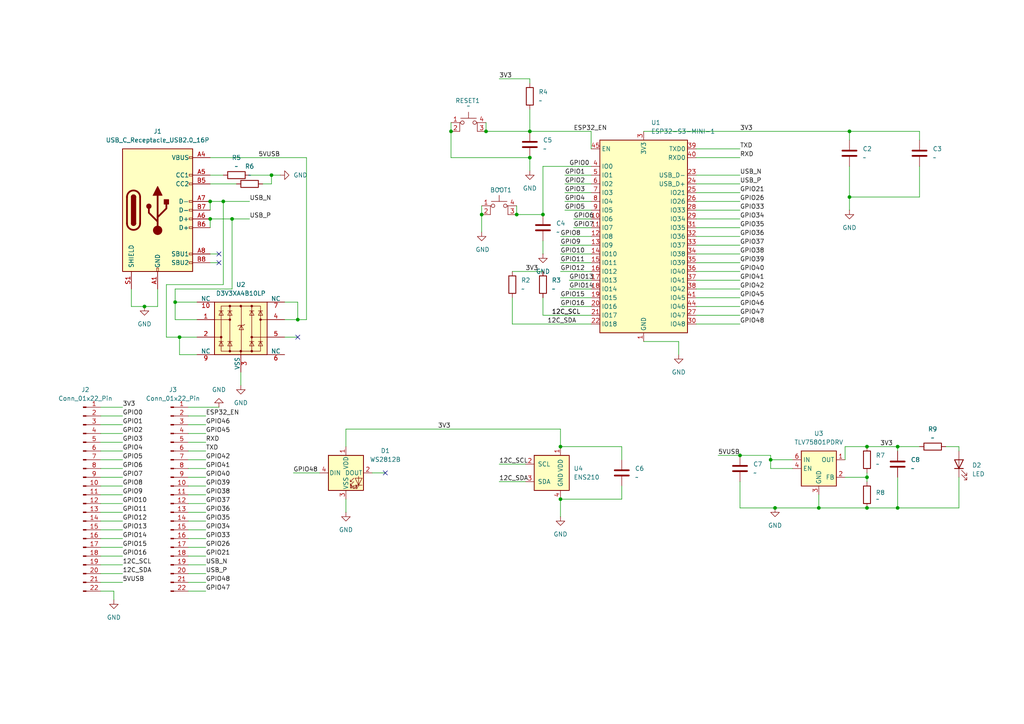
<source format=kicad_sch>
(kicad_sch
	(version 20250114)
	(generator "eeschema")
	(generator_version "9.0")
	(uuid "522a3748-1892-4f57-bb59-57a7aaa29bd1")
	(paper "A4")
	(lib_symbols
		(symbol "Connector:Conn_01x22_Pin"
			(pin_names
				(offset 1.016)
				(hide yes)
			)
			(exclude_from_sim no)
			(in_bom yes)
			(on_board yes)
			(property "Reference" "J"
				(at 0 27.94 0)
				(effects
					(font
						(size 1.27 1.27)
					)
				)
			)
			(property "Value" "Conn_01x22_Pin"
				(at 0 -30.48 0)
				(effects
					(font
						(size 1.27 1.27)
					)
				)
			)
			(property "Footprint" ""
				(at 0 0 0)
				(effects
					(font
						(size 1.27 1.27)
					)
					(hide yes)
				)
			)
			(property "Datasheet" "~"
				(at 0 0 0)
				(effects
					(font
						(size 1.27 1.27)
					)
					(hide yes)
				)
			)
			(property "Description" "Generic connector, single row, 01x22, script generated"
				(at 0 0 0)
				(effects
					(font
						(size 1.27 1.27)
					)
					(hide yes)
				)
			)
			(property "ki_locked" ""
				(at 0 0 0)
				(effects
					(font
						(size 1.27 1.27)
					)
				)
			)
			(property "ki_keywords" "connector"
				(at 0 0 0)
				(effects
					(font
						(size 1.27 1.27)
					)
					(hide yes)
				)
			)
			(property "ki_fp_filters" "Connector*:*_1x??_*"
				(at 0 0 0)
				(effects
					(font
						(size 1.27 1.27)
					)
					(hide yes)
				)
			)
			(symbol "Conn_01x22_Pin_1_1"
				(rectangle
					(start 0.8636 25.527)
					(end 0 25.273)
					(stroke
						(width 0.1524)
						(type default)
					)
					(fill
						(type outline)
					)
				)
				(rectangle
					(start 0.8636 22.987)
					(end 0 22.733)
					(stroke
						(width 0.1524)
						(type default)
					)
					(fill
						(type outline)
					)
				)
				(rectangle
					(start 0.8636 20.447)
					(end 0 20.193)
					(stroke
						(width 0.1524)
						(type default)
					)
					(fill
						(type outline)
					)
				)
				(rectangle
					(start 0.8636 17.907)
					(end 0 17.653)
					(stroke
						(width 0.1524)
						(type default)
					)
					(fill
						(type outline)
					)
				)
				(rectangle
					(start 0.8636 15.367)
					(end 0 15.113)
					(stroke
						(width 0.1524)
						(type default)
					)
					(fill
						(type outline)
					)
				)
				(rectangle
					(start 0.8636 12.827)
					(end 0 12.573)
					(stroke
						(width 0.1524)
						(type default)
					)
					(fill
						(type outline)
					)
				)
				(rectangle
					(start 0.8636 10.287)
					(end 0 10.033)
					(stroke
						(width 0.1524)
						(type default)
					)
					(fill
						(type outline)
					)
				)
				(rectangle
					(start 0.8636 7.747)
					(end 0 7.493)
					(stroke
						(width 0.1524)
						(type default)
					)
					(fill
						(type outline)
					)
				)
				(rectangle
					(start 0.8636 5.207)
					(end 0 4.953)
					(stroke
						(width 0.1524)
						(type default)
					)
					(fill
						(type outline)
					)
				)
				(rectangle
					(start 0.8636 2.667)
					(end 0 2.413)
					(stroke
						(width 0.1524)
						(type default)
					)
					(fill
						(type outline)
					)
				)
				(rectangle
					(start 0.8636 0.127)
					(end 0 -0.127)
					(stroke
						(width 0.1524)
						(type default)
					)
					(fill
						(type outline)
					)
				)
				(rectangle
					(start 0.8636 -2.413)
					(end 0 -2.667)
					(stroke
						(width 0.1524)
						(type default)
					)
					(fill
						(type outline)
					)
				)
				(rectangle
					(start 0.8636 -4.953)
					(end 0 -5.207)
					(stroke
						(width 0.1524)
						(type default)
					)
					(fill
						(type outline)
					)
				)
				(rectangle
					(start 0.8636 -7.493)
					(end 0 -7.747)
					(stroke
						(width 0.1524)
						(type default)
					)
					(fill
						(type outline)
					)
				)
				(rectangle
					(start 0.8636 -10.033)
					(end 0 -10.287)
					(stroke
						(width 0.1524)
						(type default)
					)
					(fill
						(type outline)
					)
				)
				(rectangle
					(start 0.8636 -12.573)
					(end 0 -12.827)
					(stroke
						(width 0.1524)
						(type default)
					)
					(fill
						(type outline)
					)
				)
				(rectangle
					(start 0.8636 -15.113)
					(end 0 -15.367)
					(stroke
						(width 0.1524)
						(type default)
					)
					(fill
						(type outline)
					)
				)
				(rectangle
					(start 0.8636 -17.653)
					(end 0 -17.907)
					(stroke
						(width 0.1524)
						(type default)
					)
					(fill
						(type outline)
					)
				)
				(rectangle
					(start 0.8636 -20.193)
					(end 0 -20.447)
					(stroke
						(width 0.1524)
						(type default)
					)
					(fill
						(type outline)
					)
				)
				(rectangle
					(start 0.8636 -22.733)
					(end 0 -22.987)
					(stroke
						(width 0.1524)
						(type default)
					)
					(fill
						(type outline)
					)
				)
				(rectangle
					(start 0.8636 -25.273)
					(end 0 -25.527)
					(stroke
						(width 0.1524)
						(type default)
					)
					(fill
						(type outline)
					)
				)
				(rectangle
					(start 0.8636 -27.813)
					(end 0 -28.067)
					(stroke
						(width 0.1524)
						(type default)
					)
					(fill
						(type outline)
					)
				)
				(polyline
					(pts
						(xy 1.27 25.4) (xy 0.8636 25.4)
					)
					(stroke
						(width 0.1524)
						(type default)
					)
					(fill
						(type none)
					)
				)
				(polyline
					(pts
						(xy 1.27 22.86) (xy 0.8636 22.86)
					)
					(stroke
						(width 0.1524)
						(type default)
					)
					(fill
						(type none)
					)
				)
				(polyline
					(pts
						(xy 1.27 20.32) (xy 0.8636 20.32)
					)
					(stroke
						(width 0.1524)
						(type default)
					)
					(fill
						(type none)
					)
				)
				(polyline
					(pts
						(xy 1.27 17.78) (xy 0.8636 17.78)
					)
					(stroke
						(width 0.1524)
						(type default)
					)
					(fill
						(type none)
					)
				)
				(polyline
					(pts
						(xy 1.27 15.24) (xy 0.8636 15.24)
					)
					(stroke
						(width 0.1524)
						(type default)
					)
					(fill
						(type none)
					)
				)
				(polyline
					(pts
						(xy 1.27 12.7) (xy 0.8636 12.7)
					)
					(stroke
						(width 0.1524)
						(type default)
					)
					(fill
						(type none)
					)
				)
				(polyline
					(pts
						(xy 1.27 10.16) (xy 0.8636 10.16)
					)
					(stroke
						(width 0.1524)
						(type default)
					)
					(fill
						(type none)
					)
				)
				(polyline
					(pts
						(xy 1.27 7.62) (xy 0.8636 7.62)
					)
					(stroke
						(width 0.1524)
						(type default)
					)
					(fill
						(type none)
					)
				)
				(polyline
					(pts
						(xy 1.27 5.08) (xy 0.8636 5.08)
					)
					(stroke
						(width 0.1524)
						(type default)
					)
					(fill
						(type none)
					)
				)
				(polyline
					(pts
						(xy 1.27 2.54) (xy 0.8636 2.54)
					)
					(stroke
						(width 0.1524)
						(type default)
					)
					(fill
						(type none)
					)
				)
				(polyline
					(pts
						(xy 1.27 0) (xy 0.8636 0)
					)
					(stroke
						(width 0.1524)
						(type default)
					)
					(fill
						(type none)
					)
				)
				(polyline
					(pts
						(xy 1.27 -2.54) (xy 0.8636 -2.54)
					)
					(stroke
						(width 0.1524)
						(type default)
					)
					(fill
						(type none)
					)
				)
				(polyline
					(pts
						(xy 1.27 -5.08) (xy 0.8636 -5.08)
					)
					(stroke
						(width 0.1524)
						(type default)
					)
					(fill
						(type none)
					)
				)
				(polyline
					(pts
						(xy 1.27 -7.62) (xy 0.8636 -7.62)
					)
					(stroke
						(width 0.1524)
						(type default)
					)
					(fill
						(type none)
					)
				)
				(polyline
					(pts
						(xy 1.27 -10.16) (xy 0.8636 -10.16)
					)
					(stroke
						(width 0.1524)
						(type default)
					)
					(fill
						(type none)
					)
				)
				(polyline
					(pts
						(xy 1.27 -12.7) (xy 0.8636 -12.7)
					)
					(stroke
						(width 0.1524)
						(type default)
					)
					(fill
						(type none)
					)
				)
				(polyline
					(pts
						(xy 1.27 -15.24) (xy 0.8636 -15.24)
					)
					(stroke
						(width 0.1524)
						(type default)
					)
					(fill
						(type none)
					)
				)
				(polyline
					(pts
						(xy 1.27 -17.78) (xy 0.8636 -17.78)
					)
					(stroke
						(width 0.1524)
						(type default)
					)
					(fill
						(type none)
					)
				)
				(polyline
					(pts
						(xy 1.27 -20.32) (xy 0.8636 -20.32)
					)
					(stroke
						(width 0.1524)
						(type default)
					)
					(fill
						(type none)
					)
				)
				(polyline
					(pts
						(xy 1.27 -22.86) (xy 0.8636 -22.86)
					)
					(stroke
						(width 0.1524)
						(type default)
					)
					(fill
						(type none)
					)
				)
				(polyline
					(pts
						(xy 1.27 -25.4) (xy 0.8636 -25.4)
					)
					(stroke
						(width 0.1524)
						(type default)
					)
					(fill
						(type none)
					)
				)
				(polyline
					(pts
						(xy 1.27 -27.94) (xy 0.8636 -27.94)
					)
					(stroke
						(width 0.1524)
						(type default)
					)
					(fill
						(type none)
					)
				)
				(pin passive line
					(at 5.08 25.4 180)
					(length 3.81)
					(name "Pin_1"
						(effects
							(font
								(size 1.27 1.27)
							)
						)
					)
					(number "1"
						(effects
							(font
								(size 1.27 1.27)
							)
						)
					)
				)
				(pin passive line
					(at 5.08 22.86 180)
					(length 3.81)
					(name "Pin_2"
						(effects
							(font
								(size 1.27 1.27)
							)
						)
					)
					(number "2"
						(effects
							(font
								(size 1.27 1.27)
							)
						)
					)
				)
				(pin passive line
					(at 5.08 20.32 180)
					(length 3.81)
					(name "Pin_3"
						(effects
							(font
								(size 1.27 1.27)
							)
						)
					)
					(number "3"
						(effects
							(font
								(size 1.27 1.27)
							)
						)
					)
				)
				(pin passive line
					(at 5.08 17.78 180)
					(length 3.81)
					(name "Pin_4"
						(effects
							(font
								(size 1.27 1.27)
							)
						)
					)
					(number "4"
						(effects
							(font
								(size 1.27 1.27)
							)
						)
					)
				)
				(pin passive line
					(at 5.08 15.24 180)
					(length 3.81)
					(name "Pin_5"
						(effects
							(font
								(size 1.27 1.27)
							)
						)
					)
					(number "5"
						(effects
							(font
								(size 1.27 1.27)
							)
						)
					)
				)
				(pin passive line
					(at 5.08 12.7 180)
					(length 3.81)
					(name "Pin_6"
						(effects
							(font
								(size 1.27 1.27)
							)
						)
					)
					(number "6"
						(effects
							(font
								(size 1.27 1.27)
							)
						)
					)
				)
				(pin passive line
					(at 5.08 10.16 180)
					(length 3.81)
					(name "Pin_7"
						(effects
							(font
								(size 1.27 1.27)
							)
						)
					)
					(number "7"
						(effects
							(font
								(size 1.27 1.27)
							)
						)
					)
				)
				(pin passive line
					(at 5.08 7.62 180)
					(length 3.81)
					(name "Pin_8"
						(effects
							(font
								(size 1.27 1.27)
							)
						)
					)
					(number "8"
						(effects
							(font
								(size 1.27 1.27)
							)
						)
					)
				)
				(pin passive line
					(at 5.08 5.08 180)
					(length 3.81)
					(name "Pin_9"
						(effects
							(font
								(size 1.27 1.27)
							)
						)
					)
					(number "9"
						(effects
							(font
								(size 1.27 1.27)
							)
						)
					)
				)
				(pin passive line
					(at 5.08 2.54 180)
					(length 3.81)
					(name "Pin_10"
						(effects
							(font
								(size 1.27 1.27)
							)
						)
					)
					(number "10"
						(effects
							(font
								(size 1.27 1.27)
							)
						)
					)
				)
				(pin passive line
					(at 5.08 0 180)
					(length 3.81)
					(name "Pin_11"
						(effects
							(font
								(size 1.27 1.27)
							)
						)
					)
					(number "11"
						(effects
							(font
								(size 1.27 1.27)
							)
						)
					)
				)
				(pin passive line
					(at 5.08 -2.54 180)
					(length 3.81)
					(name "Pin_12"
						(effects
							(font
								(size 1.27 1.27)
							)
						)
					)
					(number "12"
						(effects
							(font
								(size 1.27 1.27)
							)
						)
					)
				)
				(pin passive line
					(at 5.08 -5.08 180)
					(length 3.81)
					(name "Pin_13"
						(effects
							(font
								(size 1.27 1.27)
							)
						)
					)
					(number "13"
						(effects
							(font
								(size 1.27 1.27)
							)
						)
					)
				)
				(pin passive line
					(at 5.08 -7.62 180)
					(length 3.81)
					(name "Pin_14"
						(effects
							(font
								(size 1.27 1.27)
							)
						)
					)
					(number "14"
						(effects
							(font
								(size 1.27 1.27)
							)
						)
					)
				)
				(pin passive line
					(at 5.08 -10.16 180)
					(length 3.81)
					(name "Pin_15"
						(effects
							(font
								(size 1.27 1.27)
							)
						)
					)
					(number "15"
						(effects
							(font
								(size 1.27 1.27)
							)
						)
					)
				)
				(pin passive line
					(at 5.08 -12.7 180)
					(length 3.81)
					(name "Pin_16"
						(effects
							(font
								(size 1.27 1.27)
							)
						)
					)
					(number "16"
						(effects
							(font
								(size 1.27 1.27)
							)
						)
					)
				)
				(pin passive line
					(at 5.08 -15.24 180)
					(length 3.81)
					(name "Pin_17"
						(effects
							(font
								(size 1.27 1.27)
							)
						)
					)
					(number "17"
						(effects
							(font
								(size 1.27 1.27)
							)
						)
					)
				)
				(pin passive line
					(at 5.08 -17.78 180)
					(length 3.81)
					(name "Pin_18"
						(effects
							(font
								(size 1.27 1.27)
							)
						)
					)
					(number "18"
						(effects
							(font
								(size 1.27 1.27)
							)
						)
					)
				)
				(pin passive line
					(at 5.08 -20.32 180)
					(length 3.81)
					(name "Pin_19"
						(effects
							(font
								(size 1.27 1.27)
							)
						)
					)
					(number "19"
						(effects
							(font
								(size 1.27 1.27)
							)
						)
					)
				)
				(pin passive line
					(at 5.08 -22.86 180)
					(length 3.81)
					(name "Pin_20"
						(effects
							(font
								(size 1.27 1.27)
							)
						)
					)
					(number "20"
						(effects
							(font
								(size 1.27 1.27)
							)
						)
					)
				)
				(pin passive line
					(at 5.08 -25.4 180)
					(length 3.81)
					(name "Pin_21"
						(effects
							(font
								(size 1.27 1.27)
							)
						)
					)
					(number "21"
						(effects
							(font
								(size 1.27 1.27)
							)
						)
					)
				)
				(pin passive line
					(at 5.08 -27.94 180)
					(length 3.81)
					(name "Pin_22"
						(effects
							(font
								(size 1.27 1.27)
							)
						)
					)
					(number "22"
						(effects
							(font
								(size 1.27 1.27)
							)
						)
					)
				)
			)
			(embedded_fonts no)
		)
		(symbol "Connector:USB_C_Receptacle_USB2.0_16P"
			(pin_names
				(offset 1.016)
			)
			(exclude_from_sim no)
			(in_bom yes)
			(on_board yes)
			(property "Reference" "J"
				(at 0 22.225 0)
				(effects
					(font
						(size 1.27 1.27)
					)
				)
			)
			(property "Value" "USB_C_Receptacle_USB2.0_16P"
				(at 0 19.685 0)
				(effects
					(font
						(size 1.27 1.27)
					)
				)
			)
			(property "Footprint" ""
				(at 3.81 0 0)
				(effects
					(font
						(size 1.27 1.27)
					)
					(hide yes)
				)
			)
			(property "Datasheet" "https://www.usb.org/sites/default/files/documents/usb_type-c.zip"
				(at 3.81 0 0)
				(effects
					(font
						(size 1.27 1.27)
					)
					(hide yes)
				)
			)
			(property "Description" "USB 2.0-only 16P Type-C Receptacle connector"
				(at 0 0 0)
				(effects
					(font
						(size 1.27 1.27)
					)
					(hide yes)
				)
			)
			(property "ki_keywords" "usb universal serial bus type-C USB2.0"
				(at 0 0 0)
				(effects
					(font
						(size 1.27 1.27)
					)
					(hide yes)
				)
			)
			(property "ki_fp_filters" "USB*C*Receptacle*"
				(at 0 0 0)
				(effects
					(font
						(size 1.27 1.27)
					)
					(hide yes)
				)
			)
			(symbol "USB_C_Receptacle_USB2.0_16P_0_0"
				(rectangle
					(start -0.254 -17.78)
					(end 0.254 -16.764)
					(stroke
						(width 0)
						(type default)
					)
					(fill
						(type none)
					)
				)
				(rectangle
					(start 10.16 15.494)
					(end 9.144 14.986)
					(stroke
						(width 0)
						(type default)
					)
					(fill
						(type none)
					)
				)
				(rectangle
					(start 10.16 10.414)
					(end 9.144 9.906)
					(stroke
						(width 0)
						(type default)
					)
					(fill
						(type none)
					)
				)
				(rectangle
					(start 10.16 7.874)
					(end 9.144 7.366)
					(stroke
						(width 0)
						(type default)
					)
					(fill
						(type none)
					)
				)
				(rectangle
					(start 10.16 2.794)
					(end 9.144 2.286)
					(stroke
						(width 0)
						(type default)
					)
					(fill
						(type none)
					)
				)
				(rectangle
					(start 10.16 0.254)
					(end 9.144 -0.254)
					(stroke
						(width 0)
						(type default)
					)
					(fill
						(type none)
					)
				)
				(rectangle
					(start 10.16 -2.286)
					(end 9.144 -2.794)
					(stroke
						(width 0)
						(type default)
					)
					(fill
						(type none)
					)
				)
				(rectangle
					(start 10.16 -4.826)
					(end 9.144 -5.334)
					(stroke
						(width 0)
						(type default)
					)
					(fill
						(type none)
					)
				)
				(rectangle
					(start 10.16 -12.446)
					(end 9.144 -12.954)
					(stroke
						(width 0)
						(type default)
					)
					(fill
						(type none)
					)
				)
				(rectangle
					(start 10.16 -14.986)
					(end 9.144 -15.494)
					(stroke
						(width 0)
						(type default)
					)
					(fill
						(type none)
					)
				)
			)
			(symbol "USB_C_Receptacle_USB2.0_16P_0_1"
				(rectangle
					(start -10.16 17.78)
					(end 10.16 -17.78)
					(stroke
						(width 0.254)
						(type default)
					)
					(fill
						(type background)
					)
				)
				(polyline
					(pts
						(xy -8.89 -3.81) (xy -8.89 3.81)
					)
					(stroke
						(width 0.508)
						(type default)
					)
					(fill
						(type none)
					)
				)
				(rectangle
					(start -7.62 -3.81)
					(end -6.35 3.81)
					(stroke
						(width 0.254)
						(type default)
					)
					(fill
						(type outline)
					)
				)
				(arc
					(start -7.62 3.81)
					(mid -6.985 4.4423)
					(end -6.35 3.81)
					(stroke
						(width 0.254)
						(type default)
					)
					(fill
						(type none)
					)
				)
				(arc
					(start -7.62 3.81)
					(mid -6.985 4.4423)
					(end -6.35 3.81)
					(stroke
						(width 0.254)
						(type default)
					)
					(fill
						(type outline)
					)
				)
				(arc
					(start -8.89 3.81)
					(mid -6.985 5.7067)
					(end -5.08 3.81)
					(stroke
						(width 0.508)
						(type default)
					)
					(fill
						(type none)
					)
				)
				(arc
					(start -5.08 -3.81)
					(mid -6.985 -5.7067)
					(end -8.89 -3.81)
					(stroke
						(width 0.508)
						(type default)
					)
					(fill
						(type none)
					)
				)
				(arc
					(start -6.35 -3.81)
					(mid -6.985 -4.4423)
					(end -7.62 -3.81)
					(stroke
						(width 0.254)
						(type default)
					)
					(fill
						(type none)
					)
				)
				(arc
					(start -6.35 -3.81)
					(mid -6.985 -4.4423)
					(end -7.62 -3.81)
					(stroke
						(width 0.254)
						(type default)
					)
					(fill
						(type outline)
					)
				)
				(polyline
					(pts
						(xy -5.08 3.81) (xy -5.08 -3.81)
					)
					(stroke
						(width 0.508)
						(type default)
					)
					(fill
						(type none)
					)
				)
				(circle
					(center -2.54 1.143)
					(radius 0.635)
					(stroke
						(width 0.254)
						(type default)
					)
					(fill
						(type outline)
					)
				)
				(polyline
					(pts
						(xy -1.27 4.318) (xy 0 6.858) (xy 1.27 4.318) (xy -1.27 4.318)
					)
					(stroke
						(width 0.254)
						(type default)
					)
					(fill
						(type outline)
					)
				)
				(polyline
					(pts
						(xy 0 -2.032) (xy 2.54 0.508) (xy 2.54 1.778)
					)
					(stroke
						(width 0.508)
						(type default)
					)
					(fill
						(type none)
					)
				)
				(polyline
					(pts
						(xy 0 -3.302) (xy -2.54 -0.762) (xy -2.54 0.508)
					)
					(stroke
						(width 0.508)
						(type default)
					)
					(fill
						(type none)
					)
				)
				(polyline
					(pts
						(xy 0 -5.842) (xy 0 4.318)
					)
					(stroke
						(width 0.508)
						(type default)
					)
					(fill
						(type none)
					)
				)
				(circle
					(center 0 -5.842)
					(radius 1.27)
					(stroke
						(width 0)
						(type default)
					)
					(fill
						(type outline)
					)
				)
				(rectangle
					(start 1.905 1.778)
					(end 3.175 3.048)
					(stroke
						(width 0.254)
						(type default)
					)
					(fill
						(type outline)
					)
				)
			)
			(symbol "USB_C_Receptacle_USB2.0_16P_1_1"
				(pin passive line
					(at -7.62 -22.86 90)
					(length 5.08)
					(name "SHIELD"
						(effects
							(font
								(size 1.27 1.27)
							)
						)
					)
					(number "S1"
						(effects
							(font
								(size 1.27 1.27)
							)
						)
					)
				)
				(pin passive line
					(at 0 -22.86 90)
					(length 5.08)
					(name "GND"
						(effects
							(font
								(size 1.27 1.27)
							)
						)
					)
					(number "A1"
						(effects
							(font
								(size 1.27 1.27)
							)
						)
					)
				)
				(pin passive line
					(at 0 -22.86 90)
					(length 5.08)
					(hide yes)
					(name "GND"
						(effects
							(font
								(size 1.27 1.27)
							)
						)
					)
					(number "A12"
						(effects
							(font
								(size 1.27 1.27)
							)
						)
					)
				)
				(pin passive line
					(at 0 -22.86 90)
					(length 5.08)
					(hide yes)
					(name "GND"
						(effects
							(font
								(size 1.27 1.27)
							)
						)
					)
					(number "B1"
						(effects
							(font
								(size 1.27 1.27)
							)
						)
					)
				)
				(pin passive line
					(at 0 -22.86 90)
					(length 5.08)
					(hide yes)
					(name "GND"
						(effects
							(font
								(size 1.27 1.27)
							)
						)
					)
					(number "B12"
						(effects
							(font
								(size 1.27 1.27)
							)
						)
					)
				)
				(pin passive line
					(at 15.24 15.24 180)
					(length 5.08)
					(name "VBUS"
						(effects
							(font
								(size 1.27 1.27)
							)
						)
					)
					(number "A4"
						(effects
							(font
								(size 1.27 1.27)
							)
						)
					)
				)
				(pin passive line
					(at 15.24 15.24 180)
					(length 5.08)
					(hide yes)
					(name "VBUS"
						(effects
							(font
								(size 1.27 1.27)
							)
						)
					)
					(number "A9"
						(effects
							(font
								(size 1.27 1.27)
							)
						)
					)
				)
				(pin passive line
					(at 15.24 15.24 180)
					(length 5.08)
					(hide yes)
					(name "VBUS"
						(effects
							(font
								(size 1.27 1.27)
							)
						)
					)
					(number "B4"
						(effects
							(font
								(size 1.27 1.27)
							)
						)
					)
				)
				(pin passive line
					(at 15.24 15.24 180)
					(length 5.08)
					(hide yes)
					(name "VBUS"
						(effects
							(font
								(size 1.27 1.27)
							)
						)
					)
					(number "B9"
						(effects
							(font
								(size 1.27 1.27)
							)
						)
					)
				)
				(pin bidirectional line
					(at 15.24 10.16 180)
					(length 5.08)
					(name "CC1"
						(effects
							(font
								(size 1.27 1.27)
							)
						)
					)
					(number "A5"
						(effects
							(font
								(size 1.27 1.27)
							)
						)
					)
				)
				(pin bidirectional line
					(at 15.24 7.62 180)
					(length 5.08)
					(name "CC2"
						(effects
							(font
								(size 1.27 1.27)
							)
						)
					)
					(number "B5"
						(effects
							(font
								(size 1.27 1.27)
							)
						)
					)
				)
				(pin bidirectional line
					(at 15.24 2.54 180)
					(length 5.08)
					(name "D-"
						(effects
							(font
								(size 1.27 1.27)
							)
						)
					)
					(number "A7"
						(effects
							(font
								(size 1.27 1.27)
							)
						)
					)
				)
				(pin bidirectional line
					(at 15.24 0 180)
					(length 5.08)
					(name "D-"
						(effects
							(font
								(size 1.27 1.27)
							)
						)
					)
					(number "B7"
						(effects
							(font
								(size 1.27 1.27)
							)
						)
					)
				)
				(pin bidirectional line
					(at 15.24 -2.54 180)
					(length 5.08)
					(name "D+"
						(effects
							(font
								(size 1.27 1.27)
							)
						)
					)
					(number "A6"
						(effects
							(font
								(size 1.27 1.27)
							)
						)
					)
				)
				(pin bidirectional line
					(at 15.24 -5.08 180)
					(length 5.08)
					(name "D+"
						(effects
							(font
								(size 1.27 1.27)
							)
						)
					)
					(number "B6"
						(effects
							(font
								(size 1.27 1.27)
							)
						)
					)
				)
				(pin bidirectional line
					(at 15.24 -12.7 180)
					(length 5.08)
					(name "SBU1"
						(effects
							(font
								(size 1.27 1.27)
							)
						)
					)
					(number "A8"
						(effects
							(font
								(size 1.27 1.27)
							)
						)
					)
				)
				(pin bidirectional line
					(at 15.24 -15.24 180)
					(length 5.08)
					(name "SBU2"
						(effects
							(font
								(size 1.27 1.27)
							)
						)
					)
					(number "B8"
						(effects
							(font
								(size 1.27 1.27)
							)
						)
					)
				)
			)
			(embedded_fonts no)
		)
		(symbol "Device:C"
			(pin_numbers
				(hide yes)
			)
			(pin_names
				(offset 0.254)
			)
			(exclude_from_sim no)
			(in_bom yes)
			(on_board yes)
			(property "Reference" "C"
				(at 0.635 2.54 0)
				(effects
					(font
						(size 1.27 1.27)
					)
					(justify left)
				)
			)
			(property "Value" "C"
				(at 0.635 -2.54 0)
				(effects
					(font
						(size 1.27 1.27)
					)
					(justify left)
				)
			)
			(property "Footprint" ""
				(at 0.9652 -3.81 0)
				(effects
					(font
						(size 1.27 1.27)
					)
					(hide yes)
				)
			)
			(property "Datasheet" "~"
				(at 0 0 0)
				(effects
					(font
						(size 1.27 1.27)
					)
					(hide yes)
				)
			)
			(property "Description" "Unpolarized capacitor"
				(at 0 0 0)
				(effects
					(font
						(size 1.27 1.27)
					)
					(hide yes)
				)
			)
			(property "ki_keywords" "cap capacitor"
				(at 0 0 0)
				(effects
					(font
						(size 1.27 1.27)
					)
					(hide yes)
				)
			)
			(property "ki_fp_filters" "C_*"
				(at 0 0 0)
				(effects
					(font
						(size 1.27 1.27)
					)
					(hide yes)
				)
			)
			(symbol "C_0_1"
				(polyline
					(pts
						(xy -2.032 0.762) (xy 2.032 0.762)
					)
					(stroke
						(width 0.508)
						(type default)
					)
					(fill
						(type none)
					)
				)
				(polyline
					(pts
						(xy -2.032 -0.762) (xy 2.032 -0.762)
					)
					(stroke
						(width 0.508)
						(type default)
					)
					(fill
						(type none)
					)
				)
			)
			(symbol "C_1_1"
				(pin passive line
					(at 0 3.81 270)
					(length 2.794)
					(name "~"
						(effects
							(font
								(size 1.27 1.27)
							)
						)
					)
					(number "1"
						(effects
							(font
								(size 1.27 1.27)
							)
						)
					)
				)
				(pin passive line
					(at 0 -3.81 90)
					(length 2.794)
					(name "~"
						(effects
							(font
								(size 1.27 1.27)
							)
						)
					)
					(number "2"
						(effects
							(font
								(size 1.27 1.27)
							)
						)
					)
				)
			)
			(embedded_fonts no)
		)
		(symbol "Device:LED"
			(pin_numbers
				(hide yes)
			)
			(pin_names
				(offset 1.016)
				(hide yes)
			)
			(exclude_from_sim no)
			(in_bom yes)
			(on_board yes)
			(property "Reference" "D"
				(at 0 2.54 0)
				(effects
					(font
						(size 1.27 1.27)
					)
				)
			)
			(property "Value" "LED"
				(at 0 -2.54 0)
				(effects
					(font
						(size 1.27 1.27)
					)
				)
			)
			(property "Footprint" ""
				(at 0 0 0)
				(effects
					(font
						(size 1.27 1.27)
					)
					(hide yes)
				)
			)
			(property "Datasheet" "~"
				(at 0 0 0)
				(effects
					(font
						(size 1.27 1.27)
					)
					(hide yes)
				)
			)
			(property "Description" "Light emitting diode"
				(at 0 0 0)
				(effects
					(font
						(size 1.27 1.27)
					)
					(hide yes)
				)
			)
			(property "Sim.Pins" "1=K 2=A"
				(at 0 0 0)
				(effects
					(font
						(size 1.27 1.27)
					)
					(hide yes)
				)
			)
			(property "ki_keywords" "LED diode"
				(at 0 0 0)
				(effects
					(font
						(size 1.27 1.27)
					)
					(hide yes)
				)
			)
			(property "ki_fp_filters" "LED* LED_SMD:* LED_THT:*"
				(at 0 0 0)
				(effects
					(font
						(size 1.27 1.27)
					)
					(hide yes)
				)
			)
			(symbol "LED_0_1"
				(polyline
					(pts
						(xy -3.048 -0.762) (xy -4.572 -2.286) (xy -3.81 -2.286) (xy -4.572 -2.286) (xy -4.572 -1.524)
					)
					(stroke
						(width 0)
						(type default)
					)
					(fill
						(type none)
					)
				)
				(polyline
					(pts
						(xy -1.778 -0.762) (xy -3.302 -2.286) (xy -2.54 -2.286) (xy -3.302 -2.286) (xy -3.302 -1.524)
					)
					(stroke
						(width 0)
						(type default)
					)
					(fill
						(type none)
					)
				)
				(polyline
					(pts
						(xy -1.27 0) (xy 1.27 0)
					)
					(stroke
						(width 0)
						(type default)
					)
					(fill
						(type none)
					)
				)
				(polyline
					(pts
						(xy -1.27 -1.27) (xy -1.27 1.27)
					)
					(stroke
						(width 0.254)
						(type default)
					)
					(fill
						(type none)
					)
				)
				(polyline
					(pts
						(xy 1.27 -1.27) (xy 1.27 1.27) (xy -1.27 0) (xy 1.27 -1.27)
					)
					(stroke
						(width 0.254)
						(type default)
					)
					(fill
						(type none)
					)
				)
			)
			(symbol "LED_1_1"
				(pin passive line
					(at -3.81 0 0)
					(length 2.54)
					(name "K"
						(effects
							(font
								(size 1.27 1.27)
							)
						)
					)
					(number "1"
						(effects
							(font
								(size 1.27 1.27)
							)
						)
					)
				)
				(pin passive line
					(at 3.81 0 180)
					(length 2.54)
					(name "A"
						(effects
							(font
								(size 1.27 1.27)
							)
						)
					)
					(number "2"
						(effects
							(font
								(size 1.27 1.27)
							)
						)
					)
				)
			)
			(embedded_fonts no)
		)
		(symbol "Device:R"
			(pin_numbers
				(hide yes)
			)
			(pin_names
				(offset 0)
			)
			(exclude_from_sim no)
			(in_bom yes)
			(on_board yes)
			(property "Reference" "R"
				(at 2.032 0 90)
				(effects
					(font
						(size 1.27 1.27)
					)
				)
			)
			(property "Value" "R"
				(at 0 0 90)
				(effects
					(font
						(size 1.27 1.27)
					)
				)
			)
			(property "Footprint" ""
				(at -1.778 0 90)
				(effects
					(font
						(size 1.27 1.27)
					)
					(hide yes)
				)
			)
			(property "Datasheet" "~"
				(at 0 0 0)
				(effects
					(font
						(size 1.27 1.27)
					)
					(hide yes)
				)
			)
			(property "Description" "Resistor"
				(at 0 0 0)
				(effects
					(font
						(size 1.27 1.27)
					)
					(hide yes)
				)
			)
			(property "ki_keywords" "R res resistor"
				(at 0 0 0)
				(effects
					(font
						(size 1.27 1.27)
					)
					(hide yes)
				)
			)
			(property "ki_fp_filters" "R_*"
				(at 0 0 0)
				(effects
					(font
						(size 1.27 1.27)
					)
					(hide yes)
				)
			)
			(symbol "R_0_1"
				(rectangle
					(start -1.016 -2.54)
					(end 1.016 2.54)
					(stroke
						(width 0.254)
						(type default)
					)
					(fill
						(type none)
					)
				)
			)
			(symbol "R_1_1"
				(pin passive line
					(at 0 3.81 270)
					(length 1.27)
					(name "~"
						(effects
							(font
								(size 1.27 1.27)
							)
						)
					)
					(number "1"
						(effects
							(font
								(size 1.27 1.27)
							)
						)
					)
				)
				(pin passive line
					(at 0 -3.81 90)
					(length 1.27)
					(name "~"
						(effects
							(font
								(size 1.27 1.27)
							)
						)
					)
					(number "2"
						(effects
							(font
								(size 1.27 1.27)
							)
						)
					)
				)
			)
			(embedded_fonts no)
		)
		(symbol "LED:WS2812B"
			(pin_names
				(offset 0.254)
			)
			(exclude_from_sim no)
			(in_bom yes)
			(on_board yes)
			(property "Reference" "D"
				(at 5.08 5.715 0)
				(effects
					(font
						(size 1.27 1.27)
					)
					(justify right bottom)
				)
			)
			(property "Value" "WS2812B"
				(at 1.27 -5.715 0)
				(effects
					(font
						(size 1.27 1.27)
					)
					(justify left top)
				)
			)
			(property "Footprint" "LED_SMD:LED_WS2812B_PLCC4_5.0x5.0mm_P3.2mm"
				(at 1.27 -7.62 0)
				(effects
					(font
						(size 1.27 1.27)
					)
					(justify left top)
					(hide yes)
				)
			)
			(property "Datasheet" "https://cdn-shop.adafruit.com/datasheets/WS2812B.pdf"
				(at 2.54 -9.525 0)
				(effects
					(font
						(size 1.27 1.27)
					)
					(justify left top)
					(hide yes)
				)
			)
			(property "Description" "RGB LED with integrated controller"
				(at 0 0 0)
				(effects
					(font
						(size 1.27 1.27)
					)
					(hide yes)
				)
			)
			(property "ki_keywords" "RGB LED NeoPixel addressable"
				(at 0 0 0)
				(effects
					(font
						(size 1.27 1.27)
					)
					(hide yes)
				)
			)
			(property "ki_fp_filters" "LED*WS2812*PLCC*5.0x5.0mm*P3.2mm*"
				(at 0 0 0)
				(effects
					(font
						(size 1.27 1.27)
					)
					(hide yes)
				)
			)
			(symbol "WS2812B_0_0"
				(text "RGB"
					(at 2.286 -4.191 0)
					(effects
						(font
							(size 0.762 0.762)
						)
					)
				)
			)
			(symbol "WS2812B_0_1"
				(polyline
					(pts
						(xy 1.27 -2.54) (xy 1.778 -2.54)
					)
					(stroke
						(width 0)
						(type default)
					)
					(fill
						(type none)
					)
				)
				(polyline
					(pts
						(xy 1.27 -3.556) (xy 1.778 -3.556)
					)
					(stroke
						(width 0)
						(type default)
					)
					(fill
						(type none)
					)
				)
				(polyline
					(pts
						(xy 2.286 -1.524) (xy 1.27 -2.54) (xy 1.27 -2.032)
					)
					(stroke
						(width 0)
						(type default)
					)
					(fill
						(type none)
					)
				)
				(polyline
					(pts
						(xy 2.286 -2.54) (xy 1.27 -3.556) (xy 1.27 -3.048)
					)
					(stroke
						(width 0)
						(type default)
					)
					(fill
						(type none)
					)
				)
				(polyline
					(pts
						(xy 3.683 -1.016) (xy 3.683 -3.556) (xy 3.683 -4.064)
					)
					(stroke
						(width 0)
						(type default)
					)
					(fill
						(type none)
					)
				)
				(polyline
					(pts
						(xy 4.699 -1.524) (xy 2.667 -1.524) (xy 3.683 -3.556) (xy 4.699 -1.524)
					)
					(stroke
						(width 0)
						(type default)
					)
					(fill
						(type none)
					)
				)
				(polyline
					(pts
						(xy 4.699 -3.556) (xy 2.667 -3.556)
					)
					(stroke
						(width 0)
						(type default)
					)
					(fill
						(type none)
					)
				)
				(rectangle
					(start 5.08 5.08)
					(end -5.08 -5.08)
					(stroke
						(width 0.254)
						(type default)
					)
					(fill
						(type background)
					)
				)
			)
			(symbol "WS2812B_1_1"
				(pin input line
					(at -7.62 0 0)
					(length 2.54)
					(name "DIN"
						(effects
							(font
								(size 1.27 1.27)
							)
						)
					)
					(number "4"
						(effects
							(font
								(size 1.27 1.27)
							)
						)
					)
				)
				(pin power_in line
					(at 0 7.62 270)
					(length 2.54)
					(name "VDD"
						(effects
							(font
								(size 1.27 1.27)
							)
						)
					)
					(number "1"
						(effects
							(font
								(size 1.27 1.27)
							)
						)
					)
				)
				(pin power_in line
					(at 0 -7.62 90)
					(length 2.54)
					(name "VSS"
						(effects
							(font
								(size 1.27 1.27)
							)
						)
					)
					(number "3"
						(effects
							(font
								(size 1.27 1.27)
							)
						)
					)
				)
				(pin output line
					(at 7.62 0 180)
					(length 2.54)
					(name "DOUT"
						(effects
							(font
								(size 1.27 1.27)
							)
						)
					)
					(number "2"
						(effects
							(font
								(size 1.27 1.27)
							)
						)
					)
				)
			)
			(embedded_fonts no)
		)
		(symbol "Power_Protection:D3V3XA4B10LP"
			(pin_names
				(offset 0)
			)
			(exclude_from_sim no)
			(in_bom yes)
			(on_board yes)
			(property "Reference" "U"
				(at -0.635 8.89 0)
				(effects
					(font
						(size 1.27 1.27)
					)
				)
			)
			(property "Value" "D3V3XA4B10LP"
				(at 8.89 -10.16 0)
				(effects
					(font
						(size 1.27 1.27)
					)
				)
			)
			(property "Footprint" "Package_DFN_QFN:Diodes_UDFN-10_1.0x2.5mm_P0.5mm"
				(at -24.13 -10.16 0)
				(effects
					(font
						(size 1.27 1.27)
					)
					(hide yes)
				)
			)
			(property "Datasheet" "https://www.diodes.com/assets/Datasheets/D3V3XA4B10LP.pdf"
				(at 0 0 0)
				(effects
					(font
						(size 1.27 1.27)
					)
					(hide yes)
				)
			)
			(property "Description" "4-Channel Low Capacitance TVS Diode Array, DFN-10"
				(at 0 0 0)
				(effects
					(font
						(size 1.27 1.27)
					)
					(hide yes)
				)
			)
			(property "ki_keywords" "ESD protection TVS"
				(at 0 0 0)
				(effects
					(font
						(size 1.27 1.27)
					)
					(hide yes)
				)
			)
			(property "ki_fp_filters" "Diodes*UDFN*1.0x2.5mm*P0.5mm*"
				(at 0 0 0)
				(effects
					(font
						(size 1.27 1.27)
					)
					(hide yes)
				)
			)
			(symbol "D3V3XA4B10LP_0_0"
				(rectangle
					(start -5.715 6.477)
					(end 5.715 -6.604)
					(stroke
						(width 0)
						(type default)
					)
					(fill
						(type none)
					)
				)
				(polyline
					(pts
						(xy -3.175 -6.604) (xy -3.175 6.477)
					)
					(stroke
						(width 0)
						(type default)
					)
					(fill
						(type none)
					)
				)
				(polyline
					(pts
						(xy 0.127 6.477) (xy 0.127 -6.604)
					)
					(stroke
						(width 0)
						(type default)
					)
					(fill
						(type none)
					)
				)
				(polyline
					(pts
						(xy 3.175 6.477) (xy 3.175 -6.604)
					)
					(stroke
						(width 0)
						(type default)
					)
					(fill
						(type none)
					)
				)
			)
			(symbol "D3V3XA4B10LP_0_1"
				(polyline
					(pts
						(xy -7.747 2.54) (xy -3.175 2.54)
					)
					(stroke
						(width 0)
						(type default)
					)
					(fill
						(type none)
					)
				)
				(rectangle
					(start -7.62 7.62)
					(end 7.62 -7.62)
					(stroke
						(width 0.254)
						(type default)
					)
					(fill
						(type background)
					)
				)
				(polyline
					(pts
						(xy -7.62 -2.54) (xy -5.715 -2.54)
					)
					(stroke
						(width 0)
						(type default)
					)
					(fill
						(type none)
					)
				)
				(circle
					(center -5.715 -2.54)
					(radius 0.2794)
					(stroke
						(width 0)
						(type default)
					)
					(fill
						(type outline)
					)
				)
				(polyline
					(pts
						(xy -5.08 5.08) (xy -6.35 5.08)
					)
					(stroke
						(width 0)
						(type default)
					)
					(fill
						(type none)
					)
				)
				(polyline
					(pts
						(xy -5.08 3.81) (xy -6.35 3.81) (xy -5.715 5.08) (xy -5.08 3.81)
					)
					(stroke
						(width 0)
						(type default)
					)
					(fill
						(type none)
					)
				)
				(polyline
					(pts
						(xy -5.08 -3.81) (xy -6.35 -3.81)
					)
					(stroke
						(width 0)
						(type default)
					)
					(fill
						(type none)
					)
				)
				(polyline
					(pts
						(xy -5.08 -5.08) (xy -6.35 -5.08) (xy -5.715 -3.81) (xy -5.08 -5.08)
					)
					(stroke
						(width 0)
						(type default)
					)
					(fill
						(type none)
					)
				)
				(circle
					(center -3.175 6.477)
					(radius 0.2794)
					(stroke
						(width 0)
						(type default)
					)
					(fill
						(type outline)
					)
				)
				(circle
					(center -3.175 2.54)
					(radius 0.2794)
					(stroke
						(width 0)
						(type default)
					)
					(fill
						(type outline)
					)
				)
				(circle
					(center -3.175 -6.604)
					(radius 0.2794)
					(stroke
						(width 0)
						(type default)
					)
					(fill
						(type outline)
					)
				)
				(polyline
					(pts
						(xy -2.54 5.08) (xy -3.81 5.08)
					)
					(stroke
						(width 0)
						(type default)
					)
					(fill
						(type none)
					)
				)
				(polyline
					(pts
						(xy -2.54 3.81) (xy -3.81 3.81) (xy -3.175 5.08) (xy -2.54 3.81)
					)
					(stroke
						(width 0)
						(type default)
					)
					(fill
						(type none)
					)
				)
				(polyline
					(pts
						(xy -2.54 -3.81) (xy -3.81 -3.81)
					)
					(stroke
						(width 0)
						(type default)
					)
					(fill
						(type none)
					)
				)
				(polyline
					(pts
						(xy -2.54 -5.08) (xy -3.81 -5.08) (xy -3.175 -3.81) (xy -2.54 -5.08)
					)
					(stroke
						(width 0)
						(type default)
					)
					(fill
						(type none)
					)
				)
				(polyline
					(pts
						(xy -0.508 0.889) (xy -0.889 0.635)
					)
					(stroke
						(width 0)
						(type default)
					)
					(fill
						(type none)
					)
				)
				(circle
					(center 0 6.477)
					(radius 0.2794)
					(stroke
						(width 0)
						(type default)
					)
					(fill
						(type outline)
					)
				)
				(polyline
					(pts
						(xy 0 -6.604) (xy 0 -7.62)
					)
					(stroke
						(width 0)
						(type default)
					)
					(fill
						(type none)
					)
				)
				(circle
					(center 0 -6.604)
					(radius 0.2794)
					(stroke
						(width 0)
						(type default)
					)
					(fill
						(type outline)
					)
				)
				(polyline
					(pts
						(xy 0.762 0.889) (xy -0.508 0.889)
					)
					(stroke
						(width 0)
						(type default)
					)
					(fill
						(type none)
					)
				)
				(polyline
					(pts
						(xy 0.762 0.889) (xy 1.143 1.143)
					)
					(stroke
						(width 0)
						(type default)
					)
					(fill
						(type none)
					)
				)
				(polyline
					(pts
						(xy 0.762 -0.381) (xy -0.508 -0.381) (xy 0.127 0.889) (xy 0.762 -0.381)
					)
					(stroke
						(width 0)
						(type default)
					)
					(fill
						(type none)
					)
				)
				(circle
					(center 3.175 6.477)
					(radius 0.2794)
					(stroke
						(width 0)
						(type default)
					)
					(fill
						(type outline)
					)
				)
				(circle
					(center 3.175 -2.54)
					(radius 0.2794)
					(stroke
						(width 0)
						(type default)
					)
					(fill
						(type outline)
					)
				)
				(circle
					(center 3.175 -6.604)
					(radius 0.2794)
					(stroke
						(width 0)
						(type default)
					)
					(fill
						(type outline)
					)
				)
				(polyline
					(pts
						(xy 3.81 5.08) (xy 2.54 5.08)
					)
					(stroke
						(width 0)
						(type default)
					)
					(fill
						(type none)
					)
				)
				(polyline
					(pts
						(xy 3.81 3.81) (xy 2.54 3.81) (xy 3.175 5.08) (xy 3.81 3.81)
					)
					(stroke
						(width 0)
						(type default)
					)
					(fill
						(type none)
					)
				)
				(polyline
					(pts
						(xy 3.81 -3.81) (xy 2.54 -3.81)
					)
					(stroke
						(width 0)
						(type default)
					)
					(fill
						(type none)
					)
				)
				(polyline
					(pts
						(xy 3.81 -5.08) (xy 2.54 -5.08) (xy 3.175 -3.81) (xy 3.81 -5.08)
					)
					(stroke
						(width 0)
						(type default)
					)
					(fill
						(type none)
					)
				)
				(circle
					(center 5.715 2.54)
					(radius 0.2794)
					(stroke
						(width 0)
						(type default)
					)
					(fill
						(type outline)
					)
				)
				(polyline
					(pts
						(xy 6.35 5.08) (xy 5.08 5.08)
					)
					(stroke
						(width 0)
						(type default)
					)
					(fill
						(type none)
					)
				)
				(polyline
					(pts
						(xy 6.35 3.81) (xy 5.08 3.81) (xy 5.715 5.08) (xy 6.35 3.81)
					)
					(stroke
						(width 0)
						(type default)
					)
					(fill
						(type none)
					)
				)
				(polyline
					(pts
						(xy 6.35 -3.81) (xy 5.08 -3.81)
					)
					(stroke
						(width 0)
						(type default)
					)
					(fill
						(type none)
					)
				)
				(polyline
					(pts
						(xy 6.35 -5.08) (xy 5.08 -5.08) (xy 5.715 -3.81) (xy 6.35 -5.08)
					)
					(stroke
						(width 0)
						(type default)
					)
					(fill
						(type none)
					)
				)
				(polyline
					(pts
						(xy 7.62 2.54) (xy 5.715 2.54)
					)
					(stroke
						(width 0)
						(type default)
					)
					(fill
						(type none)
					)
				)
				(polyline
					(pts
						(xy 7.62 -2.54) (xy 3.175 -2.54)
					)
					(stroke
						(width 0)
						(type default)
					)
					(fill
						(type none)
					)
				)
			)
			(symbol "D3V3XA4B10LP_1_1"
				(pin free line
					(at -12.7 7.62 0)
					(length 5.08)
					(name "NC"
						(effects
							(font
								(size 1.27 1.27)
							)
						)
					)
					(number "10"
						(effects
							(font
								(size 1.27 1.27)
							)
						)
					)
				)
				(pin passive line
					(at -12.7 2.54 0)
					(length 5.08)
					(name "~"
						(effects
							(font
								(size 1.27 1.27)
							)
						)
					)
					(number "1"
						(effects
							(font
								(size 1.27 1.27)
							)
						)
					)
				)
				(pin passive line
					(at -12.7 -2.54 0)
					(length 5.08)
					(name "~"
						(effects
							(font
								(size 1.27 1.27)
							)
						)
					)
					(number "2"
						(effects
							(font
								(size 1.27 1.27)
							)
						)
					)
				)
				(pin free line
					(at -12.7 -7.62 0)
					(length 5.08)
					(name "NC"
						(effects
							(font
								(size 1.27 1.27)
							)
						)
					)
					(number "9"
						(effects
							(font
								(size 1.27 1.27)
							)
						)
					)
				)
				(pin power_in line
					(at 0 -12.7 90)
					(length 5.08)
					(name "VSS"
						(effects
							(font
								(size 1.27 1.27)
							)
						)
					)
					(number "3"
						(effects
							(font
								(size 1.27 1.27)
							)
						)
					)
				)
				(pin passive line
					(at 0 -12.7 90)
					(length 5.08)
					(hide yes)
					(name "VSS"
						(effects
							(font
								(size 1.27 1.27)
							)
						)
					)
					(number "8"
						(effects
							(font
								(size 1.27 1.27)
							)
						)
					)
				)
				(pin free line
					(at 12.7 7.62 180)
					(length 5.08)
					(name "NC"
						(effects
							(font
								(size 1.27 1.27)
							)
						)
					)
					(number "7"
						(effects
							(font
								(size 1.27 1.27)
							)
						)
					)
				)
				(pin passive line
					(at 12.7 2.54 180)
					(length 5.08)
					(name "~"
						(effects
							(font
								(size 1.27 1.27)
							)
						)
					)
					(number "4"
						(effects
							(font
								(size 1.27 1.27)
							)
						)
					)
				)
				(pin passive line
					(at 12.7 -2.54 180)
					(length 5.08)
					(name "~"
						(effects
							(font
								(size 1.27 1.27)
							)
						)
					)
					(number "5"
						(effects
							(font
								(size 1.27 1.27)
							)
						)
					)
				)
				(pin free line
					(at 12.7 -7.62 180)
					(length 5.08)
					(name "NC"
						(effects
							(font
								(size 1.27 1.27)
							)
						)
					)
					(number "6"
						(effects
							(font
								(size 1.27 1.27)
							)
						)
					)
				)
			)
			(embedded_fonts no)
		)
		(symbol "RF_Module:ESP32-S3-MINI-1"
			(exclude_from_sim no)
			(in_bom yes)
			(on_board yes)
			(property "Reference" "U"
				(at -11.43 29.21 0)
				(effects
					(font
						(size 1.27 1.27)
					)
				)
			)
			(property "Value" "ESP32-S3-MINI-1"
				(at 12.7 29.21 0)
				(effects
					(font
						(size 1.27 1.27)
					)
				)
			)
			(property "Footprint" "RF_Module:ESP32-S2-MINI-1"
				(at 15.24 -29.21 0)
				(effects
					(font
						(size 1.27 1.27)
					)
					(hide yes)
				)
			)
			(property "Datasheet" "https://www.espressif.com/sites/default/files/documentation/esp32-s3-mini-1_mini-1u_datasheet_en.pdf"
				(at 0 40.64 0)
				(effects
					(font
						(size 1.27 1.27)
					)
					(hide yes)
				)
			)
			(property "Description" "RF Module, ESP32-S3 SoC, Wi-Fi 802.11b/g/n, Bluetooth, BLE, 32-bit, 3.3V, SMD, onboard antenna"
				(at 0 43.18 0)
				(effects
					(font
						(size 1.27 1.27)
					)
					(hide yes)
				)
			)
			(property "ki_keywords" "RF Radio BT ESP ESP32-S3 Espressif"
				(at 0 0 0)
				(effects
					(font
						(size 1.27 1.27)
					)
					(hide yes)
				)
			)
			(property "ki_fp_filters" "ESP32?S*MINI?1"
				(at 0 0 0)
				(effects
					(font
						(size 1.27 1.27)
					)
					(hide yes)
				)
			)
			(symbol "ESP32-S3-MINI-1_0_1"
				(rectangle
					(start -12.7 27.94)
					(end 12.7 -27.94)
					(stroke
						(width 0.254)
						(type default)
					)
					(fill
						(type background)
					)
				)
			)
			(symbol "ESP32-S3-MINI-1_1_1"
				(pin input line
					(at -15.24 25.4 0)
					(length 2.54)
					(name "EN"
						(effects
							(font
								(size 1.27 1.27)
							)
						)
					)
					(number "45"
						(effects
							(font
								(size 1.27 1.27)
							)
						)
					)
				)
				(pin bidirectional line
					(at -15.24 20.32 0)
					(length 2.54)
					(name "IO0"
						(effects
							(font
								(size 1.27 1.27)
							)
						)
					)
					(number "4"
						(effects
							(font
								(size 1.27 1.27)
							)
						)
					)
				)
				(pin bidirectional line
					(at -15.24 17.78 0)
					(length 2.54)
					(name "IO1"
						(effects
							(font
								(size 1.27 1.27)
							)
						)
					)
					(number "5"
						(effects
							(font
								(size 1.27 1.27)
							)
						)
					)
				)
				(pin bidirectional line
					(at -15.24 15.24 0)
					(length 2.54)
					(name "IO2"
						(effects
							(font
								(size 1.27 1.27)
							)
						)
					)
					(number "6"
						(effects
							(font
								(size 1.27 1.27)
							)
						)
					)
				)
				(pin bidirectional line
					(at -15.24 12.7 0)
					(length 2.54)
					(name "IO3"
						(effects
							(font
								(size 1.27 1.27)
							)
						)
					)
					(number "7"
						(effects
							(font
								(size 1.27 1.27)
							)
						)
					)
				)
				(pin bidirectional line
					(at -15.24 10.16 0)
					(length 2.54)
					(name "IO4"
						(effects
							(font
								(size 1.27 1.27)
							)
						)
					)
					(number "8"
						(effects
							(font
								(size 1.27 1.27)
							)
						)
					)
				)
				(pin bidirectional line
					(at -15.24 7.62 0)
					(length 2.54)
					(name "IO5"
						(effects
							(font
								(size 1.27 1.27)
							)
						)
					)
					(number "9"
						(effects
							(font
								(size 1.27 1.27)
							)
						)
					)
				)
				(pin bidirectional line
					(at -15.24 5.08 0)
					(length 2.54)
					(name "IO6"
						(effects
							(font
								(size 1.27 1.27)
							)
						)
					)
					(number "10"
						(effects
							(font
								(size 1.27 1.27)
							)
						)
					)
				)
				(pin bidirectional line
					(at -15.24 2.54 0)
					(length 2.54)
					(name "IO7"
						(effects
							(font
								(size 1.27 1.27)
							)
						)
					)
					(number "11"
						(effects
							(font
								(size 1.27 1.27)
							)
						)
					)
				)
				(pin bidirectional line
					(at -15.24 0 0)
					(length 2.54)
					(name "IO8"
						(effects
							(font
								(size 1.27 1.27)
							)
						)
					)
					(number "12"
						(effects
							(font
								(size 1.27 1.27)
							)
						)
					)
				)
				(pin bidirectional line
					(at -15.24 -2.54 0)
					(length 2.54)
					(name "IO9"
						(effects
							(font
								(size 1.27 1.27)
							)
						)
					)
					(number "13"
						(effects
							(font
								(size 1.27 1.27)
							)
						)
					)
				)
				(pin bidirectional line
					(at -15.24 -5.08 0)
					(length 2.54)
					(name "IO10"
						(effects
							(font
								(size 1.27 1.27)
							)
						)
					)
					(number "14"
						(effects
							(font
								(size 1.27 1.27)
							)
						)
					)
				)
				(pin bidirectional line
					(at -15.24 -7.62 0)
					(length 2.54)
					(name "IO11"
						(effects
							(font
								(size 1.27 1.27)
							)
						)
					)
					(number "15"
						(effects
							(font
								(size 1.27 1.27)
							)
						)
					)
				)
				(pin bidirectional line
					(at -15.24 -10.16 0)
					(length 2.54)
					(name "IO12"
						(effects
							(font
								(size 1.27 1.27)
							)
						)
					)
					(number "16"
						(effects
							(font
								(size 1.27 1.27)
							)
						)
					)
				)
				(pin bidirectional line
					(at -15.24 -12.7 0)
					(length 2.54)
					(name "IO13"
						(effects
							(font
								(size 1.27 1.27)
							)
						)
					)
					(number "17"
						(effects
							(font
								(size 1.27 1.27)
							)
						)
					)
				)
				(pin bidirectional line
					(at -15.24 -15.24 0)
					(length 2.54)
					(name "IO14"
						(effects
							(font
								(size 1.27 1.27)
							)
						)
					)
					(number "18"
						(effects
							(font
								(size 1.27 1.27)
							)
						)
					)
				)
				(pin bidirectional line
					(at -15.24 -17.78 0)
					(length 2.54)
					(name "IO15"
						(effects
							(font
								(size 1.27 1.27)
							)
						)
					)
					(number "19"
						(effects
							(font
								(size 1.27 1.27)
							)
						)
					)
				)
				(pin bidirectional line
					(at -15.24 -20.32 0)
					(length 2.54)
					(name "IO16"
						(effects
							(font
								(size 1.27 1.27)
							)
						)
					)
					(number "20"
						(effects
							(font
								(size 1.27 1.27)
							)
						)
					)
				)
				(pin bidirectional line
					(at -15.24 -22.86 0)
					(length 2.54)
					(name "IO17"
						(effects
							(font
								(size 1.27 1.27)
							)
						)
					)
					(number "21"
						(effects
							(font
								(size 1.27 1.27)
							)
						)
					)
				)
				(pin bidirectional line
					(at -15.24 -25.4 0)
					(length 2.54)
					(name "IO18"
						(effects
							(font
								(size 1.27 1.27)
							)
						)
					)
					(number "22"
						(effects
							(font
								(size 1.27 1.27)
							)
						)
					)
				)
				(pin power_in line
					(at 0 30.48 270)
					(length 2.54)
					(name "3V3"
						(effects
							(font
								(size 1.27 1.27)
							)
						)
					)
					(number "3"
						(effects
							(font
								(size 1.27 1.27)
							)
						)
					)
				)
				(pin power_in line
					(at 0 -30.48 90)
					(length 2.54)
					(name "GND"
						(effects
							(font
								(size 1.27 1.27)
							)
						)
					)
					(number "1"
						(effects
							(font
								(size 1.27 1.27)
							)
						)
					)
				)
				(pin passive line
					(at 0 -30.48 90)
					(length 2.54)
					(hide yes)
					(name "GND"
						(effects
							(font
								(size 1.27 1.27)
							)
						)
					)
					(number "2"
						(effects
							(font
								(size 1.27 1.27)
							)
						)
					)
				)
				(pin passive line
					(at 0 -30.48 90)
					(length 2.54)
					(hide yes)
					(name "GND"
						(effects
							(font
								(size 1.27 1.27)
							)
						)
					)
					(number "42"
						(effects
							(font
								(size 1.27 1.27)
							)
						)
					)
				)
				(pin passive line
					(at 0 -30.48 90)
					(length 2.54)
					(hide yes)
					(name "GND"
						(effects
							(font
								(size 1.27 1.27)
							)
						)
					)
					(number "43"
						(effects
							(font
								(size 1.27 1.27)
							)
						)
					)
				)
				(pin passive line
					(at 0 -30.48 90)
					(length 2.54)
					(hide yes)
					(name "GND"
						(effects
							(font
								(size 1.27 1.27)
							)
						)
					)
					(number "46"
						(effects
							(font
								(size 1.27 1.27)
							)
						)
					)
				)
				(pin passive line
					(at 0 -30.48 90)
					(length 2.54)
					(hide yes)
					(name "GND"
						(effects
							(font
								(size 1.27 1.27)
							)
						)
					)
					(number "47"
						(effects
							(font
								(size 1.27 1.27)
							)
						)
					)
				)
				(pin passive line
					(at 0 -30.48 90)
					(length 2.54)
					(hide yes)
					(name "GND"
						(effects
							(font
								(size 1.27 1.27)
							)
						)
					)
					(number "48"
						(effects
							(font
								(size 1.27 1.27)
							)
						)
					)
				)
				(pin passive line
					(at 0 -30.48 90)
					(length 2.54)
					(hide yes)
					(name "GND"
						(effects
							(font
								(size 1.27 1.27)
							)
						)
					)
					(number "49"
						(effects
							(font
								(size 1.27 1.27)
							)
						)
					)
				)
				(pin passive line
					(at 0 -30.48 90)
					(length 2.54)
					(hide yes)
					(name "GND"
						(effects
							(font
								(size 1.27 1.27)
							)
						)
					)
					(number "50"
						(effects
							(font
								(size 1.27 1.27)
							)
						)
					)
				)
				(pin passive line
					(at 0 -30.48 90)
					(length 2.54)
					(hide yes)
					(name "GND"
						(effects
							(font
								(size 1.27 1.27)
							)
						)
					)
					(number "51"
						(effects
							(font
								(size 1.27 1.27)
							)
						)
					)
				)
				(pin passive line
					(at 0 -30.48 90)
					(length 2.54)
					(hide yes)
					(name "GND"
						(effects
							(font
								(size 1.27 1.27)
							)
						)
					)
					(number "52"
						(effects
							(font
								(size 1.27 1.27)
							)
						)
					)
				)
				(pin passive line
					(at 0 -30.48 90)
					(length 2.54)
					(hide yes)
					(name "GND"
						(effects
							(font
								(size 1.27 1.27)
							)
						)
					)
					(number "53"
						(effects
							(font
								(size 1.27 1.27)
							)
						)
					)
				)
				(pin passive line
					(at 0 -30.48 90)
					(length 2.54)
					(hide yes)
					(name "GND"
						(effects
							(font
								(size 1.27 1.27)
							)
						)
					)
					(number "54"
						(effects
							(font
								(size 1.27 1.27)
							)
						)
					)
				)
				(pin passive line
					(at 0 -30.48 90)
					(length 2.54)
					(hide yes)
					(name "GND"
						(effects
							(font
								(size 1.27 1.27)
							)
						)
					)
					(number "55"
						(effects
							(font
								(size 1.27 1.27)
							)
						)
					)
				)
				(pin passive line
					(at 0 -30.48 90)
					(length 2.54)
					(hide yes)
					(name "GND"
						(effects
							(font
								(size 1.27 1.27)
							)
						)
					)
					(number "56"
						(effects
							(font
								(size 1.27 1.27)
							)
						)
					)
				)
				(pin passive line
					(at 0 -30.48 90)
					(length 2.54)
					(hide yes)
					(name "GND"
						(effects
							(font
								(size 1.27 1.27)
							)
						)
					)
					(number "57"
						(effects
							(font
								(size 1.27 1.27)
							)
						)
					)
				)
				(pin passive line
					(at 0 -30.48 90)
					(length 2.54)
					(hide yes)
					(name "GND"
						(effects
							(font
								(size 1.27 1.27)
							)
						)
					)
					(number "58"
						(effects
							(font
								(size 1.27 1.27)
							)
						)
					)
				)
				(pin passive line
					(at 0 -30.48 90)
					(length 2.54)
					(hide yes)
					(name "GND"
						(effects
							(font
								(size 1.27 1.27)
							)
						)
					)
					(number "59"
						(effects
							(font
								(size 1.27 1.27)
							)
						)
					)
				)
				(pin passive line
					(at 0 -30.48 90)
					(length 2.54)
					(hide yes)
					(name "GND"
						(effects
							(font
								(size 1.27 1.27)
							)
						)
					)
					(number "60"
						(effects
							(font
								(size 1.27 1.27)
							)
						)
					)
				)
				(pin passive line
					(at 0 -30.48 90)
					(length 2.54)
					(hide yes)
					(name "GND"
						(effects
							(font
								(size 1.27 1.27)
							)
						)
					)
					(number "61"
						(effects
							(font
								(size 1.27 1.27)
							)
						)
					)
				)
				(pin passive line
					(at 0 -30.48 90)
					(length 2.54)
					(hide yes)
					(name "GND"
						(effects
							(font
								(size 1.27 1.27)
							)
						)
					)
					(number "62"
						(effects
							(font
								(size 1.27 1.27)
							)
						)
					)
				)
				(pin passive line
					(at 0 -30.48 90)
					(length 2.54)
					(hide yes)
					(name "GND"
						(effects
							(font
								(size 1.27 1.27)
							)
						)
					)
					(number "63"
						(effects
							(font
								(size 1.27 1.27)
							)
						)
					)
				)
				(pin passive line
					(at 0 -30.48 90)
					(length 2.54)
					(hide yes)
					(name "GND"
						(effects
							(font
								(size 1.27 1.27)
							)
						)
					)
					(number "64"
						(effects
							(font
								(size 1.27 1.27)
							)
						)
					)
				)
				(pin passive line
					(at 0 -30.48 90)
					(length 2.54)
					(hide yes)
					(name "GND"
						(effects
							(font
								(size 1.27 1.27)
							)
						)
					)
					(number "65"
						(effects
							(font
								(size 1.27 1.27)
							)
						)
					)
				)
				(pin bidirectional line
					(at 15.24 25.4 180)
					(length 2.54)
					(name "TXD0"
						(effects
							(font
								(size 1.27 1.27)
							)
						)
					)
					(number "39"
						(effects
							(font
								(size 1.27 1.27)
							)
						)
					)
				)
				(pin bidirectional line
					(at 15.24 22.86 180)
					(length 2.54)
					(name "RXD0"
						(effects
							(font
								(size 1.27 1.27)
							)
						)
					)
					(number "40"
						(effects
							(font
								(size 1.27 1.27)
							)
						)
					)
				)
				(pin bidirectional line
					(at 15.24 17.78 180)
					(length 2.54)
					(name "USB_D-"
						(effects
							(font
								(size 1.27 1.27)
							)
						)
					)
					(number "23"
						(effects
							(font
								(size 1.27 1.27)
							)
						)
					)
					(alternate "IO19" bidirectional line)
				)
				(pin bidirectional line
					(at 15.24 15.24 180)
					(length 2.54)
					(name "USB_D+"
						(effects
							(font
								(size 1.27 1.27)
							)
						)
					)
					(number "24"
						(effects
							(font
								(size 1.27 1.27)
							)
						)
					)
					(alternate "IO20" bidirectional line)
				)
				(pin bidirectional line
					(at 15.24 12.7 180)
					(length 2.54)
					(name "IO21"
						(effects
							(font
								(size 1.27 1.27)
							)
						)
					)
					(number "25"
						(effects
							(font
								(size 1.27 1.27)
							)
						)
					)
				)
				(pin bidirectional line
					(at 15.24 10.16 180)
					(length 2.54)
					(name "IO26"
						(effects
							(font
								(size 1.27 1.27)
							)
						)
					)
					(number "26"
						(effects
							(font
								(size 1.27 1.27)
							)
						)
					)
				)
				(pin bidirectional line
					(at 15.24 7.62 180)
					(length 2.54)
					(name "IO33"
						(effects
							(font
								(size 1.27 1.27)
							)
						)
					)
					(number "28"
						(effects
							(font
								(size 1.27 1.27)
							)
						)
					)
				)
				(pin bidirectional line
					(at 15.24 5.08 180)
					(length 2.54)
					(name "IO34"
						(effects
							(font
								(size 1.27 1.27)
							)
						)
					)
					(number "29"
						(effects
							(font
								(size 1.27 1.27)
							)
						)
					)
				)
				(pin bidirectional line
					(at 15.24 2.54 180)
					(length 2.54)
					(name "IO35"
						(effects
							(font
								(size 1.27 1.27)
							)
						)
					)
					(number "31"
						(effects
							(font
								(size 1.27 1.27)
							)
						)
					)
				)
				(pin bidirectional line
					(at 15.24 0 180)
					(length 2.54)
					(name "IO36"
						(effects
							(font
								(size 1.27 1.27)
							)
						)
					)
					(number "32"
						(effects
							(font
								(size 1.27 1.27)
							)
						)
					)
				)
				(pin bidirectional line
					(at 15.24 -2.54 180)
					(length 2.54)
					(name "IO37"
						(effects
							(font
								(size 1.27 1.27)
							)
						)
					)
					(number "33"
						(effects
							(font
								(size 1.27 1.27)
							)
						)
					)
				)
				(pin bidirectional line
					(at 15.24 -5.08 180)
					(length 2.54)
					(name "IO38"
						(effects
							(font
								(size 1.27 1.27)
							)
						)
					)
					(number "34"
						(effects
							(font
								(size 1.27 1.27)
							)
						)
					)
				)
				(pin bidirectional line
					(at 15.24 -7.62 180)
					(length 2.54)
					(name "IO39"
						(effects
							(font
								(size 1.27 1.27)
							)
						)
					)
					(number "35"
						(effects
							(font
								(size 1.27 1.27)
							)
						)
					)
				)
				(pin bidirectional line
					(at 15.24 -10.16 180)
					(length 2.54)
					(name "IO40"
						(effects
							(font
								(size 1.27 1.27)
							)
						)
					)
					(number "36"
						(effects
							(font
								(size 1.27 1.27)
							)
						)
					)
				)
				(pin bidirectional line
					(at 15.24 -12.7 180)
					(length 2.54)
					(name "IO41"
						(effects
							(font
								(size 1.27 1.27)
							)
						)
					)
					(number "37"
						(effects
							(font
								(size 1.27 1.27)
							)
						)
					)
				)
				(pin bidirectional line
					(at 15.24 -15.24 180)
					(length 2.54)
					(name "IO42"
						(effects
							(font
								(size 1.27 1.27)
							)
						)
					)
					(number "38"
						(effects
							(font
								(size 1.27 1.27)
							)
						)
					)
				)
				(pin bidirectional line
					(at 15.24 -17.78 180)
					(length 2.54)
					(name "IO45"
						(effects
							(font
								(size 1.27 1.27)
							)
						)
					)
					(number "41"
						(effects
							(font
								(size 1.27 1.27)
							)
						)
					)
				)
				(pin bidirectional line
					(at 15.24 -20.32 180)
					(length 2.54)
					(name "IO46"
						(effects
							(font
								(size 1.27 1.27)
							)
						)
					)
					(number "44"
						(effects
							(font
								(size 1.27 1.27)
							)
						)
					)
				)
				(pin bidirectional line
					(at 15.24 -22.86 180)
					(length 2.54)
					(name "IO47"
						(effects
							(font
								(size 1.27 1.27)
							)
						)
					)
					(number "27"
						(effects
							(font
								(size 1.27 1.27)
							)
						)
					)
				)
				(pin bidirectional line
					(at 15.24 -25.4 180)
					(length 2.54)
					(name "IO48"
						(effects
							(font
								(size 1.27 1.27)
							)
						)
					)
					(number "30"
						(effects
							(font
								(size 1.27 1.27)
							)
						)
					)
				)
			)
			(embedded_fonts no)
		)
		(symbol "Regulator_Linear:TLV75801PDRV"
			(exclude_from_sim no)
			(in_bom yes)
			(on_board yes)
			(property "Reference" "U"
				(at -3.81 6.35 0)
				(effects
					(font
						(size 1.27 1.27)
					)
				)
			)
			(property "Value" "TLV75801PDRV"
				(at 0 6.35 0)
				(effects
					(font
						(size 1.27 1.27)
					)
					(justify left)
				)
			)
			(property "Footprint" "Package_SON:WSON-6-1EP_2x2mm_P0.65mm_EP1x1.6mm"
				(at 0 8.255 0)
				(effects
					(font
						(size 1.27 1.27)
						(italic yes)
					)
					(hide yes)
				)
			)
			(property "Datasheet" "https://www.ti.com/lit/ds/symlink/tlv758p.pdf"
				(at 0 1.27 0)
				(effects
					(font
						(size 1.27 1.27)
					)
					(hide yes)
				)
			)
			(property "Description" "500mA Low-Dropout Linear Regulator, Adjustable Output, WSON-6"
				(at 0 0 0)
				(effects
					(font
						(size 1.27 1.27)
					)
					(hide yes)
				)
			)
			(property "ki_keywords" "ldo positive"
				(at 0 0 0)
				(effects
					(font
						(size 1.27 1.27)
					)
					(hide yes)
				)
			)
			(property "ki_fp_filters" "WSON*1EP*2x2mm*P0.65mm*"
				(at 0 0 0)
				(effects
					(font
						(size 1.27 1.27)
					)
					(hide yes)
				)
			)
			(symbol "TLV75801PDRV_0_1"
				(rectangle
					(start 5.08 -5.08)
					(end -5.08 5.08)
					(stroke
						(width 0.254)
						(type default)
					)
					(fill
						(type background)
					)
				)
			)
			(symbol "TLV75801PDRV_1_1"
				(pin power_in line
					(at -7.62 2.54 0)
					(length 2.54)
					(name "IN"
						(effects
							(font
								(size 1.27 1.27)
							)
						)
					)
					(number "6"
						(effects
							(font
								(size 1.27 1.27)
							)
						)
					)
				)
				(pin input line
					(at -7.62 0 0)
					(length 2.54)
					(name "EN"
						(effects
							(font
								(size 1.27 1.27)
							)
						)
					)
					(number "4"
						(effects
							(font
								(size 1.27 1.27)
							)
						)
					)
				)
				(pin power_in line
					(at 0 -7.62 90)
					(length 2.54)
					(name "GND"
						(effects
							(font
								(size 1.27 1.27)
							)
						)
					)
					(number "3"
						(effects
							(font
								(size 1.27 1.27)
							)
						)
					)
				)
				(pin passive line
					(at 0 -7.62 90)
					(length 2.54)
					(hide yes)
					(name "GND"
						(effects
							(font
								(size 1.27 1.27)
							)
						)
					)
					(number "7"
						(effects
							(font
								(size 1.27 1.27)
							)
						)
					)
				)
				(pin no_connect line
					(at 5.08 0 180)
					(length 2.54)
					(hide yes)
					(name "DNC"
						(effects
							(font
								(size 1.27 1.27)
							)
						)
					)
					(number "5"
						(effects
							(font
								(size 1.27 1.27)
							)
						)
					)
				)
				(pin power_out line
					(at 7.62 2.54 180)
					(length 2.54)
					(name "OUT"
						(effects
							(font
								(size 1.27 1.27)
							)
						)
					)
					(number "1"
						(effects
							(font
								(size 1.27 1.27)
							)
						)
					)
				)
				(pin input line
					(at 7.62 -2.54 180)
					(length 2.54)
					(name "FB"
						(effects
							(font
								(size 1.27 1.27)
							)
						)
					)
					(number "2"
						(effects
							(font
								(size 1.27 1.27)
							)
						)
					)
				)
			)
			(embedded_fonts no)
		)
		(symbol "Sensor_Humidity:ENS210"
			(pin_names
				(offset 1.016)
			)
			(exclude_from_sim no)
			(in_bom yes)
			(on_board yes)
			(property "Reference" "U"
				(at -7.62 10.16 0)
				(effects
					(font
						(size 1.27 1.27)
					)
					(justify left)
				)
			)
			(property "Value" "ENS210"
				(at -7.62 7.62 0)
				(effects
					(font
						(size 1.27 1.27)
					)
					(justify left)
				)
			)
			(property "Footprint" "Package_DFN_QFN:AMS_QFN-4-1EP_2x2mm_P0.95mm_EP0.7x1.6mm"
				(at 0 -10.16 0)
				(effects
					(font
						(size 1.27 1.27)
					)
					(hide yes)
				)
			)
			(property "Datasheet" "http://ams.com/eng/Products/Environmental-Sensors/Relative-Humidity-and-Temperature-Sensors/ENS210"
				(at 0 0 0)
				(effects
					(font
						(size 1.27 1.27)
					)
					(hide yes)
				)
			)
			(property "Description" "Relative Humidity and Temperature Sensor with I2C Interface"
				(at 0 0 0)
				(effects
					(font
						(size 1.27 1.27)
					)
					(hide yes)
				)
			)
			(property "ki_keywords" "relative humidity temperature i2c pre-calibrated"
				(at 0 0 0)
				(effects
					(font
						(size 1.27 1.27)
					)
					(hide yes)
				)
			)
			(property "ki_fp_filters" "AMS?QFN*EP*2x2mm*P0.95mm*"
				(at 0 0 0)
				(effects
					(font
						(size 1.27 1.27)
					)
					(hide yes)
				)
			)
			(symbol "ENS210_0_1"
				(rectangle
					(start -5.08 5.08)
					(end 5.08 -5.08)
					(stroke
						(width 0.254)
						(type default)
					)
					(fill
						(type background)
					)
				)
			)
			(symbol "ENS210_1_1"
				(pin input line
					(at -7.62 2.54 0)
					(length 2.54)
					(name "SCL"
						(effects
							(font
								(size 1.27 1.27)
							)
						)
					)
					(number "2"
						(effects
							(font
								(size 1.27 1.27)
							)
						)
					)
				)
				(pin bidirectional line
					(at -7.62 -2.54 0)
					(length 2.54)
					(name "SDA"
						(effects
							(font
								(size 1.27 1.27)
							)
						)
					)
					(number "3"
						(effects
							(font
								(size 1.27 1.27)
							)
						)
					)
				)
				(pin power_in line
					(at 2.54 7.62 270)
					(length 2.54)
					(name "VDD"
						(effects
							(font
								(size 1.27 1.27)
							)
						)
					)
					(number "1"
						(effects
							(font
								(size 1.27 1.27)
							)
						)
					)
				)
				(pin power_in line
					(at 2.54 -7.62 90)
					(length 2.54)
					(name "GND"
						(effects
							(font
								(size 1.27 1.27)
							)
						)
					)
					(number "4"
						(effects
							(font
								(size 1.27 1.27)
							)
						)
					)
				)
				(pin passive line
					(at 2.54 -7.62 90)
					(length 2.54)
					(hide yes)
					(name "GND"
						(effects
							(font
								(size 1.27 1.27)
							)
						)
					)
					(number "5"
						(effects
							(font
								(size 1.27 1.27)
							)
						)
					)
				)
			)
			(embedded_fonts no)
		)
		(symbol "Switch:SW_MEC_5E"
			(pin_names
				(offset 1.016)
				(hide yes)
			)
			(exclude_from_sim no)
			(in_bom yes)
			(on_board yes)
			(property "Reference" "SW"
				(at 0.635 5.715 0)
				(effects
					(font
						(size 1.27 1.27)
					)
					(justify left)
				)
			)
			(property "Value" "SW_MEC_5E"
				(at 0 -3.175 0)
				(effects
					(font
						(size 1.27 1.27)
					)
				)
			)
			(property "Footprint" ""
				(at 0 7.62 0)
				(effects
					(font
						(size 1.27 1.27)
					)
					(hide yes)
				)
			)
			(property "Datasheet" "http://www.apem.com/int/index.php?controller=attachment&id_attachment=1371"
				(at 0 7.62 0)
				(effects
					(font
						(size 1.27 1.27)
					)
					(hide yes)
				)
			)
			(property "Description" "MEC 5E single pole normally-open tactile switch"
				(at 0 0 0)
				(effects
					(font
						(size 1.27 1.27)
					)
					(hide yes)
				)
			)
			(property "ki_keywords" "switch normally-open pushbutton push-button"
				(at 0 0 0)
				(effects
					(font
						(size 1.27 1.27)
					)
					(hide yes)
				)
			)
			(property "ki_fp_filters" "SW*MEC*5G*"
				(at 0 0 0)
				(effects
					(font
						(size 1.27 1.27)
					)
					(hide yes)
				)
			)
			(symbol "SW_MEC_5E_0_1"
				(polyline
					(pts
						(xy -2.54 0) (xy -2.54 2.54) (xy -2.286 2.54)
					)
					(stroke
						(width 0)
						(type default)
					)
					(fill
						(type none)
					)
				)
				(polyline
					(pts
						(xy -2.286 3.81) (xy 2.286 3.81)
					)
					(stroke
						(width 0)
						(type default)
					)
					(fill
						(type none)
					)
				)
				(circle
					(center -1.778 2.54)
					(radius 0.508)
					(stroke
						(width 0)
						(type default)
					)
					(fill
						(type none)
					)
				)
				(polyline
					(pts
						(xy 0 3.81) (xy 0 5.588)
					)
					(stroke
						(width 0)
						(type default)
					)
					(fill
						(type none)
					)
				)
				(circle
					(center 1.778 2.54)
					(radius 0.508)
					(stroke
						(width 0)
						(type default)
					)
					(fill
						(type none)
					)
				)
				(polyline
					(pts
						(xy 2.54 0) (xy 2.54 2.54) (xy 2.286 2.54)
					)
					(stroke
						(width 0)
						(type default)
					)
					(fill
						(type none)
					)
				)
				(pin passive line
					(at -5.08 2.54 0)
					(length 2.54)
					(name "1"
						(effects
							(font
								(size 1.27 1.27)
							)
						)
					)
					(number "1"
						(effects
							(font
								(size 1.27 1.27)
							)
						)
					)
				)
				(pin passive line
					(at -5.08 0 0)
					(length 2.54)
					(name "2"
						(effects
							(font
								(size 1.27 1.27)
							)
						)
					)
					(number "2"
						(effects
							(font
								(size 1.27 1.27)
							)
						)
					)
				)
				(pin passive line
					(at 5.08 2.54 180)
					(length 2.54)
					(name "A"
						(effects
							(font
								(size 1.27 1.27)
							)
						)
					)
					(number "4"
						(effects
							(font
								(size 1.27 1.27)
							)
						)
					)
				)
				(pin passive line
					(at 5.08 0 180)
					(length 2.54)
					(name "K"
						(effects
							(font
								(size 1.27 1.27)
							)
						)
					)
					(number "3"
						(effects
							(font
								(size 1.27 1.27)
							)
						)
					)
				)
			)
			(embedded_fonts no)
		)
		(symbol "power:GND"
			(power)
			(pin_numbers
				(hide yes)
			)
			(pin_names
				(offset 0)
				(hide yes)
			)
			(exclude_from_sim no)
			(in_bom yes)
			(on_board yes)
			(property "Reference" "#PWR"
				(at 0 -6.35 0)
				(effects
					(font
						(size 1.27 1.27)
					)
					(hide yes)
				)
			)
			(property "Value" "GND"
				(at 0 -3.81 0)
				(effects
					(font
						(size 1.27 1.27)
					)
				)
			)
			(property "Footprint" ""
				(at 0 0 0)
				(effects
					(font
						(size 1.27 1.27)
					)
					(hide yes)
				)
			)
			(property "Datasheet" ""
				(at 0 0 0)
				(effects
					(font
						(size 1.27 1.27)
					)
					(hide yes)
				)
			)
			(property "Description" "Power symbol creates a global label with name \"GND\" , ground"
				(at 0 0 0)
				(effects
					(font
						(size 1.27 1.27)
					)
					(hide yes)
				)
			)
			(property "ki_keywords" "global power"
				(at 0 0 0)
				(effects
					(font
						(size 1.27 1.27)
					)
					(hide yes)
				)
			)
			(symbol "GND_0_1"
				(polyline
					(pts
						(xy 0 0) (xy 0 -1.27) (xy 1.27 -1.27) (xy 0 -2.54) (xy -1.27 -1.27) (xy 0 -1.27)
					)
					(stroke
						(width 0)
						(type default)
					)
					(fill
						(type none)
					)
				)
			)
			(symbol "GND_1_1"
				(pin power_in line
					(at 0 0 270)
					(length 0)
					(name "~"
						(effects
							(font
								(size 1.27 1.27)
							)
						)
					)
					(number "1"
						(effects
							(font
								(size 1.27 1.27)
							)
						)
					)
				)
			)
			(embedded_fonts no)
		)
	)
	(junction
		(at 140.97 38.1)
		(diameter 0)
		(color 0 0 0 0)
		(uuid "07df08f0-d869-4a85-a200-d77605894370")
	)
	(junction
		(at 41.91 88.9)
		(diameter 0)
		(color 0 0 0 0)
		(uuid "179f88e4-9919-4819-832d-a46ffef49538")
	)
	(junction
		(at 78.74 50.8)
		(diameter 0)
		(color 0 0 0 0)
		(uuid "27bbcf22-882f-481e-a3b5-6589646b0938")
	)
	(junction
		(at 149.86 62.23)
		(diameter 0)
		(color 0 0 0 0)
		(uuid "2943d30f-c428-4eb3-8305-a5d2d5617864")
	)
	(junction
		(at 214.63 132.08)
		(diameter 0)
		(color 0 0 0 0)
		(uuid "2bf4cc0c-b834-4314-bf26-12b2b451eb5d")
	)
	(junction
		(at 67.31 63.5)
		(diameter 0)
		(color 0 0 0 0)
		(uuid "3d8c08dd-978f-42ea-8b75-c82424ce0813")
	)
	(junction
		(at 223.52 133.35)
		(diameter 0)
		(color 0 0 0 0)
		(uuid "4933affa-3303-473b-9c7f-a18d4cbd8936")
	)
	(junction
		(at 60.96 58.42)
		(diameter 0)
		(color 0 0 0 0)
		(uuid "4d5be4e2-941c-40d0-8b5d-0a23e667bd95")
	)
	(junction
		(at 50.8 87.63)
		(diameter 0)
		(color 0 0 0 0)
		(uuid "53d3b6b1-090b-4ad7-bc00-12d294d9bd9f")
	)
	(junction
		(at 52.07 97.79)
		(diameter 0)
		(color 0 0 0 0)
		(uuid "6239c7d8-3299-4027-8057-13098263fb23")
	)
	(junction
		(at 153.67 45.72)
		(diameter 0)
		(color 0 0 0 0)
		(uuid "63509aa1-1ab9-45db-b1ca-c380eff69f36")
	)
	(junction
		(at 60.96 63.5)
		(diameter 0)
		(color 0 0 0 0)
		(uuid "74246fba-88f3-40dc-aff1-e0aefe625164")
	)
	(junction
		(at 260.35 147.32)
		(diameter 0)
		(color 0 0 0 0)
		(uuid "7ab65fc7-2016-4a04-bb12-c069d8d160b2")
	)
	(junction
		(at 162.56 144.78)
		(diameter 0)
		(color 0 0 0 0)
		(uuid "81a692d6-7412-4370-b881-da6a2457ac6f")
	)
	(junction
		(at 162.56 129.54)
		(diameter 0)
		(color 0 0 0 0)
		(uuid "88fd1396-526c-456b-b1ab-5c127ebcf71e")
	)
	(junction
		(at 86.36 92.71)
		(diameter 0)
		(color 0 0 0 0)
		(uuid "938caca6-942f-4c1c-99fa-74257f0c5257")
	)
	(junction
		(at 246.38 38.1)
		(diameter 0)
		(color 0 0 0 0)
		(uuid "944df98d-4304-4b20-88a8-811195e4f56e")
	)
	(junction
		(at 64.77 58.42)
		(diameter 0)
		(color 0 0 0 0)
		(uuid "9e79a921-cc62-4add-b3de-612e93d83726")
	)
	(junction
		(at 251.46 138.43)
		(diameter 0)
		(color 0 0 0 0)
		(uuid "a6953c54-31be-4777-8ea2-46a63a15b4b2")
	)
	(junction
		(at 251.46 147.32)
		(diameter 0)
		(color 0 0 0 0)
		(uuid "ae19d20d-17b2-4590-ae14-df6879d8b653")
	)
	(junction
		(at 237.49 147.32)
		(diameter 0)
		(color 0 0 0 0)
		(uuid "aea42d23-29ba-460f-9b9b-469ff1c90cbe")
	)
	(junction
		(at 224.79 147.32)
		(diameter 0)
		(color 0 0 0 0)
		(uuid "b1d804fa-31dd-4dbb-b42d-324b401121d7")
	)
	(junction
		(at 157.48 62.23)
		(diameter 0)
		(color 0 0 0 0)
		(uuid "be2eb51c-0b5e-44eb-8bbe-8152ca96379f")
	)
	(junction
		(at 246.38 57.15)
		(diameter 0)
		(color 0 0 0 0)
		(uuid "c92308c0-39c7-4677-b21b-a0e7b1978aea")
	)
	(junction
		(at 153.67 38.1)
		(diameter 0)
		(color 0 0 0 0)
		(uuid "d5aef166-9119-4e30-acd0-03210b15f9a8")
	)
	(junction
		(at 260.35 129.54)
		(diameter 0)
		(color 0 0 0 0)
		(uuid "d64279cb-3079-467e-92c1-fc08769a1a7b")
	)
	(junction
		(at 139.7 62.23)
		(diameter 0)
		(color 0 0 0 0)
		(uuid "d8c19601-240f-4bb5-8fc3-8e0abe8ac028")
	)
	(junction
		(at 251.46 129.54)
		(diameter 0)
		(color 0 0 0 0)
		(uuid "ed296bc1-002b-43ad-a474-eb0e6a2bfb12")
	)
	(junction
		(at 130.81 38.1)
		(diameter 0)
		(color 0 0 0 0)
		(uuid "ffe4c15f-09b6-4314-8872-6c4fb3e51c4a")
	)
	(no_connect
		(at 86.36 97.79)
		(uuid "47a970b0-5a44-452a-abc3-09e06f4edb0a")
	)
	(no_connect
		(at 111.76 137.16)
		(uuid "6d805961-32f6-4fca-aed3-973a828a5528")
	)
	(no_connect
		(at 63.5 73.66)
		(uuid "82c81236-0102-4353-92d0-b6fbf6e1a771")
	)
	(no_connect
		(at 63.5 76.2)
		(uuid "9ac60657-b6a3-45b6-aa67-84fb8e55cca4")
	)
	(wire
		(pts
			(xy 54.61 130.81) (xy 59.69 130.81)
		)
		(stroke
			(width 0)
			(type default)
		)
		(uuid "0022d522-b7fe-4222-8b4c-2873d1875eef")
	)
	(wire
		(pts
			(xy 60.96 58.42) (xy 64.77 58.42)
		)
		(stroke
			(width 0)
			(type default)
		)
		(uuid "009f60d0-aeba-4a58-a630-2dae45879331")
	)
	(wire
		(pts
			(xy 266.7 48.26) (xy 266.7 57.15)
		)
		(stroke
			(width 0)
			(type default)
		)
		(uuid "010c51fd-ecba-4f20-b83e-ec4606b2e34d")
	)
	(wire
		(pts
			(xy 100.33 124.46) (xy 162.56 124.46)
		)
		(stroke
			(width 0)
			(type default)
		)
		(uuid "0353139a-91ed-46b2-b63b-b5c0963a5f31")
	)
	(wire
		(pts
			(xy 274.32 129.54) (xy 278.13 129.54)
		)
		(stroke
			(width 0)
			(type default)
		)
		(uuid "05855533-c4f4-4d35-ba9f-26d96251cddd")
	)
	(wire
		(pts
			(xy 201.93 68.58) (xy 214.63 68.58)
		)
		(stroke
			(width 0)
			(type default)
		)
		(uuid "082749cd-fcf7-43c2-a311-b8736287f813")
	)
	(wire
		(pts
			(xy 54.61 135.89) (xy 59.69 135.89)
		)
		(stroke
			(width 0)
			(type default)
		)
		(uuid "08a1f3fd-a9aa-4448-8215-3db6794e2e94")
	)
	(wire
		(pts
			(xy 201.93 60.96) (xy 214.63 60.96)
		)
		(stroke
			(width 0)
			(type default)
		)
		(uuid "091c53fb-eb1e-4c18-b447-2b420e4adb1c")
	)
	(wire
		(pts
			(xy 50.8 83.82) (xy 50.8 87.63)
		)
		(stroke
			(width 0)
			(type default)
		)
		(uuid "0cc9a066-61ee-4e07-ab6f-8cef32a4cc66")
	)
	(wire
		(pts
			(xy 266.7 57.15) (xy 246.38 57.15)
		)
		(stroke
			(width 0)
			(type default)
		)
		(uuid "0d5ea35a-f3f1-4062-bb07-d0b72a16d40e")
	)
	(wire
		(pts
			(xy 246.38 38.1) (xy 246.38 40.64)
		)
		(stroke
			(width 0)
			(type default)
		)
		(uuid "0e3d1166-3109-4c26-8e0f-6044f9d64f2a")
	)
	(wire
		(pts
			(xy 223.52 135.89) (xy 223.52 133.35)
		)
		(stroke
			(width 0)
			(type default)
		)
		(uuid "0e5fe750-e4aa-448a-bf44-5409eda88c5a")
	)
	(wire
		(pts
			(xy 54.61 133.35) (xy 59.69 133.35)
		)
		(stroke
			(width 0)
			(type default)
		)
		(uuid "0eee159c-e335-42ba-ad72-70182592bb67")
	)
	(wire
		(pts
			(xy 144.78 134.62) (xy 152.4 134.62)
		)
		(stroke
			(width 0)
			(type default)
		)
		(uuid "0f933252-6078-4996-9679-1034c13b404f")
	)
	(wire
		(pts
			(xy 260.35 129.54) (xy 260.35 130.81)
		)
		(stroke
			(width 0)
			(type default)
		)
		(uuid "1192b44b-7dec-40b4-be54-7635f8297f5f")
	)
	(wire
		(pts
			(xy 153.67 38.1) (xy 140.97 38.1)
		)
		(stroke
			(width 0)
			(type default)
		)
		(uuid "1207b9c6-5757-462a-b0fc-5732f8dd62a3")
	)
	(wire
		(pts
			(xy 245.11 129.54) (xy 251.46 129.54)
		)
		(stroke
			(width 0)
			(type default)
		)
		(uuid "13aaed38-c55c-4921-85cd-e1c0f315763d")
	)
	(wire
		(pts
			(xy 162.56 144.78) (xy 180.34 144.78)
		)
		(stroke
			(width 0)
			(type default)
		)
		(uuid "13b636c5-b078-40ad-9e5a-e408bf8f268a")
	)
	(wire
		(pts
			(xy 78.74 53.34) (xy 78.74 50.8)
		)
		(stroke
			(width 0)
			(type default)
		)
		(uuid "144f2d65-f180-4bc5-bc17-748281140795")
	)
	(wire
		(pts
			(xy 50.8 92.71) (xy 57.15 92.71)
		)
		(stroke
			(width 0)
			(type default)
		)
		(uuid "14596358-a168-4ac0-b438-9c3982edd39f")
	)
	(wire
		(pts
			(xy 162.56 73.66) (xy 171.45 73.66)
		)
		(stroke
			(width 0)
			(type default)
		)
		(uuid "14ef6c8a-5523-4501-b5d9-3c211dc9af49")
	)
	(wire
		(pts
			(xy 144.78 22.86) (xy 153.67 22.86)
		)
		(stroke
			(width 0)
			(type default)
		)
		(uuid "16646be8-d595-4167-8aeb-0e1b698783fe")
	)
	(wire
		(pts
			(xy 162.56 88.9) (xy 171.45 88.9)
		)
		(stroke
			(width 0)
			(type default)
		)
		(uuid "17a5cae4-d9eb-440c-a8c5-5eb816353aa8")
	)
	(wire
		(pts
			(xy 163.83 60.96) (xy 171.45 60.96)
		)
		(stroke
			(width 0)
			(type default)
		)
		(uuid "18520f51-f2da-4f8b-aae9-c524570757ff")
	)
	(wire
		(pts
			(xy 201.93 83.82) (xy 214.63 83.82)
		)
		(stroke
			(width 0)
			(type default)
		)
		(uuid "196e6c6d-8690-476c-82a3-bd0e6b043de6")
	)
	(wire
		(pts
			(xy 54.61 128.27) (xy 59.69 128.27)
		)
		(stroke
			(width 0)
			(type default)
		)
		(uuid "19e67b7c-95e8-4814-8ba3-695e32cc44b7")
	)
	(wire
		(pts
			(xy 251.46 138.43) (xy 251.46 139.7)
		)
		(stroke
			(width 0)
			(type default)
		)
		(uuid "1a844f6e-1298-4b94-a35b-b7de1e0b3a0c")
	)
	(wire
		(pts
			(xy 130.81 45.72) (xy 153.67 45.72)
		)
		(stroke
			(width 0)
			(type default)
		)
		(uuid "1b783c6e-ddb7-446b-a794-f2ae17c9b0ce")
	)
	(wire
		(pts
			(xy 237.49 143.51) (xy 237.49 147.32)
		)
		(stroke
			(width 0)
			(type default)
		)
		(uuid "1cdc8037-98ce-40d4-a52a-edae8d6fa2e3")
	)
	(wire
		(pts
			(xy 54.61 148.59) (xy 59.69 148.59)
		)
		(stroke
			(width 0)
			(type default)
		)
		(uuid "216c2634-72f1-46d5-9bcf-49715b722da7")
	)
	(wire
		(pts
			(xy 107.95 137.16) (xy 111.76 137.16)
		)
		(stroke
			(width 0)
			(type default)
		)
		(uuid "21741364-24c8-42a8-a6a1-1917cef7655d")
	)
	(wire
		(pts
			(xy 29.21 125.73) (xy 35.56 125.73)
		)
		(stroke
			(width 0)
			(type default)
		)
		(uuid "2183bba6-0313-480f-ab7c-171c4fda6335")
	)
	(wire
		(pts
			(xy 246.38 48.26) (xy 246.38 57.15)
		)
		(stroke
			(width 0)
			(type default)
		)
		(uuid "23f0ca97-9800-4d24-8376-4456f8405172")
	)
	(wire
		(pts
			(xy 139.7 59.69) (xy 139.7 62.23)
		)
		(stroke
			(width 0)
			(type default)
		)
		(uuid "24074291-d783-4722-8597-ae4d25e0d342")
	)
	(wire
		(pts
			(xy 64.77 58.42) (xy 64.77 82.55)
		)
		(stroke
			(width 0)
			(type default)
		)
		(uuid "2433e6f8-7338-4a4b-93a1-6b5f76d60168")
	)
	(wire
		(pts
			(xy 29.21 118.11) (xy 35.56 118.11)
		)
		(stroke
			(width 0)
			(type default)
		)
		(uuid "246a945a-c750-4cb5-9968-2c05b3b5efae")
	)
	(wire
		(pts
			(xy 54.61 125.73) (xy 59.69 125.73)
		)
		(stroke
			(width 0)
			(type default)
		)
		(uuid "24b36781-998e-499b-a0aa-ca8bfe43d6fb")
	)
	(wire
		(pts
			(xy 29.21 156.21) (xy 35.56 156.21)
		)
		(stroke
			(width 0)
			(type default)
		)
		(uuid "26e14fd4-ea54-4d77-a77d-7dd3e3287f6f")
	)
	(wire
		(pts
			(xy 54.61 118.11) (xy 63.5 118.11)
		)
		(stroke
			(width 0)
			(type default)
		)
		(uuid "272ef999-90df-4442-9989-f32bbee87349")
	)
	(wire
		(pts
			(xy 171.45 93.98) (xy 148.59 93.98)
		)
		(stroke
			(width 0)
			(type default)
		)
		(uuid "28041baa-3ef2-4dd6-9460-30d67669d711")
	)
	(wire
		(pts
			(xy 171.45 38.1) (xy 153.67 38.1)
		)
		(stroke
			(width 0)
			(type default)
		)
		(uuid "281e8ade-1d5f-4c80-8c55-bcbf8ae2b72a")
	)
	(wire
		(pts
			(xy 251.46 147.32) (xy 260.35 147.32)
		)
		(stroke
			(width 0)
			(type default)
		)
		(uuid "28e08472-4011-4e01-bac0-6bfcf2965d09")
	)
	(wire
		(pts
			(xy 140.97 35.56) (xy 140.97 38.1)
		)
		(stroke
			(width 0)
			(type default)
		)
		(uuid "29facc88-74fb-4613-8abc-e267af10874e")
	)
	(wire
		(pts
			(xy 54.61 158.75) (xy 59.69 158.75)
		)
		(stroke
			(width 0)
			(type default)
		)
		(uuid "2b0ee19b-c975-48c8-af18-c74172ad215b")
	)
	(wire
		(pts
			(xy 149.86 59.69) (xy 149.86 62.23)
		)
		(stroke
			(width 0)
			(type default)
		)
		(uuid "2b780019-e541-4c66-ad70-960712efb036")
	)
	(wire
		(pts
			(xy 54.61 156.21) (xy 59.69 156.21)
		)
		(stroke
			(width 0)
			(type default)
		)
		(uuid "2bb6593f-3c6b-4d21-8de1-34c9ef7a427b")
	)
	(wire
		(pts
			(xy 54.61 140.97) (xy 59.69 140.97)
		)
		(stroke
			(width 0)
			(type default)
		)
		(uuid "2be24296-89d8-4102-9a4d-213b36bf3f07")
	)
	(wire
		(pts
			(xy 54.61 120.65) (xy 59.69 120.65)
		)
		(stroke
			(width 0)
			(type default)
		)
		(uuid "2ca3040a-e061-462f-ab90-496fa10d4a51")
	)
	(wire
		(pts
			(xy 29.21 143.51) (xy 35.56 143.51)
		)
		(stroke
			(width 0)
			(type default)
		)
		(uuid "2d77303e-9f29-4cca-90ea-12fee5319ac2")
	)
	(wire
		(pts
			(xy 29.21 140.97) (xy 35.56 140.97)
		)
		(stroke
			(width 0)
			(type default)
		)
		(uuid "2dbc5617-af1a-42d3-bc7c-da543418152a")
	)
	(wire
		(pts
			(xy 229.87 135.89) (xy 223.52 135.89)
		)
		(stroke
			(width 0)
			(type default)
		)
		(uuid "2dd32577-5cd6-4970-a2a9-5c520d688620")
	)
	(wire
		(pts
			(xy 201.93 73.66) (xy 214.63 73.66)
		)
		(stroke
			(width 0)
			(type default)
		)
		(uuid "302a84a5-bd5b-4983-aa61-e5f4783a5e38")
	)
	(wire
		(pts
			(xy 260.35 147.32) (xy 260.35 138.43)
		)
		(stroke
			(width 0)
			(type default)
		)
		(uuid "319ea19b-2c94-44a7-99b2-47f09aa8923a")
	)
	(wire
		(pts
			(xy 54.61 161.29) (xy 59.69 161.29)
		)
		(stroke
			(width 0)
			(type default)
		)
		(uuid "332f5879-d6dc-4128-b0a8-10a7fe728d51")
	)
	(wire
		(pts
			(xy 208.28 132.08) (xy 214.63 132.08)
		)
		(stroke
			(width 0)
			(type default)
		)
		(uuid "343765bf-94d2-43db-bfd7-ff4f7a290a60")
	)
	(wire
		(pts
			(xy 163.83 53.34) (xy 171.45 53.34)
		)
		(stroke
			(width 0)
			(type default)
		)
		(uuid "3559ef4a-4a80-44d0-a366-f58534003720")
	)
	(wire
		(pts
			(xy 214.63 132.08) (xy 223.52 132.08)
		)
		(stroke
			(width 0)
			(type default)
		)
		(uuid "35bb01c4-b027-429f-be10-4ce99e49ec1c")
	)
	(wire
		(pts
			(xy 29.21 158.75) (xy 35.56 158.75)
		)
		(stroke
			(width 0)
			(type default)
		)
		(uuid "377de6e5-f63e-4b8e-88b2-6907fb5b54a0")
	)
	(wire
		(pts
			(xy 64.77 58.42) (xy 72.39 58.42)
		)
		(stroke
			(width 0)
			(type default)
		)
		(uuid "3a0531fe-4388-4e06-975b-ab61da2a7635")
	)
	(wire
		(pts
			(xy 260.35 129.54) (xy 266.7 129.54)
		)
		(stroke
			(width 0)
			(type default)
		)
		(uuid "3a3f6fbf-c322-4dcc-92d7-d96a4151583e")
	)
	(wire
		(pts
			(xy 67.31 63.5) (xy 67.31 83.82)
		)
		(stroke
			(width 0)
			(type default)
		)
		(uuid "3f1f06ee-c91e-4de3-9523-c74c919c3035")
	)
	(wire
		(pts
			(xy 60.96 63.5) (xy 67.31 63.5)
		)
		(stroke
			(width 0)
			(type default)
		)
		(uuid "4075390c-fbb4-4720-abfa-68655f9eb8a4")
	)
	(wire
		(pts
			(xy 38.1 88.9) (xy 41.91 88.9)
		)
		(stroke
			(width 0)
			(type default)
		)
		(uuid "45c94946-27eb-483d-9213-9078d8daab5a")
	)
	(wire
		(pts
			(xy 130.81 38.1) (xy 130.81 45.72)
		)
		(stroke
			(width 0)
			(type default)
		)
		(uuid "46fb1b94-657c-4a34-843a-b9454b6e7e81")
	)
	(wire
		(pts
			(xy 60.96 76.2) (xy 63.5 76.2)
		)
		(stroke
			(width 0)
			(type default)
		)
		(uuid "4b2d1f0e-f5b4-4d02-8657-1eed2a2d360c")
	)
	(wire
		(pts
			(xy 201.93 81.28) (xy 214.63 81.28)
		)
		(stroke
			(width 0)
			(type default)
		)
		(uuid "4ddf1317-041e-4b1f-851b-da962f04c0ec")
	)
	(wire
		(pts
			(xy 88.9 92.71) (xy 86.36 92.71)
		)
		(stroke
			(width 0)
			(type default)
		)
		(uuid "4f1f5e48-fe2e-4207-9b30-5892baa685f0")
	)
	(wire
		(pts
			(xy 157.48 69.85) (xy 157.48 73.66)
		)
		(stroke
			(width 0)
			(type default)
		)
		(uuid "56198678-3e57-4df9-86cb-c28b03e88745")
	)
	(wire
		(pts
			(xy 29.21 168.91) (xy 35.56 168.91)
		)
		(stroke
			(width 0)
			(type default)
		)
		(uuid "56821819-19c0-4685-bb9b-bb78e36e4805")
	)
	(wire
		(pts
			(xy 166.37 63.5) (xy 171.45 63.5)
		)
		(stroke
			(width 0)
			(type default)
		)
		(uuid "56a2443b-6bba-4da2-b30c-831f7dbb2ff8")
	)
	(wire
		(pts
			(xy 245.11 138.43) (xy 251.46 138.43)
		)
		(stroke
			(width 0)
			(type default)
		)
		(uuid "5774e5be-d074-4134-ad3c-8e0b5f8424a4")
	)
	(wire
		(pts
			(xy 245.11 133.35) (xy 245.11 129.54)
		)
		(stroke
			(width 0)
			(type default)
		)
		(uuid "57e1085c-4187-4286-b544-02c3d5b38191")
	)
	(wire
		(pts
			(xy 201.93 71.12) (xy 214.63 71.12)
		)
		(stroke
			(width 0)
			(type default)
		)
		(uuid "5876cabc-16ae-47fc-acb5-21c8af14ed1f")
	)
	(wire
		(pts
			(xy 60.96 58.42) (xy 60.96 60.96)
		)
		(stroke
			(width 0)
			(type default)
		)
		(uuid "59d60163-7154-4978-9dbe-802a80159179")
	)
	(wire
		(pts
			(xy 60.96 53.34) (xy 68.58 53.34)
		)
		(stroke
			(width 0)
			(type default)
		)
		(uuid "5a445c45-f147-44f6-bd1a-00e4136530bb")
	)
	(wire
		(pts
			(xy 29.21 148.59) (xy 35.56 148.59)
		)
		(stroke
			(width 0)
			(type default)
		)
		(uuid "5aac7c20-8af4-49b8-a23b-3799377ed9ac")
	)
	(wire
		(pts
			(xy 171.45 48.26) (xy 157.48 48.26)
		)
		(stroke
			(width 0)
			(type default)
		)
		(uuid "5ade0df4-1e38-4bb8-96c8-6ab94ce0c93e")
	)
	(wire
		(pts
			(xy 157.48 48.26) (xy 157.48 62.23)
		)
		(stroke
			(width 0)
			(type default)
		)
		(uuid "5b0b95a1-9362-4461-9e5e-402e0dc80a08")
	)
	(wire
		(pts
			(xy 149.86 62.23) (xy 157.48 62.23)
		)
		(stroke
			(width 0)
			(type default)
		)
		(uuid "5b7f107a-e91a-4437-9d21-8e97e298b334")
	)
	(wire
		(pts
			(xy 29.21 123.19) (xy 35.56 123.19)
		)
		(stroke
			(width 0)
			(type default)
		)
		(uuid "5be9aba4-2078-45cf-abf1-bea406f93bac")
	)
	(wire
		(pts
			(xy 29.21 135.89) (xy 35.56 135.89)
		)
		(stroke
			(width 0)
			(type default)
		)
		(uuid "5cb23d5a-81b3-4082-9fc0-06dabc7bf5c8")
	)
	(wire
		(pts
			(xy 48.26 82.55) (xy 48.26 97.79)
		)
		(stroke
			(width 0)
			(type default)
		)
		(uuid "5cb558a1-02f2-4343-b5f0-af096ec4aa5f")
	)
	(wire
		(pts
			(xy 29.21 153.67) (xy 35.56 153.67)
		)
		(stroke
			(width 0)
			(type default)
		)
		(uuid "5e358708-b749-49b1-8a1e-4b23300ecdf0")
	)
	(wire
		(pts
			(xy 201.93 58.42) (xy 214.63 58.42)
		)
		(stroke
			(width 0)
			(type default)
		)
		(uuid "5ec294a7-a51f-4edc-a23c-c1bae09eead4")
	)
	(wire
		(pts
			(xy 153.67 45.72) (xy 153.67 49.53)
		)
		(stroke
			(width 0)
			(type default)
		)
		(uuid "62b46ae5-bd33-424e-8c21-679109711d1f")
	)
	(wire
		(pts
			(xy 52.07 97.79) (xy 57.15 97.79)
		)
		(stroke
			(width 0)
			(type default)
		)
		(uuid "64da1057-e005-41e2-a2c2-7cc143d350f5")
	)
	(wire
		(pts
			(xy 148.59 93.98) (xy 148.59 86.36)
		)
		(stroke
			(width 0)
			(type default)
		)
		(uuid "64dc69f0-9f0b-479b-8f2f-5362bdd8ff10")
	)
	(wire
		(pts
			(xy 29.21 133.35) (xy 35.56 133.35)
		)
		(stroke
			(width 0)
			(type default)
		)
		(uuid "655f0a7f-413f-4af7-8e37-927fd20538da")
	)
	(wire
		(pts
			(xy 266.7 38.1) (xy 266.7 40.64)
		)
		(stroke
			(width 0)
			(type default)
		)
		(uuid "66685d3a-1153-416a-9094-3c0d575fd986")
	)
	(wire
		(pts
			(xy 54.61 151.13) (xy 59.69 151.13)
		)
		(stroke
			(width 0)
			(type default)
		)
		(uuid "66be1f6e-0085-4637-b631-270c272ded31")
	)
	(wire
		(pts
			(xy 246.38 57.15) (xy 246.38 60.96)
		)
		(stroke
			(width 0)
			(type default)
		)
		(uuid "67f7d660-8c98-4a06-96df-d5101574d904")
	)
	(wire
		(pts
			(xy 29.21 128.27) (xy 35.56 128.27)
		)
		(stroke
			(width 0)
			(type default)
		)
		(uuid "6a28236d-ff72-469f-ad2d-99dee3f1d2ac")
	)
	(wire
		(pts
			(xy 201.93 88.9) (xy 214.63 88.9)
		)
		(stroke
			(width 0)
			(type default)
		)
		(uuid "6b1ad5a9-a9fb-4109-ae28-bcc11aabbd29")
	)
	(wire
		(pts
			(xy 67.31 63.5) (xy 72.39 63.5)
		)
		(stroke
			(width 0)
			(type default)
		)
		(uuid "6d8ab334-6e3b-4c3c-b7b4-2de13dc82118")
	)
	(wire
		(pts
			(xy 144.78 139.7) (xy 152.4 139.7)
		)
		(stroke
			(width 0)
			(type default)
		)
		(uuid "71ad9b28-9a07-4a2e-9616-59c9e6f99767")
	)
	(wire
		(pts
			(xy 54.61 166.37) (xy 59.69 166.37)
		)
		(stroke
			(width 0)
			(type default)
		)
		(uuid "7375ef2b-1937-42a8-a729-282171380876")
	)
	(wire
		(pts
			(xy 163.83 50.8) (xy 171.45 50.8)
		)
		(stroke
			(width 0)
			(type default)
		)
		(uuid "760d0ea5-ca9e-45f8-9e81-16cc7dd4cd2c")
	)
	(wire
		(pts
			(xy 201.93 43.18) (xy 214.63 43.18)
		)
		(stroke
			(width 0)
			(type default)
		)
		(uuid "78330ad6-f042-4180-96ce-fbba624f0670")
	)
	(wire
		(pts
			(xy 153.67 31.75) (xy 153.67 38.1)
		)
		(stroke
			(width 0)
			(type default)
		)
		(uuid "7aace72d-4c2b-434f-bade-b8dbbb894326")
	)
	(wire
		(pts
			(xy 162.56 129.54) (xy 180.34 129.54)
		)
		(stroke
			(width 0)
			(type default)
		)
		(uuid "7b496a10-4ee5-4c92-98b4-5fcfc4fc1eba")
	)
	(wire
		(pts
			(xy 162.56 124.46) (xy 162.56 129.54)
		)
		(stroke
			(width 0)
			(type default)
		)
		(uuid "7d64be21-8690-4d0e-a1ce-13389f9496e9")
	)
	(wire
		(pts
			(xy 157.48 91.44) (xy 157.48 86.36)
		)
		(stroke
			(width 0)
			(type default)
		)
		(uuid "800afa32-6dde-4f1e-962c-3230e0f3636b")
	)
	(wire
		(pts
			(xy 162.56 71.12) (xy 171.45 71.12)
		)
		(stroke
			(width 0)
			(type default)
		)
		(uuid "8117beb2-c2d5-42fd-8e10-b140ea6b2c14")
	)
	(wire
		(pts
			(xy 54.61 153.67) (xy 59.69 153.67)
		)
		(stroke
			(width 0)
			(type default)
		)
		(uuid "83343322-4462-4425-be66-2b287df4b0c1")
	)
	(wire
		(pts
			(xy 78.74 50.8) (xy 81.28 50.8)
		)
		(stroke
			(width 0)
			(type default)
		)
		(uuid "8439ccd1-68af-4f1f-9dd2-f7da64cb9d39")
	)
	(wire
		(pts
			(xy 100.33 129.54) (xy 100.33 124.46)
		)
		(stroke
			(width 0)
			(type default)
		)
		(uuid "84de2460-5f8a-40d4-b5b9-13a03f67b607")
	)
	(wire
		(pts
			(xy 180.34 144.78) (xy 180.34 140.97)
		)
		(stroke
			(width 0)
			(type default)
		)
		(uuid "84fcbd42-3bd7-4af7-a999-2b3697756dab")
	)
	(wire
		(pts
			(xy 29.21 163.83) (xy 35.56 163.83)
		)
		(stroke
			(width 0)
			(type default)
		)
		(uuid "86648def-6ebf-4844-9365-c55a42ae8371")
	)
	(wire
		(pts
			(xy 60.96 45.72) (xy 88.9 45.72)
		)
		(stroke
			(width 0)
			(type default)
		)
		(uuid "882e5a61-3db6-48a3-9515-6d58910c77c8")
	)
	(wire
		(pts
			(xy 201.93 93.98) (xy 214.63 93.98)
		)
		(stroke
			(width 0)
			(type default)
		)
		(uuid "8cbd7b45-5777-436b-b63a-0782bfddf33c")
	)
	(wire
		(pts
			(xy 130.81 35.56) (xy 130.81 38.1)
		)
		(stroke
			(width 0)
			(type default)
		)
		(uuid "8f1c9eed-b522-49bc-8e79-75d452f232be")
	)
	(wire
		(pts
			(xy 29.21 151.13) (xy 35.56 151.13)
		)
		(stroke
			(width 0)
			(type default)
		)
		(uuid "8f22c0ad-f192-4b8a-b352-eb70561e9971")
	)
	(wire
		(pts
			(xy 85.09 137.16) (xy 92.71 137.16)
		)
		(stroke
			(width 0)
			(type default)
		)
		(uuid "8f2a8270-77ea-4bec-95bc-95e792cbc104")
	)
	(wire
		(pts
			(xy 45.72 83.82) (xy 45.72 88.9)
		)
		(stroke
			(width 0)
			(type default)
		)
		(uuid "9235b5d6-668f-49ae-93fa-2adda70fa22a")
	)
	(wire
		(pts
			(xy 201.93 86.36) (xy 214.63 86.36)
		)
		(stroke
			(width 0)
			(type default)
		)
		(uuid "9468dc68-1884-4718-b4e7-c7e867915d79")
	)
	(wire
		(pts
			(xy 76.2 53.34) (xy 78.74 53.34)
		)
		(stroke
			(width 0)
			(type default)
		)
		(uuid "96fe929c-aeec-47e7-9079-cbdc5acbc89a")
	)
	(wire
		(pts
			(xy 201.93 53.34) (xy 214.63 53.34)
		)
		(stroke
			(width 0)
			(type default)
		)
		(uuid "9bcb4494-af3f-4886-980c-35f35f844022")
	)
	(wire
		(pts
			(xy 201.93 63.5) (xy 214.63 63.5)
		)
		(stroke
			(width 0)
			(type default)
		)
		(uuid "9bd9ee3c-d296-4c7b-afac-7d3a4b7bd4f4")
	)
	(wire
		(pts
			(xy 201.93 91.44) (xy 214.63 91.44)
		)
		(stroke
			(width 0)
			(type default)
		)
		(uuid "9f5a68b2-227e-43e6-bcdf-ce8476113a2b")
	)
	(wire
		(pts
			(xy 60.96 73.66) (xy 63.5 73.66)
		)
		(stroke
			(width 0)
			(type default)
		)
		(uuid "a8499e0a-d2eb-47f1-9f0e-ab9cddf9afd8")
	)
	(wire
		(pts
			(xy 162.56 76.2) (xy 171.45 76.2)
		)
		(stroke
			(width 0)
			(type default)
		)
		(uuid "a926f892-4940-4a18-a10e-8a65591adc4c")
	)
	(wire
		(pts
			(xy 29.21 171.45) (xy 33.02 171.45)
		)
		(stroke
			(width 0)
			(type default)
		)
		(uuid "ad9cebe7-1f11-4d97-be93-a17bc660e8f3")
	)
	(wire
		(pts
			(xy 201.93 45.72) (xy 214.63 45.72)
		)
		(stroke
			(width 0)
			(type default)
		)
		(uuid "aef4823e-1293-4c2e-ba4f-fcabab146545")
	)
	(wire
		(pts
			(xy 38.1 83.82) (xy 38.1 88.9)
		)
		(stroke
			(width 0)
			(type default)
		)
		(uuid "b055015f-aee2-4a58-bd64-9e4f9285ddf3")
	)
	(wire
		(pts
			(xy 201.93 66.04) (xy 214.63 66.04)
		)
		(stroke
			(width 0)
			(type default)
		)
		(uuid "b177d810-e144-4b05-bf00-77da52528887")
	)
	(wire
		(pts
			(xy 153.67 22.86) (xy 153.67 24.13)
		)
		(stroke
			(width 0)
			(type default)
		)
		(uuid "b27e5203-4f6d-4907-a5ae-ef4fb92d10f0")
	)
	(wire
		(pts
			(xy 67.31 83.82) (xy 50.8 83.82)
		)
		(stroke
			(width 0)
			(type default)
		)
		(uuid "b298793c-321c-4bff-8b17-5e27b4256a8a")
	)
	(wire
		(pts
			(xy 139.7 62.23) (xy 139.7 67.31)
		)
		(stroke
			(width 0)
			(type default)
		)
		(uuid "b3ded907-5da8-4312-850c-2f329155ea4d")
	)
	(wire
		(pts
			(xy 171.45 43.18) (xy 171.45 38.1)
		)
		(stroke
			(width 0)
			(type default)
		)
		(uuid "b442b98a-9a25-49e5-b9a5-a76672f1d6ad")
	)
	(wire
		(pts
			(xy 163.83 58.42) (xy 171.45 58.42)
		)
		(stroke
			(width 0)
			(type default)
		)
		(uuid "b4e7de50-2b6e-4e6b-843e-c24394c7c8d8")
	)
	(wire
		(pts
			(xy 214.63 147.32) (xy 224.79 147.32)
		)
		(stroke
			(width 0)
			(type default)
		)
		(uuid "b5c79f77-f4d5-483b-b623-b93673cd552f")
	)
	(wire
		(pts
			(xy 82.55 87.63) (xy 86.36 87.63)
		)
		(stroke
			(width 0)
			(type default)
		)
		(uuid "b6430eb8-45c5-4210-893d-a7368a5eaa72")
	)
	(wire
		(pts
			(xy 162.56 68.58) (xy 171.45 68.58)
		)
		(stroke
			(width 0)
			(type default)
		)
		(uuid "b9b4fabe-4759-4b91-a27c-ed3fa63b2802")
	)
	(wire
		(pts
			(xy 223.52 133.35) (xy 229.87 133.35)
		)
		(stroke
			(width 0)
			(type default)
		)
		(uuid "ba28c118-c9ad-4a7b-be4f-190519668223")
	)
	(wire
		(pts
			(xy 214.63 139.7) (xy 214.63 147.32)
		)
		(stroke
			(width 0)
			(type default)
		)
		(uuid "ba8bf606-7b60-4863-8d69-b8f34b1b7c25")
	)
	(wire
		(pts
			(xy 88.9 45.72) (xy 88.9 92.71)
		)
		(stroke
			(width 0)
			(type default)
		)
		(uuid "bce78dc9-9cc3-4235-bd91-bdcd9ba56f56")
	)
	(wire
		(pts
			(xy 201.93 55.88) (xy 214.63 55.88)
		)
		(stroke
			(width 0)
			(type default)
		)
		(uuid "bd320b83-69cf-4e1e-ae78-ca1d1db3d4d9")
	)
	(wire
		(pts
			(xy 52.07 102.87) (xy 57.15 102.87)
		)
		(stroke
			(width 0)
			(type default)
		)
		(uuid "beb3168d-8f83-403f-aa0b-e5aedfe6c3ae")
	)
	(wire
		(pts
			(xy 180.34 129.54) (xy 180.34 133.35)
		)
		(stroke
			(width 0)
			(type default)
		)
		(uuid "bf734ae9-2f92-431d-8637-006ca4f8f50d")
	)
	(wire
		(pts
			(xy 60.96 50.8) (xy 64.77 50.8)
		)
		(stroke
			(width 0)
			(type default)
		)
		(uuid "bfec2087-4ffc-4f52-ad28-1df8f3776faf")
	)
	(wire
		(pts
			(xy 29.21 130.81) (xy 35.56 130.81)
		)
		(stroke
			(width 0)
			(type default)
		)
		(uuid "c126fc40-dcee-4ed6-9005-f36d2652e70a")
	)
	(wire
		(pts
			(xy 54.61 168.91) (xy 59.69 168.91)
		)
		(stroke
			(width 0)
			(type default)
		)
		(uuid "c157cafb-5a66-43d9-ac28-6d69c420d3e9")
	)
	(wire
		(pts
			(xy 72.39 50.8) (xy 78.74 50.8)
		)
		(stroke
			(width 0)
			(type default)
		)
		(uuid "c2321f5f-4149-430f-9ea2-874708455dec")
	)
	(wire
		(pts
			(xy 186.69 99.06) (xy 196.85 99.06)
		)
		(stroke
			(width 0)
			(type default)
		)
		(uuid "c43aee2b-9041-44a6-b962-935a040a6a5c")
	)
	(wire
		(pts
			(xy 29.21 161.29) (xy 35.56 161.29)
		)
		(stroke
			(width 0)
			(type default)
		)
		(uuid "c50222ec-6c49-45b3-8e32-7786f60b601e")
	)
	(wire
		(pts
			(xy 54.61 163.83) (xy 59.69 163.83)
		)
		(stroke
			(width 0)
			(type default)
		)
		(uuid "c526aaff-f367-4eab-8357-b858ec0862da")
	)
	(wire
		(pts
			(xy 86.36 87.63) (xy 86.36 92.71)
		)
		(stroke
			(width 0)
			(type default)
		)
		(uuid "c611dcfb-cecb-4971-a2bd-23a043acf301")
	)
	(wire
		(pts
			(xy 278.13 147.32) (xy 278.13 138.43)
		)
		(stroke
			(width 0)
			(type default)
		)
		(uuid "c6da8600-35a5-4394-ad60-cb28099801f2")
	)
	(wire
		(pts
			(xy 223.52 133.35) (xy 223.52 132.08)
		)
		(stroke
			(width 0)
			(type default)
		)
		(uuid "c92b22b2-3586-42dc-96e2-7a9efb5bf213")
	)
	(wire
		(pts
			(xy 29.21 138.43) (xy 35.56 138.43)
		)
		(stroke
			(width 0)
			(type default)
		)
		(uuid "c9624b3c-5bab-4da0-8706-b46cf4583b21")
	)
	(wire
		(pts
			(xy 165.1 81.28) (xy 171.45 81.28)
		)
		(stroke
			(width 0)
			(type default)
		)
		(uuid "cafa0ff6-f7d8-4451-ae6e-c8cd0be34e7f")
	)
	(wire
		(pts
			(xy 166.37 66.04) (xy 171.45 66.04)
		)
		(stroke
			(width 0)
			(type default)
		)
		(uuid "cc82f3cf-206e-4d7f-952b-8bc10d607e03")
	)
	(wire
		(pts
			(xy 246.38 38.1) (xy 266.7 38.1)
		)
		(stroke
			(width 0)
			(type default)
		)
		(uuid "cd20a8fc-cf3a-45aa-b3d2-cbefdfea22fe")
	)
	(wire
		(pts
			(xy 260.35 147.32) (xy 278.13 147.32)
		)
		(stroke
			(width 0)
			(type default)
		)
		(uuid "ce83af9b-4582-4ee0-b315-eaee819cad65")
	)
	(wire
		(pts
			(xy 251.46 129.54) (xy 260.35 129.54)
		)
		(stroke
			(width 0)
			(type default)
		)
		(uuid "cef979bd-2642-4df3-b107-98d7a81f4259")
	)
	(wire
		(pts
			(xy 162.56 78.74) (xy 171.45 78.74)
		)
		(stroke
			(width 0)
			(type default)
		)
		(uuid "cf21c753-ea9d-4953-8c07-496f2147ccec")
	)
	(wire
		(pts
			(xy 201.93 50.8) (xy 214.63 50.8)
		)
		(stroke
			(width 0)
			(type default)
		)
		(uuid "d01be010-ea33-4e24-b32e-b698d597ecfb")
	)
	(wire
		(pts
			(xy 54.61 123.19) (xy 59.69 123.19)
		)
		(stroke
			(width 0)
			(type default)
		)
		(uuid "d0488cd7-c0d9-44e5-9485-900ec099b5c7")
	)
	(wire
		(pts
			(xy 45.72 88.9) (xy 41.91 88.9)
		)
		(stroke
			(width 0)
			(type default)
		)
		(uuid "d3a471b7-283d-4945-8f77-1548ad7ceb86")
	)
	(wire
		(pts
			(xy 162.56 86.36) (xy 171.45 86.36)
		)
		(stroke
			(width 0)
			(type default)
		)
		(uuid "d43d8e6a-7a89-4254-8328-af8affdedc67")
	)
	(wire
		(pts
			(xy 48.26 97.79) (xy 52.07 97.79)
		)
		(stroke
			(width 0)
			(type default)
		)
		(uuid "d5bf38c3-79f1-48a3-bedf-6c88dea8e5bb")
	)
	(wire
		(pts
			(xy 54.61 138.43) (xy 59.69 138.43)
		)
		(stroke
			(width 0)
			(type default)
		)
		(uuid "d5c169c8-9a8c-402f-b4f1-f331e1913de2")
	)
	(wire
		(pts
			(xy 64.77 82.55) (xy 48.26 82.55)
		)
		(stroke
			(width 0)
			(type default)
		)
		(uuid "d7980f48-c35b-4898-8951-d25123d44b5f")
	)
	(wire
		(pts
			(xy 29.21 166.37) (xy 35.56 166.37)
		)
		(stroke
			(width 0)
			(type default)
		)
		(uuid "d824a58f-2ab2-4c93-9c30-e4d8fe23b800")
	)
	(wire
		(pts
			(xy 29.21 120.65) (xy 35.56 120.65)
		)
		(stroke
			(width 0)
			(type default)
		)
		(uuid "d8539f9a-660b-4ee7-a8d6-c154c1ae3373")
	)
	(wire
		(pts
			(xy 171.45 91.44) (xy 157.48 91.44)
		)
		(stroke
			(width 0)
			(type default)
		)
		(uuid "d9f8613d-e8b1-42a8-9cf1-3a7f8413c4e0")
	)
	(wire
		(pts
			(xy 237.49 147.32) (xy 251.46 147.32)
		)
		(stroke
			(width 0)
			(type default)
		)
		(uuid "db63b6c2-6f67-4518-9681-cd7e589217d7")
	)
	(wire
		(pts
			(xy 29.21 146.05) (xy 35.56 146.05)
		)
		(stroke
			(width 0)
			(type default)
		)
		(uuid "dbfdd4c6-7a46-4751-9b09-454b2fc3f3e0")
	)
	(wire
		(pts
			(xy 224.79 147.32) (xy 237.49 147.32)
		)
		(stroke
			(width 0)
			(type default)
		)
		(uuid "e0ce6b87-5900-4f5f-a5b5-ee782a4e68aa")
	)
	(wire
		(pts
			(xy 201.93 78.74) (xy 214.63 78.74)
		)
		(stroke
			(width 0)
			(type default)
		)
		(uuid "e0eac1b6-982a-4ec6-8413-a138a3f14dca")
	)
	(wire
		(pts
			(xy 54.61 143.51) (xy 59.69 143.51)
		)
		(stroke
			(width 0)
			(type default)
		)
		(uuid "e1af1a72-43ee-47fc-8184-4c79ed6912ce")
	)
	(wire
		(pts
			(xy 251.46 137.16) (xy 251.46 138.43)
		)
		(stroke
			(width 0)
			(type default)
		)
		(uuid "e70a2298-1829-4215-988d-d99b4fe61cdd")
	)
	(wire
		(pts
			(xy 86.36 92.71) (xy 82.55 92.71)
		)
		(stroke
			(width 0)
			(type default)
		)
		(uuid "e7c42905-c2de-4cb4-9d27-5690e2340e09")
	)
	(wire
		(pts
			(xy 33.02 171.45) (xy 33.02 173.99)
		)
		(stroke
			(width 0)
			(type default)
		)
		(uuid "e914668d-02e2-40f6-9324-7d4db194a3bd")
	)
	(wire
		(pts
			(xy 69.85 107.95) (xy 69.85 111.76)
		)
		(stroke
			(width 0)
			(type default)
		)
		(uuid "e934cae0-1212-4f07-b7e1-4b2848df5973")
	)
	(wire
		(pts
			(xy 100.33 144.78) (xy 100.33 148.59)
		)
		(stroke
			(width 0)
			(type default)
		)
		(uuid "ed706637-687f-453b-af66-e961e6d90a94")
	)
	(wire
		(pts
			(xy 162.56 144.78) (xy 162.56 149.86)
		)
		(stroke
			(width 0)
			(type default)
		)
		(uuid "ef1d05f2-cd6d-4206-9458-5773e299d0a9")
	)
	(wire
		(pts
			(xy 186.69 38.1) (xy 246.38 38.1)
		)
		(stroke
			(width 0)
			(type default)
		)
		(uuid "ef3afcce-ed7d-439c-8494-e9ceb3e2d4da")
	)
	(wire
		(pts
			(xy 60.96 63.5) (xy 60.96 66.04)
		)
		(stroke
			(width 0)
			(type default)
		)
		(uuid "ef97a1c0-6a46-48a7-8709-f9f79327af04")
	)
	(wire
		(pts
			(xy 54.61 146.05) (xy 59.69 146.05)
		)
		(stroke
			(width 0)
			(type default)
		)
		(uuid "efda6d66-4d10-4128-88cf-144c6d03e0f1")
	)
	(wire
		(pts
			(xy 52.07 97.79) (xy 52.07 102.87)
		)
		(stroke
			(width 0)
			(type default)
		)
		(uuid "f1d6382f-0155-44d3-9313-c23bf15665b5")
	)
	(wire
		(pts
			(xy 196.85 99.06) (xy 196.85 102.87)
		)
		(stroke
			(width 0)
			(type default)
		)
		(uuid "f1f47499-44ee-4198-9668-5931d1b29a35")
	)
	(wire
		(pts
			(xy 278.13 129.54) (xy 278.13 130.81)
		)
		(stroke
			(width 0)
			(type default)
		)
		(uuid "f4ac0c70-2b17-4cf1-960d-eb68cf4e13fc")
	)
	(wire
		(pts
			(xy 50.8 87.63) (xy 57.15 87.63)
		)
		(stroke
			(width 0)
			(type default)
		)
		(uuid "f56298d4-b5fd-438e-a724-c08fd74e8853")
	)
	(wire
		(pts
			(xy 82.55 97.79) (xy 86.36 97.79)
		)
		(stroke
			(width 0)
			(type default)
		)
		(uuid "f61edbbc-53dc-456d-9807-8289ef334f3c")
	)
	(wire
		(pts
			(xy 163.83 55.88) (xy 171.45 55.88)
		)
		(stroke
			(width 0)
			(type default)
		)
		(uuid "f67a9de8-4dd1-4f81-8cbd-808e5352474a")
	)
	(wire
		(pts
			(xy 54.61 171.45) (xy 59.69 171.45)
		)
		(stroke
			(width 0)
			(type default)
		)
		(uuid "f7c41cb7-c861-4111-bb07-8261b66af151")
	)
	(wire
		(pts
			(xy 201.93 76.2) (xy 214.63 76.2)
		)
		(stroke
			(width 0)
			(type default)
		)
		(uuid "fc5dac98-a224-461a-8263-dc8bcd1d8327")
	)
	(wire
		(pts
			(xy 50.8 87.63) (xy 50.8 92.71)
		)
		(stroke
			(width 0)
			(type default)
		)
		(uuid "fceb83a4-83a6-433e-80a7-c092f51a4a5a")
	)
	(wire
		(pts
			(xy 165.1 83.82) (xy 171.45 83.82)
		)
		(stroke
			(width 0)
			(type default)
		)
		(uuid "fdd6f0a9-f288-4c61-aae6-cfff647fcf03")
	)
	(wire
		(pts
			(xy 148.59 78.74) (xy 157.48 78.74)
		)
		(stroke
			(width 0)
			(type default)
		)
		(uuid "ff9e6835-7f03-45d3-a473-d1ce588b1434")
	)
	(label "GPIO37"
		(at 214.63 71.12 0)
		(effects
			(font
				(size 1.27 1.27)
			)
			(justify left bottom)
		)
		(uuid "01368a93-c11f-4f39-9f09-ea4463988ecb")
	)
	(label "GPIO3"
		(at 163.83 55.88 0)
		(effects
			(font
				(size 1.27 1.27)
			)
			(justify left bottom)
		)
		(uuid "014b0de7-1b17-4cf4-ae08-1481dcb27b91")
	)
	(label "GPIO40"
		(at 59.69 138.43 0)
		(effects
			(font
				(size 1.27 1.27)
			)
			(justify left bottom)
		)
		(uuid "075b2999-fe6c-402f-b336-71c2da5c9651")
	)
	(label "GPIO47"
		(at 59.69 171.45 0)
		(effects
			(font
				(size 1.27 1.27)
			)
			(justify left bottom)
		)
		(uuid "0826d8e8-d559-4ed0-9e8f-13f78cc62725")
	)
	(label "GPIO35"
		(at 214.63 66.04 0)
		(effects
			(font
				(size 1.27 1.27)
			)
			(justify left bottom)
		)
		(uuid "09c535ab-34c0-4c4d-b425-afe62d805ce0")
	)
	(label "GPIO15"
		(at 162.56 86.36 0)
		(effects
			(font
				(size 1.27 1.27)
			)
			(justify left bottom)
		)
		(uuid "0bb7af89-76cd-491d-a6bc-c249aaed27f6")
	)
	(label "GPIO26"
		(at 214.63 58.42 0)
		(effects
			(font
				(size 1.27 1.27)
			)
			(justify left bottom)
		)
		(uuid "0de41020-af0b-4a06-ad0d-a396e8a7907e")
	)
	(label "TXD"
		(at 214.63 43.18 0)
		(effects
			(font
				(size 1.27 1.27)
			)
			(justify left bottom)
		)
		(uuid "0f489905-d685-4bbb-9e98-c2335557f2f9")
	)
	(label "GPIO41"
		(at 59.69 135.89 0)
		(effects
			(font
				(size 1.27 1.27)
			)
			(justify left bottom)
		)
		(uuid "11d656c5-539f-40cd-97fc-46cf396edfa9")
	)
	(label "GPIO1"
		(at 163.83 50.8 0)
		(effects
			(font
				(size 1.27 1.27)
			)
			(justify left bottom)
		)
		(uuid "12b5bf9c-e90f-4a2d-9b52-1d0ac0409676")
	)
	(label "GPIO10"
		(at 162.56 73.66 0)
		(effects
			(font
				(size 1.27 1.27)
			)
			(justify left bottom)
		)
		(uuid "1433e97c-a6e7-4568-962c-4c7d9cc4e656")
	)
	(label "GPIO45"
		(at 214.63 86.36 0)
		(effects
			(font
				(size 1.27 1.27)
			)
			(justify left bottom)
		)
		(uuid "1c7007a8-0ae8-436b-952f-0086597442da")
	)
	(label "GPIO38"
		(at 214.63 73.66 0)
		(effects
			(font
				(size 1.27 1.27)
			)
			(justify left bottom)
		)
		(uuid "224f36c7-fb4b-4ed4-8fe9-1c1a05a397b8")
	)
	(label "12C_SCL"
		(at 160.02 91.44 0)
		(effects
			(font
				(size 1.27 1.27)
			)
			(justify left bottom)
		)
		(uuid "23dda85b-cc3b-471d-9a49-f0edce47197e")
	)
	(label "5VUSB"
		(at 208.28 132.08 0)
		(effects
			(font
				(size 1.27 1.27)
			)
			(justify left bottom)
		)
		(uuid "27147cb5-3c86-4cc3-8e1c-471fa9f90899")
	)
	(label "GPIO10"
		(at 35.56 146.05 0)
		(effects
			(font
				(size 1.27 1.27)
			)
			(justify left bottom)
		)
		(uuid "2755257a-87ee-49cc-b00d-45ba1979e661")
	)
	(label "GPIO13"
		(at 35.56 153.67 0)
		(effects
			(font
				(size 1.27 1.27)
			)
			(justify left bottom)
		)
		(uuid "311ace08-1198-466c-b7fc-36e23a01185c")
	)
	(label "GPIO8"
		(at 35.56 140.97 0)
		(effects
			(font
				(size 1.27 1.27)
			)
			(justify left bottom)
		)
		(uuid "31b6fbf7-3f64-48a5-a11c-70231cec66a4")
	)
	(label "ESP32_EN"
		(at 59.69 120.65 0)
		(effects
			(font
				(size 1.27 1.27)
			)
			(justify left bottom)
		)
		(uuid "35453f73-cea4-4f18-9c4e-45359516e4a2")
	)
	(label "12C_SDA"
		(at 35.56 166.37 0)
		(effects
			(font
				(size 1.27 1.27)
			)
			(justify left bottom)
		)
		(uuid "3735ddb1-46c4-425b-a937-3dc45b953e6d")
	)
	(label "GPIO48"
		(at 59.69 168.91 0)
		(effects
			(font
				(size 1.27 1.27)
			)
			(justify left bottom)
		)
		(uuid "373d3277-c003-4887-952b-f789c3efa942")
	)
	(label "GPIO4"
		(at 35.56 130.81 0)
		(effects
			(font
				(size 1.27 1.27)
			)
			(justify left bottom)
		)
		(uuid "42483400-e0e5-43c9-b473-e478de3ba73b")
	)
	(label "GPIO26"
		(at 59.69 158.75 0)
		(effects
			(font
				(size 1.27 1.27)
			)
			(justify left bottom)
		)
		(uuid "43845c43-e37f-4bc2-8d43-058e5c523e0d")
	)
	(label "GPIO14"
		(at 35.56 156.21 0)
		(effects
			(font
				(size 1.27 1.27)
			)
			(justify left bottom)
		)
		(uuid "49ff3d23-4497-4c06-90f2-ac6767d8df32")
	)
	(label "GPIO35"
		(at 59.69 151.13 0)
		(effects
			(font
				(size 1.27 1.27)
			)
			(justify left bottom)
		)
		(uuid "4a555149-45a3-4163-87f8-86049850b049")
	)
	(label "GPIO37"
		(at 59.69 146.05 0)
		(effects
			(font
				(size 1.27 1.27)
			)
			(justify left bottom)
		)
		(uuid "4c32cce4-7389-4e6a-9235-4ce69abad258")
	)
	(label "USB_N"
		(at 59.69 163.83 0)
		(effects
			(font
				(size 1.27 1.27)
			)
			(justify left bottom)
		)
		(uuid "50055584-25d7-40ca-b5be-136a1a26913d")
	)
	(label "GPIO5"
		(at 35.56 133.35 0)
		(effects
			(font
				(size 1.27 1.27)
			)
			(justify left bottom)
		)
		(uuid "52a8eeae-8c84-483c-b7ad-48d9160ee6b1")
	)
	(label "5VUSB"
		(at 35.56 168.91 0)
		(effects
			(font
				(size 1.27 1.27)
			)
			(justify left bottom)
		)
		(uuid "550e1065-f750-43de-904f-38507567a3dc")
	)
	(label "GPIO12"
		(at 162.56 78.74 0)
		(effects
			(font
				(size 1.27 1.27)
			)
			(justify left bottom)
		)
		(uuid "55eaa546-1b21-484c-a683-d9ef983ed0d7")
	)
	(label "GPIO11"
		(at 162.56 76.2 0)
		(effects
			(font
				(size 1.27 1.27)
			)
			(justify left bottom)
		)
		(uuid "56e4e425-1bbe-424c-9ad4-a3b0f0ca869b")
	)
	(label "GPIO33"
		(at 59.69 156.21 0)
		(effects
			(font
				(size 1.27 1.27)
			)
			(justify left bottom)
		)
		(uuid "5ad3b5de-f0d7-449f-b650-b62350847c12")
	)
	(label "12C_SCL"
		(at 160.02 91.44 0)
		(effects
			(font
				(size 1.27 1.27)
			)
			(justify left bottom)
		)
		(uuid "6956277c-1bc5-46b4-8d3e-65ecb7700720")
	)
	(label "3V3"
		(at 127 124.46 0)
		(effects
			(font
				(size 1.27 1.27)
			)
			(justify left bottom)
		)
		(uuid "6b2340b1-d5c2-4cde-a5be-a998d1816d59")
	)
	(label "12C_SDA"
		(at 158.75 93.98 0)
		(effects
			(font
				(size 1.27 1.27)
			)
			(justify left bottom)
		)
		(uuid "6bcd363f-5dc9-47fc-9b6e-43e9bd5a6fcf")
	)
	(label "12C_SCL"
		(at 35.56 163.83 0)
		(effects
			(font
				(size 1.27 1.27)
			)
			(justify left bottom)
		)
		(uuid "6c6d07f4-2492-4f66-a5f7-539f1a2f1149")
	)
	(label "GPIO41"
		(at 214.63 81.28 0)
		(effects
			(font
				(size 1.27 1.27)
			)
			(justify left bottom)
		)
		(uuid "709fb123-916c-4b2d-b1fa-fb4d89d5af7c")
	)
	(label "GPIO0"
		(at 35.56 120.65 0)
		(effects
			(font
				(size 1.27 1.27)
			)
			(justify left bottom)
		)
		(uuid "7ca1eec0-a5b5-42aa-8318-f99c07c99f18")
	)
	(label "USB_P"
		(at 72.39 63.5 0)
		(effects
			(font
				(size 1.27 1.27)
			)
			(justify left bottom)
		)
		(uuid "7cd959be-7db2-4fcf-be01-e885c152f965")
	)
	(label "USB_N"
		(at 214.63 50.8 0)
		(effects
			(font
				(size 1.27 1.27)
			)
			(justify left bottom)
		)
		(uuid "7f2d1efd-5f59-4e92-a00a-72f4030d3d82")
	)
	(label "GPIO21"
		(at 214.63 55.88 0)
		(effects
			(font
				(size 1.27 1.27)
			)
			(justify left bottom)
		)
		(uuid "7f870bfe-7b94-424b-a753-a798cede00a6")
	)
	(label "GPIO9"
		(at 162.56 71.12 0)
		(effects
			(font
				(size 1.27 1.27)
			)
			(justify left bottom)
		)
		(uuid "804a1531-38d8-4f36-a15a-2b4b526c402c")
	)
	(label "GPIO42"
		(at 214.63 83.82 0)
		(effects
			(font
				(size 1.27 1.27)
			)
			(justify left bottom)
		)
		(uuid "824c5b40-d4ca-48ec-a5a4-6c6bfa6cbfdc")
	)
	(label "GPIO33"
		(at 214.63 60.96 0)
		(effects
			(font
				(size 1.27 1.27)
			)
			(justify left bottom)
		)
		(uuid "825800e1-c672-4fb2-8771-c884531de47f")
	)
	(label "ESP32_EN"
		(at 166.37 38.1 0)
		(effects
			(font
				(size 1.27 1.27)
			)
			(justify left bottom)
		)
		(uuid "8b70dbed-011e-41b0-85c3-e4ee1197c529")
	)
	(label "GPIO1"
		(at 35.56 123.19 0)
		(effects
			(font
				(size 1.27 1.27)
			)
			(justify left bottom)
		)
		(uuid "90457ce1-f086-4251-8a53-20c4f5c6797e")
	)
	(label "GPIO45"
		(at 59.69 125.73 0)
		(effects
			(font
				(size 1.27 1.27)
			)
			(justify left bottom)
		)
		(uuid "92ba14a1-f017-42cb-a60c-b875bd99bfa8")
	)
	(label "3V3"
		(at 144.78 22.86 0)
		(effects
			(font
				(size 1.27 1.27)
			)
			(justify left bottom)
		)
		(uuid "9310ad67-4443-4e98-8dfe-d9694c0debbe")
	)
	(label "GPIO36"
		(at 59.69 148.59 0)
		(effects
			(font
				(size 1.27 1.27)
			)
			(justify left bottom)
		)
		(uuid "964afeab-b1b7-4723-adf7-844d9492fb8a")
	)
	(label "GPIO4"
		(at 163.83 58.42 0)
		(effects
			(font
				(size 1.27 1.27)
			)
			(justify left bottom)
		)
		(uuid "96b1e6dc-df26-4c73-95fb-a74df6a5e8b9")
	)
	(label "USB_N"
		(at 72.39 58.42 0)
		(effects
			(font
				(size 1.27 1.27)
			)
			(justify left bottom)
		)
		(uuid "9d05e285-f626-4203-8d98-858dfdf49467")
	)
	(label "GPIO7"
		(at 35.56 138.43 0)
		(effects
			(font
				(size 1.27 1.27)
			)
			(justify left bottom)
		)
		(uuid "9fa75ab5-bcb9-4bb2-a18c-f637bf5bdd50")
	)
	(label "GPIO34"
		(at 214.63 63.5 0)
		(effects
			(font
				(size 1.27 1.27)
			)
			(justify left bottom)
		)
		(uuid "a41476e5-060c-4022-8743-d735e512b258")
	)
	(label "GPIO2"
		(at 35.56 125.73 0)
		(effects
			(font
				(size 1.27 1.27)
			)
			(justify left bottom)
		)
		(uuid "a55d7504-2348-4f9a-8180-a2c6e5b09116")
	)
	(label "GPIO48"
		(at 85.09 137.16 0)
		(effects
			(font
				(size 1.27 1.27)
			)
			(justify left bottom)
		)
		(uuid "a5de8e84-6343-4d73-a999-6177c680fa2a")
	)
	(label "TXD"
		(at 59.69 130.81 0)
		(effects
			(font
				(size 1.27 1.27)
			)
			(justify left bottom)
		)
		(uuid "a7ef81fb-8716-4baa-b6d0-8bf6e3bab534")
	)
	(label "GPIO8"
		(at 162.56 68.58 0)
		(effects
			(font
				(size 1.27 1.27)
			)
			(justify left bottom)
		)
		(uuid "aa0047be-7ff4-4615-8c5d-645ba0592ba9")
	)
	(label "3V3"
		(at 214.63 38.1 0)
		(effects
			(font
				(size 1.27 1.27)
			)
			(justify left bottom)
		)
		(uuid "ab977b2c-19d1-40eb-a750-b98c43694784")
	)
	(label "GPIO5"
		(at 163.83 60.96 0)
		(effects
			(font
				(size 1.27 1.27)
			)
			(justify left bottom)
		)
		(uuid "b0f1a6be-97a9-4a12-9421-ad718921b448")
	)
	(label "GPIO38"
		(at 59.69 143.51 0)
		(effects
			(font
				(size 1.27 1.27)
			)
			(justify left bottom)
		)
		(uuid "b8a4f1c6-947b-450a-9eb6-05fc0e63c244")
	)
	(label "GPIO11"
		(at 35.56 148.59 0)
		(effects
			(font
				(size 1.27 1.27)
			)
			(justify left bottom)
		)
		(uuid "b93f6a74-45f6-4ecc-82cb-2f50a9a47449")
	)
	(label "GPIO16"
		(at 35.56 161.29 0)
		(effects
			(font
				(size 1.27 1.27)
			)
			(justify left bottom)
		)
		(uuid "bcd36f2b-cad4-4e06-bd65-13c72a2540bc")
	)
	(label "GPIO12"
		(at 35.56 151.13 0)
		(effects
			(font
				(size 1.27 1.27)
			)
			(justify left bottom)
		)
		(uuid "be783852-72b3-446d-a555-22b558cb0281")
	)
	(label "5VUSB"
		(at 74.93 45.72 0)
		(effects
			(font
				(size 1.27 1.27)
			)
			(justify left bottom)
		)
		(uuid "c0e0e718-b5b1-4abf-8270-72cfe2b2c6d9")
	)
	(label "GPIO39"
		(at 214.63 76.2 0)
		(effects
			(font
				(size 1.27 1.27)
			)
			(justify left bottom)
		)
		(uuid "c258c449-4e97-4471-b764-055756f99952")
	)
	(label "GPIO40"
		(at 214.63 78.74 0)
		(effects
			(font
				(size 1.27 1.27)
			)
			(justify left bottom)
		)
		(uuid "c5bedbbd-ed4b-4eb5-95dc-315e37986288")
	)
	(label "3V3"
		(at 255.27 129.54 0)
		(effects
			(font
				(size 1.27 1.27)
			)
			(justify left bottom)
		)
		(uuid "c60c162e-f10a-48e3-b8f4-f8a3cce62c58")
	)
	(label "GPIO2"
		(at 163.83 53.34 0)
		(effects
			(font
				(size 1.27 1.27)
			)
			(justify left bottom)
		)
		(uuid "c6991e3f-0ee9-408e-8098-d4060211cdf3")
	)
	(label "GPIO3"
		(at 35.56 128.27 0)
		(effects
			(font
				(size 1.27 1.27)
			)
			(justify left bottom)
		)
		(uuid "ca3bc1eb-4787-4fbf-8c82-f2ae25eddfc4")
	)
	(label "GPIO0"
		(at 165.1 48.26 0)
		(effects
			(font
				(size 1.27 1.27)
			)
			(justify left bottom)
		)
		(uuid "cb9410ff-7658-4d15-b8f9-a71b0d88ae15")
	)
	(label "GPIO39"
		(at 59.69 140.97 0)
		(effects
			(font
				(size 1.27 1.27)
			)
			(justify left bottom)
		)
		(uuid "cbea947d-49c8-4431-96ed-0cac5ed9c347")
	)
	(label "GPIO9"
		(at 35.56 143.51 0)
		(effects
			(font
				(size 1.27 1.27)
			)
			(justify left bottom)
		)
		(uuid "cd68818e-223a-4f2f-8e6e-263ded7f4f81")
	)
	(label "GPIO46"
		(at 214.63 88.9 0)
		(effects
			(font
				(size 1.27 1.27)
			)
			(justify left bottom)
		)
		(uuid "d0bb0a3d-4c17-4484-a985-5e233581e01a")
	)
	(label "GPIO7"
		(at 166.37 66.04 0)
		(effects
			(font
				(size 1.27 1.27)
			)
			(justify left bottom)
		)
		(uuid "d2931955-da10-4425-a812-2f7127d7c44f")
	)
	(label "GPIO47"
		(at 214.63 91.44 0)
		(effects
			(font
				(size 1.27 1.27)
			)
			(justify left bottom)
		)
		(uuid "d2ec4437-5312-4799-8ac7-39ae0e33d077")
	)
	(label "GPIO48"
		(at 214.63 93.98 0)
		(effects
			(font
				(size 1.27 1.27)
			)
			(justify left bottom)
		)
		(uuid "d4e4c921-49af-4a7c-91ab-221b2417bd31")
	)
	(label "GPIO34"
		(at 59.69 153.67 0)
		(effects
			(font
				(size 1.27 1.27)
			)
			(justify left bottom)
		)
		(uuid "d82ed5cb-e830-4dae-be78-b84142f30920")
	)
	(label "12C_SCL"
		(at 144.78 134.62 0)
		(effects
			(font
				(size 1.27 1.27)
			)
			(justify left bottom)
		)
		(uuid "d8438fc2-dddc-4555-b189-7701e7f6e193")
	)
	(label "GPIO42"
		(at 59.69 133.35 0)
		(effects
			(font
				(size 1.27 1.27)
			)
			(justify left bottom)
		)
		(uuid "d9119760-49b6-467e-b051-5914dd5fe8f1")
	)
	(label "3V3"
		(at 35.56 118.11 0)
		(effects
			(font
				(size 1.27 1.27)
			)
			(justify left bottom)
		)
		(uuid "db8deae8-1d35-4129-85f9-cc702e33ec0b")
	)
	(label "GPIO6"
		(at 35.56 135.89 0)
		(effects
			(font
				(size 1.27 1.27)
			)
			(justify left bottom)
		)
		(uuid "e01be175-ac36-427c-b75a-effb415920aa")
	)
	(label "GPIO36"
		(at 214.63 68.58 0)
		(effects
			(font
				(size 1.27 1.27)
			)
			(justify left bottom)
		)
		(uuid "e1a3fa17-2f0f-461d-b486-765b4ee63a87")
	)
	(label "GPIO46"
		(at 59.69 123.19 0)
		(effects
			(font
				(size 1.27 1.27)
			)
			(justify left bottom)
		)
		(uuid "e38314aa-f568-49f5-b0c5-eeff7afd2480")
	)
	(label "12C_SDA"
		(at 144.78 139.7 0)
		(effects
			(font
				(size 1.27 1.27)
			)
			(justify left bottom)
		)
		(uuid "e578d7c3-9f21-41cc-a662-6cd77fd70a28")
	)
	(label "USB_P"
		(at 59.69 166.37 0)
		(effects
			(font
				(size 1.27 1.27)
			)
			(justify left bottom)
		)
		(uuid "e7312e29-be1e-4fd2-84bc-ac0c7b941ebb")
	)
	(label "RXD"
		(at 214.63 45.72 0)
		(effects
			(font
				(size 1.27 1.27)
			)
			(justify left bottom)
		)
		(uuid "ee5a17f5-8e6b-4101-b950-fc1cce7e02b8")
	)
	(label "GPIO16"
		(at 162.56 88.9 0)
		(effects
			(font
				(size 1.27 1.27)
			)
			(justify left bottom)
		)
		(uuid "f0188e32-0f97-4907-bb78-9fc9a7ca57a5")
	)
	(label "GPIO6"
		(at 166.37 63.5 0)
		(effects
			(font
				(size 1.27 1.27)
			)
			(justify left bottom)
		)
		(uuid "f303bf3d-38ed-4334-8789-005cc1d6faaf")
	)
	(label "GPIO21"
		(at 59.69 161.29 0)
		(effects
			(font
				(size 1.27 1.27)
			)
			(justify left bottom)
		)
		(uuid "f39e127b-2c48-49f0-bca7-8afd9a657bb8")
	)
	(label "GPIO15"
		(at 35.56 158.75 0)
		(effects
			(font
				(size 1.27 1.27)
			)
			(justify left bottom)
		)
		(uuid "f7687b8e-ac27-4e90-bdbe-c7e38a87cf9a")
	)
	(label "3V3"
		(at 152.4 78.74 0)
		(effects
			(font
				(size 1.27 1.27)
			)
			(justify left bottom)
		)
		(uuid "f8234dc5-4065-4249-8614-bd2ba2af5de8")
	)
	(label "RXD"
		(at 59.69 128.27 0)
		(effects
			(font
				(size 1.27 1.27)
			)
			(justify left bottom)
		)
		(uuid "f9ceaac0-225f-4151-bfbe-581e02515a6b")
	)
	(label "GPIO13"
		(at 165.1 81.28 0)
		(effects
			(font
				(size 1.27 1.27)
			)
			(justify left bottom)
		)
		(uuid "fad53824-7ce0-4c9c-a719-a7cf423dde67")
	)
	(label "USB_P"
		(at 214.63 53.34 0)
		(effects
			(font
				(size 1.27 1.27)
			)
			(justify left bottom)
		)
		(uuid "fd441a53-bac2-4db2-8d20-5f6f30dd5f72")
	)
	(label "GPIO14"
		(at 165.1 83.82 0)
		(effects
			(font
				(size 1.27 1.27)
			)
			(justify left bottom)
		)
		(uuid "fd9a6d83-d4ef-4e5a-80b5-3790bf82c73f")
	)
	(symbol
		(lib_id "Regulator_Linear:TLV75801PDRV")
		(at 237.49 135.89 0)
		(unit 1)
		(exclude_from_sim no)
		(in_bom yes)
		(on_board yes)
		(dnp no)
		(fields_autoplaced yes)
		(uuid "1e41f64f-9718-44f9-ac5e-c363d22ab01a")
		(property "Reference" "U3"
			(at 237.49 125.73 0)
			(effects
				(font
					(size 1.27 1.27)
				)
			)
		)
		(property "Value" "TLV75801PDRV"
			(at 237.49 128.27 0)
			(effects
				(font
					(size 1.27 1.27)
				)
			)
		)
		(property "Footprint" "Package_SON:WSON-6-1EP_2x2mm_P0.65mm_EP1x1.6mm"
			(at 237.49 127.635 0)
			(effects
				(font
					(size 1.27 1.27)
					(italic yes)
				)
				(hide yes)
			)
		)
		(property "Datasheet" "https://www.ti.com/lit/ds/symlink/tlv758p.pdf"
			(at 237.49 134.62 0)
			(effects
				(font
					(size 1.27 1.27)
				)
				(hide yes)
			)
		)
		(property "Description" "500mA Low-Dropout Linear Regulator, Adjustable Output, WSON-6"
			(at 237.49 135.89 0)
			(effects
				(font
					(size 1.27 1.27)
				)
				(hide yes)
			)
		)
		(pin "4"
			(uuid "e914c36b-de04-41fa-92ca-d566287fdf33")
		)
		(pin "7"
			(uuid "68b6ea24-933e-457c-a6dd-cca35f0fd31b")
		)
		(pin "6"
			(uuid "68462cc2-9ac2-4a52-93e7-2ba213c7c1c1")
		)
		(pin "3"
			(uuid "b39679a6-b75c-4763-83ae-7f9a4301313b")
		)
		(pin "5"
			(uuid "6ef30ee4-5e7f-444b-89d8-19099cfebd95")
		)
		(pin "1"
			(uuid "2d281dd1-6f82-4aad-b41f-7b00e0ad9e02")
		)
		(pin "2"
			(uuid "41af7e40-13b5-4210-86ba-008fff78500f")
		)
		(instances
			(project ""
				(path "/522a3748-1892-4f57-bb59-57a7aaa29bd1"
					(reference "U3")
					(unit 1)
				)
			)
		)
	)
	(symbol
		(lib_id "RF_Module:ESP32-S3-MINI-1")
		(at 186.69 68.58 0)
		(unit 1)
		(exclude_from_sim no)
		(in_bom yes)
		(on_board yes)
		(dnp no)
		(fields_autoplaced yes)
		(uuid "257ead33-eb18-49ee-86bb-9961b82e0dda")
		(property "Reference" "U1"
			(at 188.8333 35.56 0)
			(effects
				(font
					(size 1.27 1.27)
				)
				(justify left)
			)
		)
		(property "Value" "ESP32-S3-MINI-1"
			(at 188.8333 38.1 0)
			(effects
				(font
					(size 1.27 1.27)
				)
				(justify left)
			)
		)
		(property "Footprint" "RF_Module:ESP32-S2-MINI-1"
			(at 201.93 97.79 0)
			(effects
				(font
					(size 1.27 1.27)
				)
				(hide yes)
			)
		)
		(property "Datasheet" "https://www.espressif.com/sites/default/files/documentation/esp32-s3-mini-1_mini-1u_datasheet_en.pdf"
			(at 186.69 27.94 0)
			(effects
				(font
					(size 1.27 1.27)
				)
				(hide yes)
			)
		)
		(property "Description" "RF Module, ESP32-S3 SoC, Wi-Fi 802.11b/g/n, Bluetooth, BLE, 32-bit, 3.3V, SMD, onboard antenna"
			(at 186.69 25.4 0)
			(effects
				(font
					(size 1.27 1.27)
				)
				(hide yes)
			)
		)
		(pin "20"
			(uuid "7c39066e-4d8f-48d9-90aa-6291c139de23")
		)
		(pin "12"
			(uuid "2755294f-bb2f-4129-81c0-c3772afd3b03")
		)
		(pin "19"
			(uuid "42233300-25ee-46bc-bbc0-2af02684ce96")
		)
		(pin "10"
			(uuid "b44f0373-e24e-477f-ad54-4d194a4d286b")
		)
		(pin "6"
			(uuid "a6c36186-cfec-4cf1-8e2d-6ba8cd9aea23")
		)
		(pin "50"
			(uuid "57cde99e-5b02-4aad-9cd3-53d1b009e3d6")
		)
		(pin "45"
			(uuid "970a081e-a9a3-4054-bd4f-8d2ba13cbf8e")
		)
		(pin "22"
			(uuid "5f6695ef-b299-4b9c-a8ed-930e98cecea5")
		)
		(pin "7"
			(uuid "e739a740-533e-467b-8627-978ae1560a32")
		)
		(pin "13"
			(uuid "d364ef38-21e5-4116-ba3c-b97945f9e4b7")
		)
		(pin "48"
			(uuid "fdca32ab-590e-4f1b-b527-878d2d599e6f")
		)
		(pin "5"
			(uuid "56cb57ef-d7c2-4b58-8b48-6bf3bb3ac211")
		)
		(pin "18"
			(uuid "dab9a378-d86d-4028-8c26-70601b74bb47")
		)
		(pin "9"
			(uuid "4780376d-26be-4e28-aba3-859ab072a123")
		)
		(pin "11"
			(uuid "936402cb-d1e6-4c26-8df7-f71456154cbb")
		)
		(pin "14"
			(uuid "5f4f6a89-e12b-422e-bc9e-7eff03f65633")
		)
		(pin "16"
			(uuid "9343bddb-1814-41cd-84b7-6d620f7f9d38")
		)
		(pin "3"
			(uuid "0770eb79-9145-448b-999f-193da95f19a7")
		)
		(pin "1"
			(uuid "ab10e2e5-fd8c-45e0-b2d3-52c5e70fdb66")
		)
		(pin "2"
			(uuid "09a4f458-0841-48d9-ba6f-3e544f9f2f21")
		)
		(pin "4"
			(uuid "b4ea419c-0597-4b99-bf79-de7cf57d0421")
		)
		(pin "15"
			(uuid "d19b28ce-b733-4bf3-a1f5-ca70d3d341e3")
		)
		(pin "42"
			(uuid "c479618b-d201-43c4-8fb5-d484a7e42d4b")
		)
		(pin "8"
			(uuid "1478d8fe-ef77-4000-a2e7-102be170bfca")
		)
		(pin "17"
			(uuid "8695b975-2c50-4299-bc9b-30e682511cd2")
		)
		(pin "21"
			(uuid "ddae8f10-b464-44ca-9327-d075fb4e114f")
		)
		(pin "43"
			(uuid "bc37b310-1485-4c53-ab5d-b96bcbcc1c81")
		)
		(pin "46"
			(uuid "6577f9aa-5c03-42f7-ad4e-f96c44a5bd9b")
		)
		(pin "47"
			(uuid "d0fd8724-4a85-4474-8e5a-b87941aaed4b")
		)
		(pin "49"
			(uuid "6ba38c4d-9fec-476f-b049-cac67afb0aba")
		)
		(pin "57"
			(uuid "0c0f8dac-878a-491f-af77-b0099cbbfa1b")
		)
		(pin "63"
			(uuid "8a2fabca-89a0-413d-bc8d-7b4997a99d13")
		)
		(pin "60"
			(uuid "77803753-28ee-491a-8ff7-b68487d718ad")
		)
		(pin "32"
			(uuid "e5fb29bc-78c7-4c49-80de-c6ade97397eb")
		)
		(pin "34"
			(uuid "293cff73-fb55-41d9-853d-649e32642033")
		)
		(pin "59"
			(uuid "69d96c61-84f2-4631-a93a-de47c2c301be")
		)
		(pin "61"
			(uuid "c756fb76-c8f8-4d82-8a35-c454edae52b0")
		)
		(pin "62"
			(uuid "c20ba9ae-47b0-49d5-848d-984fc4e3875c")
		)
		(pin "51"
			(uuid "41f58b8d-835c-424c-9137-2376a2affd60")
		)
		(pin "53"
			(uuid "a5068254-0672-46c4-9fed-232680253fa8")
		)
		(pin "23"
			(uuid "78829d7a-eebe-48c6-9606-95f05a2f1fe5")
		)
		(pin "64"
			(uuid "ff218e22-2b80-4ab4-af53-be5e4cade2af")
		)
		(pin "28"
			(uuid "4bb9d673-1270-4e16-bcc9-867b23ec9316")
		)
		(pin "56"
			(uuid "e78a3a69-dd96-4370-8b2e-fb0be4f97069")
		)
		(pin "54"
			(uuid "7440147d-a9ff-40f4-bb86-8a84f659a8f3")
		)
		(pin "40"
			(uuid "b6d75625-b2a0-4dd0-9918-d51e677797c7")
		)
		(pin "58"
			(uuid "89ef2187-da47-4c50-8b93-5ce729d90b81")
		)
		(pin "26"
			(uuid "4f3d34b5-7db0-4db3-945d-4715fa28bfaa")
		)
		(pin "38"
			(uuid "19a338d0-aa0e-4f9e-b5a6-e6a571ef04d2")
		)
		(pin "36"
			(uuid "284383c5-6557-4f87-9538-6d5d86ebd0e0")
		)
		(pin "39"
			(uuid "68d766ab-732c-4d50-adb4-07a3c73c0022")
		)
		(pin "55"
			(uuid "67d9ab38-c2b8-4e9c-b7f3-54d92bc78487")
		)
		(pin "65"
			(uuid "eefdba20-ac85-4879-90a0-b48a69ee2363")
		)
		(pin "25"
			(uuid "691a30d2-47b2-4910-877b-d62c7196a39f")
		)
		(pin "52"
			(uuid "f87a37da-b438-479f-8ad8-4eb4afc41b62")
		)
		(pin "24"
			(uuid "018fc551-fd83-405c-ba50-d82da67be3ad")
		)
		(pin "29"
			(uuid "dd69a195-d2b2-49f4-b43b-1141766ab990")
		)
		(pin "31"
			(uuid "6aef3df5-6f19-4021-bacb-f1b74fed1bec")
		)
		(pin "33"
			(uuid "93b0803f-82a4-4845-b1f1-c535155a907c")
		)
		(pin "35"
			(uuid "419f900b-5c31-48be-b3e8-467eaf0d476e")
		)
		(pin "37"
			(uuid "7b25851b-f88e-4c2d-a747-648af46dcfd6")
		)
		(pin "41"
			(uuid "40b46f12-44b6-40d2-8e15-2b8657fde3c9")
		)
		(pin "44"
			(uuid "117d3f7f-381c-44ad-9f00-e603a493c6ba")
		)
		(pin "27"
			(uuid "0baa9656-1710-455a-9df7-62ccf95bda13")
		)
		(pin "30"
			(uuid "3424989c-80b7-47fe-96b4-fa8850ec8de1")
		)
		(instances
			(project ""
				(path "/522a3748-1892-4f57-bb59-57a7aaa29bd1"
					(reference "U1")
					(unit 1)
				)
			)
		)
	)
	(symbol
		(lib_id "power:GND")
		(at 162.56 149.86 0)
		(unit 1)
		(exclude_from_sim no)
		(in_bom yes)
		(on_board yes)
		(dnp no)
		(fields_autoplaced yes)
		(uuid "30d5db0a-7d0f-4565-83a1-8a223c6bfb25")
		(property "Reference" "#PWR012"
			(at 162.56 156.21 0)
			(effects
				(font
					(size 1.27 1.27)
				)
				(hide yes)
			)
		)
		(property "Value" "GND"
			(at 162.56 154.94 0)
			(effects
				(font
					(size 1.27 1.27)
				)
			)
		)
		(property "Footprint" ""
			(at 162.56 149.86 0)
			(effects
				(font
					(size 1.27 1.27)
				)
				(hide yes)
			)
		)
		(property "Datasheet" ""
			(at 162.56 149.86 0)
			(effects
				(font
					(size 1.27 1.27)
				)
				(hide yes)
			)
		)
		(property "Description" "Power symbol creates a global label with name \"GND\" , ground"
			(at 162.56 149.86 0)
			(effects
				(font
					(size 1.27 1.27)
				)
				(hide yes)
			)
		)
		(pin "1"
			(uuid "39706932-8b47-4c98-b8de-aea35b56f501")
		)
		(instances
			(project "ESP32_Project_Elektronica"
				(path "/522a3748-1892-4f57-bb59-57a7aaa29bd1"
					(reference "#PWR012")
					(unit 1)
				)
			)
		)
	)
	(symbol
		(lib_id "Switch:SW_MEC_5E")
		(at 135.89 38.1 0)
		(unit 1)
		(exclude_from_sim no)
		(in_bom yes)
		(on_board yes)
		(dnp no)
		(uuid "3459d439-dd43-4791-9643-8d005a7e41ba")
		(property "Reference" "RESET1"
			(at 135.636 29.21 0)
			(effects
				(font
					(size 1.27 1.27)
				)
			)
		)
		(property "Value" "~"
			(at 135.89 30.734 0)
			(effects
				(font
					(size 1.27 1.27)
				)
			)
		)
		(property "Footprint" "Button_Switch_SMD:SW_MEC_5GSH9"
			(at 135.89 30.48 0)
			(effects
				(font
					(size 1.27 1.27)
				)
				(hide yes)
			)
		)
		(property "Datasheet" "http://www.apem.com/int/index.php?controller=attachment&id_attachment=1371"
			(at 135.89 30.48 0)
			(effects
				(font
					(size 1.27 1.27)
				)
				(hide yes)
			)
		)
		(property "Description" "MEC 5E single pole normally-open tactile switch"
			(at 135.89 38.1 0)
			(effects
				(font
					(size 1.27 1.27)
				)
				(hide yes)
			)
		)
		(pin "2"
			(uuid "f9aaf248-e7e5-4931-be4c-db8ea5a00182")
		)
		(pin "3"
			(uuid "79a7de9f-334a-49f4-a20e-f5c27d430896")
		)
		(pin "1"
			(uuid "5a5df6b4-62f0-4548-9d04-ccddec3a20ed")
		)
		(pin "4"
			(uuid "dd67c258-c327-41bf-a5ae-9e44a7cc5314")
		)
		(instances
			(project ""
				(path "/522a3748-1892-4f57-bb59-57a7aaa29bd1"
					(reference "RESET1")
					(unit 1)
				)
			)
		)
	)
	(symbol
		(lib_id "Sensor_Humidity:ENS210")
		(at 160.02 137.16 0)
		(unit 1)
		(exclude_from_sim no)
		(in_bom yes)
		(on_board yes)
		(dnp no)
		(fields_autoplaced yes)
		(uuid "34f5e35d-1883-4533-a689-91949586c237")
		(property "Reference" "U4"
			(at 166.37 135.8899 0)
			(effects
				(font
					(size 1.27 1.27)
				)
				(justify left)
			)
		)
		(property "Value" "ENS210"
			(at 166.37 138.4299 0)
			(effects
				(font
					(size 1.27 1.27)
				)
				(justify left)
			)
		)
		(property "Footprint" "Package_DFN_QFN:AMS_QFN-4-1EP_2x2mm_P0.95mm_EP0.7x1.6mm"
			(at 160.02 147.32 0)
			(effects
				(font
					(size 1.27 1.27)
				)
				(hide yes)
			)
		)
		(property "Datasheet" "http://ams.com/eng/Products/Environmental-Sensors/Relative-Humidity-and-Temperature-Sensors/ENS210"
			(at 160.02 137.16 0)
			(effects
				(font
					(size 1.27 1.27)
				)
				(hide yes)
			)
		)
		(property "Description" "Relative Humidity and Temperature Sensor with I2C Interface"
			(at 160.02 137.16 0)
			(effects
				(font
					(size 1.27 1.27)
				)
				(hide yes)
			)
		)
		(pin "4"
			(uuid "39bca967-d64c-4e2e-8c3b-7c948304ca0a")
		)
		(pin "3"
			(uuid "56600457-59e8-4c5d-a9fb-eff6c6399ab1")
		)
		(pin "2"
			(uuid "7bcc4f92-2064-4612-9037-4d6848777afb")
		)
		(pin "1"
			(uuid "12799b9e-cc2e-4557-b1fa-6d0e232d7edd")
		)
		(pin "5"
			(uuid "b1debd98-be59-4870-bd32-30a059d6b2ca")
		)
		(instances
			(project ""
				(path "/522a3748-1892-4f57-bb59-57a7aaa29bd1"
					(reference "U4")
					(unit 1)
				)
			)
		)
	)
	(symbol
		(lib_id "Device:LED")
		(at 278.13 134.62 90)
		(unit 1)
		(exclude_from_sim no)
		(in_bom yes)
		(on_board yes)
		(dnp no)
		(fields_autoplaced yes)
		(uuid "35b42779-610c-4677-ad07-25e4c0380ece")
		(property "Reference" "D2"
			(at 281.94 134.9374 90)
			(effects
				(font
					(size 1.27 1.27)
				)
				(justify right)
			)
		)
		(property "Value" "LED"
			(at 281.94 137.4774 90)
			(effects
				(font
					(size 1.27 1.27)
				)
				(justify right)
			)
		)
		(property "Footprint" "LED_SMD:LED_0201_0603Metric_Pad0.64x0.40mm_HandSolder"
			(at 278.13 134.62 0)
			(effects
				(font
					(size 1.27 1.27)
				)
				(hide yes)
			)
		)
		(property "Datasheet" "~"
			(at 278.13 134.62 0)
			(effects
				(font
					(size 1.27 1.27)
				)
				(hide yes)
			)
		)
		(property "Description" "Light emitting diode"
			(at 278.13 134.62 0)
			(effects
				(font
					(size 1.27 1.27)
				)
				(hide yes)
			)
		)
		(property "Sim.Pins" "1=K 2=A"
			(at 278.13 134.62 0)
			(effects
				(font
					(size 1.27 1.27)
				)
				(hide yes)
			)
		)
		(pin "1"
			(uuid "33b0e704-75a2-4c76-bbfd-3f5cbd7d5116")
		)
		(pin "2"
			(uuid "49e134d5-412d-4042-b9c0-f9b86a08b8e8")
		)
		(instances
			(project ""
				(path "/522a3748-1892-4f57-bb59-57a7aaa29bd1"
					(reference "D2")
					(unit 1)
				)
			)
		)
	)
	(symbol
		(lib_id "Device:C")
		(at 266.7 44.45 180)
		(unit 1)
		(exclude_from_sim no)
		(in_bom yes)
		(on_board yes)
		(dnp no)
		(fields_autoplaced yes)
		(uuid "35d20990-014a-4f35-816f-9916d2b871f6")
		(property "Reference" "C3"
			(at 270.51 43.1799 0)
			(effects
				(font
					(size 1.27 1.27)
				)
				(justify right)
			)
		)
		(property "Value" "~"
			(at 270.51 45.7199 0)
			(effects
				(font
					(size 1.27 1.27)
				)
				(justify right)
			)
		)
		(property "Footprint" "Capacitor_SMD:C_0603_1608Metric"
			(at 265.7348 40.64 0)
			(effects
				(font
					(size 1.27 1.27)
				)
				(hide yes)
			)
		)
		(property "Datasheet" "~"
			(at 266.7 44.45 0)
			(effects
				(font
					(size 1.27 1.27)
				)
				(hide yes)
			)
		)
		(property "Description" "Unpolarized capacitor"
			(at 266.7 44.45 0)
			(effects
				(font
					(size 1.27 1.27)
				)
				(hide yes)
			)
		)
		(pin "2"
			(uuid "382f5847-b279-482e-9e11-604ed0127c13")
		)
		(pin "1"
			(uuid "d021675d-f6f7-4f26-9fc7-4a8e2e9d87a1")
		)
		(instances
			(project "ESP32_Project_Elektronica"
				(path "/522a3748-1892-4f57-bb59-57a7aaa29bd1"
					(reference "C3")
					(unit 1)
				)
			)
		)
	)
	(symbol
		(lib_id "Connector:USB_C_Receptacle_USB2.0_16P")
		(at 45.72 60.96 0)
		(unit 1)
		(exclude_from_sim no)
		(in_bom yes)
		(on_board yes)
		(dnp no)
		(fields_autoplaced yes)
		(uuid "36384ed3-619c-424c-94da-d04af37b2701")
		(property "Reference" "J1"
			(at 45.72 38.1 0)
			(effects
				(font
					(size 1.27 1.27)
				)
			)
		)
		(property "Value" "USB_C_Receptacle_USB2.0_16P"
			(at 45.72 40.64 0)
			(effects
				(font
					(size 1.27 1.27)
				)
			)
		)
		(property "Footprint" "Connector_USB:USB_C_Receptacle_GCT_USB4105-xx-A_16P_TopMnt_Horizontal"
			(at 49.53 60.96 0)
			(effects
				(font
					(size 1.27 1.27)
				)
				(hide yes)
			)
		)
		(property "Datasheet" "https://www.usb.org/sites/default/files/documents/usb_type-c.zip"
			(at 49.53 60.96 0)
			(effects
				(font
					(size 1.27 1.27)
				)
				(hide yes)
			)
		)
		(property "Description" "USB 2.0-only 16P Type-C Receptacle connector"
			(at 45.72 60.96 0)
			(effects
				(font
					(size 1.27 1.27)
				)
				(hide yes)
			)
		)
		(pin "B9"
			(uuid "510b5d5c-fc8b-44c7-8408-0bade412be45")
		)
		(pin "A7"
			(uuid "3909b82d-39f0-44fc-b68c-6395c76195bd")
		)
		(pin "A6"
			(uuid "8a8672ab-c3bb-4165-9290-9be611701079")
		)
		(pin "S1"
			(uuid "e0c662f0-e24c-4f70-9fac-57aaece0b040")
		)
		(pin "A12"
			(uuid "f13cba63-2975-4d65-b55d-f7a5ac287207")
		)
		(pin "A1"
			(uuid "e41af937-f6de-47cb-8450-8ef98dfe1976")
		)
		(pin "B12"
			(uuid "c5f02c29-1d50-4600-8867-960dcb352ac9")
		)
		(pin "A4"
			(uuid "898f9662-67c4-4e8c-bfbc-bb00220df853")
		)
		(pin "A9"
			(uuid "6bdba951-1a67-416d-95cc-ca0df4d67ea9")
		)
		(pin "B4"
			(uuid "97f64a67-67c9-4054-919d-a81732b72384")
		)
		(pin "A5"
			(uuid "5fb541c1-000b-4857-a1b8-2d9a5e77fe55")
		)
		(pin "B1"
			(uuid "509dd022-16aa-40b5-b8d8-fd5f82068e81")
		)
		(pin "B5"
			(uuid "43143f00-2a24-4619-93c6-f4e4bcd4e27c")
		)
		(pin "B7"
			(uuid "3ca108c9-e0ab-4d8a-bfd3-0afd20adfa31")
		)
		(pin "A8"
			(uuid "ea0bf28e-3bee-4ec9-a84a-2f6d79e09605")
		)
		(pin "B6"
			(uuid "f4e78de8-58e8-4009-b735-fa704665fe66")
		)
		(pin "B8"
			(uuid "90f13ca8-dcff-4e31-bc18-2c3e6d3d690a")
		)
		(instances
			(project ""
				(path "/522a3748-1892-4f57-bb59-57a7aaa29bd1"
					(reference "J1")
					(unit 1)
				)
			)
		)
	)
	(symbol
		(lib_id "Device:R")
		(at 68.58 50.8 90)
		(unit 1)
		(exclude_from_sim no)
		(in_bom yes)
		(on_board yes)
		(dnp no)
		(fields_autoplaced yes)
		(uuid "4cb18ff3-d703-4dc5-a049-e88c65ae0f7e")
		(property "Reference" "R5"
			(at 68.58 45.72 90)
			(effects
				(font
					(size 1.27 1.27)
				)
			)
		)
		(property "Value" "~"
			(at 68.58 48.26 90)
			(effects
				(font
					(size 1.27 1.27)
				)
			)
		)
		(property "Footprint" "Resistor_SMD:R_0603_1608Metric"
			(at 68.58 52.578 90)
			(effects
				(font
					(size 1.27 1.27)
				)
				(hide yes)
			)
		)
		(property "Datasheet" "~"
			(at 68.58 50.8 0)
			(effects
				(font
					(size 1.27 1.27)
				)
				(hide yes)
			)
		)
		(property "Description" "Resistor"
			(at 68.58 50.8 0)
			(effects
				(font
					(size 1.27 1.27)
				)
				(hide yes)
			)
		)
		(pin "2"
			(uuid "605abbe0-a1ab-4dad-ae9e-394bb79c4abb")
		)
		(pin "1"
			(uuid "db16c40e-e23e-4d02-a819-d4ee3671fbc9")
		)
		(instances
			(project "ESP32_Project_Elektronica"
				(path "/522a3748-1892-4f57-bb59-57a7aaa29bd1"
					(reference "R5")
					(unit 1)
				)
			)
		)
	)
	(symbol
		(lib_id "power:GND")
		(at 196.85 102.87 0)
		(unit 1)
		(exclude_from_sim no)
		(in_bom yes)
		(on_board yes)
		(dnp no)
		(fields_autoplaced yes)
		(uuid "50f63869-2788-40a9-ad56-76e1116926ac")
		(property "Reference" "#PWR02"
			(at 196.85 109.22 0)
			(effects
				(font
					(size 1.27 1.27)
				)
				(hide yes)
			)
		)
		(property "Value" "GND"
			(at 196.85 107.95 0)
			(effects
				(font
					(size 1.27 1.27)
				)
			)
		)
		(property "Footprint" ""
			(at 196.85 102.87 0)
			(effects
				(font
					(size 1.27 1.27)
				)
				(hide yes)
			)
		)
		(property "Datasheet" ""
			(at 196.85 102.87 0)
			(effects
				(font
					(size 1.27 1.27)
				)
				(hide yes)
			)
		)
		(property "Description" "Power symbol creates a global label with name \"GND\" , ground"
			(at 196.85 102.87 0)
			(effects
				(font
					(size 1.27 1.27)
				)
				(hide yes)
			)
		)
		(pin "1"
			(uuid "4f7b9f55-583f-4a8a-bbed-35ad7b002d63")
		)
		(instances
			(project "ESP32_Project_Elektronica"
				(path "/522a3748-1892-4f57-bb59-57a7aaa29bd1"
					(reference "#PWR02")
					(unit 1)
				)
			)
		)
	)
	(symbol
		(lib_id "power:GND")
		(at 157.48 73.66 0)
		(unit 1)
		(exclude_from_sim no)
		(in_bom yes)
		(on_board yes)
		(dnp no)
		(fields_autoplaced yes)
		(uuid "516c0283-3fae-4dc8-97a0-f805f58af628")
		(property "Reference" "#PWR03"
			(at 157.48 80.01 0)
			(effects
				(font
					(size 1.27 1.27)
				)
				(hide yes)
			)
		)
		(property "Value" "GND"
			(at 157.48 78.74 0)
			(effects
				(font
					(size 1.27 1.27)
				)
			)
		)
		(property "Footprint" ""
			(at 157.48 73.66 0)
			(effects
				(font
					(size 1.27 1.27)
				)
				(hide yes)
			)
		)
		(property "Datasheet" ""
			(at 157.48 73.66 0)
			(effects
				(font
					(size 1.27 1.27)
				)
				(hide yes)
			)
		)
		(property "Description" "Power symbol creates a global label with name \"GND\" , ground"
			(at 157.48 73.66 0)
			(effects
				(font
					(size 1.27 1.27)
				)
				(hide yes)
			)
		)
		(pin "1"
			(uuid "26f92115-a959-4216-976e-6115f0dcae05")
		)
		(instances
			(project ""
				(path "/522a3748-1892-4f57-bb59-57a7aaa29bd1"
					(reference "#PWR03")
					(unit 1)
				)
			)
		)
	)
	(symbol
		(lib_id "Device:C")
		(at 260.35 134.62 180)
		(unit 1)
		(exclude_from_sim no)
		(in_bom yes)
		(on_board yes)
		(dnp no)
		(fields_autoplaced yes)
		(uuid "51b0aa49-0055-43b2-bbb7-ad967c54f417")
		(property "Reference" "C8"
			(at 264.16 133.3499 0)
			(effects
				(font
					(size 1.27 1.27)
				)
				(justify right)
			)
		)
		(property "Value" "~"
			(at 264.16 135.8899 0)
			(effects
				(font
					(size 1.27 1.27)
				)
				(justify right)
			)
		)
		(property "Footprint" "Capacitor_SMD:C_0603_1608Metric"
			(at 259.3848 130.81 0)
			(effects
				(font
					(size 1.27 1.27)
				)
				(hide yes)
			)
		)
		(property "Datasheet" "~"
			(at 260.35 134.62 0)
			(effects
				(font
					(size 1.27 1.27)
				)
				(hide yes)
			)
		)
		(property "Description" "Unpolarized capacitor"
			(at 260.35 134.62 0)
			(effects
				(font
					(size 1.27 1.27)
				)
				(hide yes)
			)
		)
		(pin "2"
			(uuid "298e5b02-0c14-44f5-98df-01179588f702")
		)
		(pin "1"
			(uuid "40ef7b2c-7286-4775-939b-049d6a56507b")
		)
		(instances
			(project "ESP32_Project_Elektronica"
				(path "/522a3748-1892-4f57-bb59-57a7aaa29bd1"
					(reference "C8")
					(unit 1)
				)
			)
		)
	)
	(symbol
		(lib_id "Device:R")
		(at 251.46 143.51 0)
		(unit 1)
		(exclude_from_sim no)
		(in_bom yes)
		(on_board yes)
		(dnp no)
		(fields_autoplaced yes)
		(uuid "5f0d3124-732d-4b5f-9f0c-7b51a718a0f4")
		(property "Reference" "R8"
			(at 254 142.8749 0)
			(effects
				(font
					(size 1.27 1.27)
				)
				(justify left)
			)
		)
		(property "Value" "~"
			(at 254 144.78 0)
			(effects
				(font
					(size 1.27 1.27)
				)
				(justify left)
			)
		)
		(property "Footprint" "Resistor_SMD:R_0603_1608Metric"
			(at 249.682 143.51 90)
			(effects
				(font
					(size 1.27 1.27)
				)
				(hide yes)
			)
		)
		(property "Datasheet" "~"
			(at 251.46 143.51 0)
			(effects
				(font
					(size 1.27 1.27)
				)
				(hide yes)
			)
		)
		(property "Description" "Resistor"
			(at 251.46 143.51 0)
			(effects
				(font
					(size 1.27 1.27)
				)
				(hide yes)
			)
		)
		(pin "2"
			(uuid "62af57a3-bb19-4fb3-926f-b7e278ce16ca")
		)
		(pin "1"
			(uuid "9529cc7d-5df4-4df7-96c1-fbc39494bbeb")
		)
		(instances
			(project "ESP32_Project_Elektronica"
				(path "/522a3748-1892-4f57-bb59-57a7aaa29bd1"
					(reference "R8")
					(unit 1)
				)
			)
		)
	)
	(symbol
		(lib_id "Device:C")
		(at 153.67 41.91 180)
		(unit 1)
		(exclude_from_sim no)
		(in_bom yes)
		(on_board yes)
		(dnp no)
		(fields_autoplaced yes)
		(uuid "61d71982-717b-4c78-b64e-900ab28525c0")
		(property "Reference" "C5"
			(at 157.48 40.6399 0)
			(effects
				(font
					(size 1.27 1.27)
				)
				(justify right)
			)
		)
		(property "Value" "~"
			(at 157.48 43.1799 0)
			(effects
				(font
					(size 1.27 1.27)
				)
				(justify right)
			)
		)
		(property "Footprint" "Capacitor_SMD:C_0603_1608Metric"
			(at 152.7048 38.1 0)
			(effects
				(font
					(size 1.27 1.27)
				)
				(hide yes)
			)
		)
		(property "Datasheet" "~"
			(at 153.67 41.91 0)
			(effects
				(font
					(size 1.27 1.27)
				)
				(hide yes)
			)
		)
		(property "Description" "Unpolarized capacitor"
			(at 153.67 41.91 0)
			(effects
				(font
					(size 1.27 1.27)
				)
				(hide yes)
			)
		)
		(pin "2"
			(uuid "48bebc30-166a-4bb0-aeaf-a12751eef03e")
		)
		(pin "1"
			(uuid "5c0deddd-ed51-4dcd-aa84-e3a207e2088e")
		)
		(instances
			(project "ESP32_Project_Elektronica"
				(path "/522a3748-1892-4f57-bb59-57a7aaa29bd1"
					(reference "C5")
					(unit 1)
				)
			)
		)
	)
	(symbol
		(lib_id "power:GND")
		(at 69.85 111.76 0)
		(unit 1)
		(exclude_from_sim no)
		(in_bom yes)
		(on_board yes)
		(dnp no)
		(fields_autoplaced yes)
		(uuid "661f5ea2-5681-4d3f-b0d9-df95346a1206")
		(property "Reference" "#PWR08"
			(at 69.85 118.11 0)
			(effects
				(font
					(size 1.27 1.27)
				)
				(hide yes)
			)
		)
		(property "Value" "GND"
			(at 69.85 116.84 0)
			(effects
				(font
					(size 1.27 1.27)
				)
			)
		)
		(property "Footprint" ""
			(at 69.85 111.76 0)
			(effects
				(font
					(size 1.27 1.27)
				)
				(hide yes)
			)
		)
		(property "Datasheet" ""
			(at 69.85 111.76 0)
			(effects
				(font
					(size 1.27 1.27)
				)
				(hide yes)
			)
		)
		(property "Description" "Power symbol creates a global label with name \"GND\" , ground"
			(at 69.85 111.76 0)
			(effects
				(font
					(size 1.27 1.27)
				)
				(hide yes)
			)
		)
		(pin "1"
			(uuid "4b5b6f3c-dfc2-4eb3-8e69-ddb85e4191e4")
		)
		(instances
			(project "ESP32_Project_Elektronica"
				(path "/522a3748-1892-4f57-bb59-57a7aaa29bd1"
					(reference "#PWR08")
					(unit 1)
				)
			)
		)
	)
	(symbol
		(lib_id "Device:C")
		(at 214.63 135.89 180)
		(unit 1)
		(exclude_from_sim no)
		(in_bom yes)
		(on_board yes)
		(dnp no)
		(fields_autoplaced yes)
		(uuid "66edde45-cfeb-4485-ad5d-2d845800430d")
		(property "Reference" "C7"
			(at 218.44 134.6199 0)
			(effects
				(font
					(size 1.27 1.27)
				)
				(justify right)
			)
		)
		(property "Value" "~"
			(at 218.44 137.1599 0)
			(effects
				(font
					(size 1.27 1.27)
				)
				(justify right)
			)
		)
		(property "Footprint" "Capacitor_SMD:C_0603_1608Metric"
			(at 213.6648 132.08 0)
			(effects
				(font
					(size 1.27 1.27)
				)
				(hide yes)
			)
		)
		(property "Datasheet" "~"
			(at 214.63 135.89 0)
			(effects
				(font
					(size 1.27 1.27)
				)
				(hide yes)
			)
		)
		(property "Description" "Unpolarized capacitor"
			(at 214.63 135.89 0)
			(effects
				(font
					(size 1.27 1.27)
				)
				(hide yes)
			)
		)
		(pin "2"
			(uuid "740464fc-f83c-40de-a5af-59ddfe693833")
		)
		(pin "1"
			(uuid "6023ca0f-aa85-4fe2-815b-4c0199e3ebe6")
		)
		(instances
			(project "ESP32_Project_Elektronica"
				(path "/522a3748-1892-4f57-bb59-57a7aaa29bd1"
					(reference "C7")
					(unit 1)
				)
			)
		)
	)
	(symbol
		(lib_id "power:GND")
		(at 63.5 118.11 180)
		(unit 1)
		(exclude_from_sim no)
		(in_bom yes)
		(on_board yes)
		(dnp no)
		(fields_autoplaced yes)
		(uuid "6d3edf19-205a-4ce3-bcba-5d001ee7dbe5")
		(property "Reference" "#PWR09"
			(at 63.5 111.76 0)
			(effects
				(font
					(size 1.27 1.27)
				)
				(hide yes)
			)
		)
		(property "Value" "GND"
			(at 63.5 113.03 0)
			(effects
				(font
					(size 1.27 1.27)
				)
			)
		)
		(property "Footprint" ""
			(at 63.5 118.11 0)
			(effects
				(font
					(size 1.27 1.27)
				)
				(hide yes)
			)
		)
		(property "Datasheet" ""
			(at 63.5 118.11 0)
			(effects
				(font
					(size 1.27 1.27)
				)
				(hide yes)
			)
		)
		(property "Description" "Power symbol creates a global label with name \"GND\" , ground"
			(at 63.5 118.11 0)
			(effects
				(font
					(size 1.27 1.27)
				)
				(hide yes)
			)
		)
		(pin "1"
			(uuid "18178005-dd00-47b6-951c-1336fab1d42e")
		)
		(instances
			(project ""
				(path "/522a3748-1892-4f57-bb59-57a7aaa29bd1"
					(reference "#PWR09")
					(unit 1)
				)
			)
		)
	)
	(symbol
		(lib_id "Device:R")
		(at 148.59 82.55 0)
		(unit 1)
		(exclude_from_sim no)
		(in_bom yes)
		(on_board yes)
		(dnp no)
		(fields_autoplaced yes)
		(uuid "86e9348f-7654-41c3-88df-fed213054334")
		(property "Reference" "R2"
			(at 151.13 81.2799 0)
			(effects
				(font
					(size 1.27 1.27)
				)
				(justify left)
			)
		)
		(property "Value" "~"
			(at 151.13 83.8199 0)
			(effects
				(font
					(size 1.27 1.27)
				)
				(justify left)
			)
		)
		(property "Footprint" "Resistor_SMD:R_0603_1608Metric"
			(at 146.812 82.55 90)
			(effects
				(font
					(size 1.27 1.27)
				)
				(hide yes)
			)
		)
		(property "Datasheet" "~"
			(at 148.59 82.55 0)
			(effects
				(font
					(size 1.27 1.27)
				)
				(hide yes)
			)
		)
		(property "Description" "Resistor"
			(at 148.59 82.55 0)
			(effects
				(font
					(size 1.27 1.27)
				)
				(hide yes)
			)
		)
		(pin "2"
			(uuid "e5c42817-2deb-44f8-a42d-c2d672452e60")
		)
		(pin "1"
			(uuid "aa317f2c-6dd4-41e8-bdd2-5708061bea49")
		)
		(instances
			(project "ESP32_Project_Elektronica"
				(path "/522a3748-1892-4f57-bb59-57a7aaa29bd1"
					(reference "R2")
					(unit 1)
				)
			)
		)
	)
	(symbol
		(lib_id "power:GND")
		(at 81.28 50.8 90)
		(unit 1)
		(exclude_from_sim no)
		(in_bom yes)
		(on_board yes)
		(dnp no)
		(fields_autoplaced yes)
		(uuid "88cce821-b70c-4ad6-af29-0e335c35903e")
		(property "Reference" "#PWR06"
			(at 87.63 50.8 0)
			(effects
				(font
					(size 1.27 1.27)
				)
				(hide yes)
			)
		)
		(property "Value" "GND"
			(at 85.09 50.7999 90)
			(effects
				(font
					(size 1.27 1.27)
				)
				(justify right)
			)
		)
		(property "Footprint" ""
			(at 81.28 50.8 0)
			(effects
				(font
					(size 1.27 1.27)
				)
				(hide yes)
			)
		)
		(property "Datasheet" ""
			(at 81.28 50.8 0)
			(effects
				(font
					(size 1.27 1.27)
				)
				(hide yes)
			)
		)
		(property "Description" "Power symbol creates a global label with name \"GND\" , ground"
			(at 81.28 50.8 0)
			(effects
				(font
					(size 1.27 1.27)
				)
				(hide yes)
			)
		)
		(pin "1"
			(uuid "7efea0c4-6937-4b23-a786-1ad5b4f2e932")
		)
		(instances
			(project "ESP32_Project_Elektronica"
				(path "/522a3748-1892-4f57-bb59-57a7aaa29bd1"
					(reference "#PWR06")
					(unit 1)
				)
			)
		)
	)
	(symbol
		(lib_id "Device:C")
		(at 180.34 137.16 180)
		(unit 1)
		(exclude_from_sim no)
		(in_bom yes)
		(on_board yes)
		(dnp no)
		(fields_autoplaced yes)
		(uuid "8b371aeb-142c-4f8d-9c20-77e85dc2bc5c")
		(property "Reference" "C6"
			(at 184.15 135.8899 0)
			(effects
				(font
					(size 1.27 1.27)
				)
				(justify right)
			)
		)
		(property "Value" "~"
			(at 184.15 138.4299 0)
			(effects
				(font
					(size 1.27 1.27)
				)
				(justify right)
			)
		)
		(property "Footprint" "Capacitor_SMD:C_0603_1608Metric"
			(at 179.3748 133.35 0)
			(effects
				(font
					(size 1.27 1.27)
				)
				(hide yes)
			)
		)
		(property "Datasheet" "~"
			(at 180.34 137.16 0)
			(effects
				(font
					(size 1.27 1.27)
				)
				(hide yes)
			)
		)
		(property "Description" "Unpolarized capacitor"
			(at 180.34 137.16 0)
			(effects
				(font
					(size 1.27 1.27)
				)
				(hide yes)
			)
		)
		(pin "2"
			(uuid "c45a7be0-e0bb-4920-8c49-0af1f77f93f8")
		)
		(pin "1"
			(uuid "4b06409b-2b64-4caa-b3db-1948df003824")
		)
		(instances
			(project "ESP32_Project_Elektronica"
				(path "/522a3748-1892-4f57-bb59-57a7aaa29bd1"
					(reference "C6")
					(unit 1)
				)
			)
		)
	)
	(symbol
		(lib_id "power:GND")
		(at 100.33 148.59 0)
		(unit 1)
		(exclude_from_sim no)
		(in_bom yes)
		(on_board yes)
		(dnp no)
		(fields_autoplaced yes)
		(uuid "a76e4e48-681c-4742-adca-a600547fdeab")
		(property "Reference" "#PWR011"
			(at 100.33 154.94 0)
			(effects
				(font
					(size 1.27 1.27)
				)
				(hide yes)
			)
		)
		(property "Value" "GND"
			(at 100.33 153.67 0)
			(effects
				(font
					(size 1.27 1.27)
				)
			)
		)
		(property "Footprint" ""
			(at 100.33 148.59 0)
			(effects
				(font
					(size 1.27 1.27)
				)
				(hide yes)
			)
		)
		(property "Datasheet" ""
			(at 100.33 148.59 0)
			(effects
				(font
					(size 1.27 1.27)
				)
				(hide yes)
			)
		)
		(property "Description" "Power symbol creates a global label with name \"GND\" , ground"
			(at 100.33 148.59 0)
			(effects
				(font
					(size 1.27 1.27)
				)
				(hide yes)
			)
		)
		(pin "1"
			(uuid "a8bcc1c2-dda3-4f5d-ac0b-f0999cde2283")
		)
		(instances
			(project ""
				(path "/522a3748-1892-4f57-bb59-57a7aaa29bd1"
					(reference "#PWR011")
					(unit 1)
				)
			)
		)
	)
	(symbol
		(lib_id "power:GND")
		(at 41.91 88.9 0)
		(unit 1)
		(exclude_from_sim no)
		(in_bom yes)
		(on_board yes)
		(dnp no)
		(fields_autoplaced yes)
		(uuid "a7d90e31-2fa7-457a-9b43-df2b714224b8")
		(property "Reference" "#PWR07"
			(at 41.91 95.25 0)
			(effects
				(font
					(size 1.27 1.27)
				)
				(hide yes)
			)
		)
		(property "Value" "GND"
			(at 41.91 93.98 0)
			(effects
				(font
					(size 1.27 1.27)
				)
			)
		)
		(property "Footprint" ""
			(at 41.91 88.9 0)
			(effects
				(font
					(size 1.27 1.27)
				)
				(hide yes)
			)
		)
		(property "Datasheet" ""
			(at 41.91 88.9 0)
			(effects
				(font
					(size 1.27 1.27)
				)
				(hide yes)
			)
		)
		(property "Description" "Power symbol creates a global label with name \"GND\" , ground"
			(at 41.91 88.9 0)
			(effects
				(font
					(size 1.27 1.27)
				)
				(hide yes)
			)
		)
		(pin "1"
			(uuid "e8fb9651-73c3-49ab-b2e8-db9fa6fdf5b0")
		)
		(instances
			(project "ESP32_Project_Elektronica"
				(path "/522a3748-1892-4f57-bb59-57a7aaa29bd1"
					(reference "#PWR07")
					(unit 1)
				)
			)
		)
	)
	(symbol
		(lib_id "power:GND")
		(at 246.38 60.96 0)
		(unit 1)
		(exclude_from_sim no)
		(in_bom yes)
		(on_board yes)
		(dnp no)
		(fields_autoplaced yes)
		(uuid "a97429f9-d826-4b08-9e96-1ad55f1fbb58")
		(property "Reference" "#PWR01"
			(at 246.38 67.31 0)
			(effects
				(font
					(size 1.27 1.27)
				)
				(hide yes)
			)
		)
		(property "Value" "GND"
			(at 246.38 66.04 0)
			(effects
				(font
					(size 1.27 1.27)
				)
			)
		)
		(property "Footprint" ""
			(at 246.38 60.96 0)
			(effects
				(font
					(size 1.27 1.27)
				)
				(hide yes)
			)
		)
		(property "Datasheet" ""
			(at 246.38 60.96 0)
			(effects
				(font
					(size 1.27 1.27)
				)
				(hide yes)
			)
		)
		(property "Description" "Power symbol creates a global label with name \"GND\" , ground"
			(at 246.38 60.96 0)
			(effects
				(font
					(size 1.27 1.27)
				)
				(hide yes)
			)
		)
		(pin "1"
			(uuid "5c058180-77ff-45ca-8705-a5d8012443ab")
		)
		(instances
			(project ""
				(path "/522a3748-1892-4f57-bb59-57a7aaa29bd1"
					(reference "#PWR01")
					(unit 1)
				)
			)
		)
	)
	(symbol
		(lib_id "Device:C")
		(at 157.48 66.04 180)
		(unit 1)
		(exclude_from_sim no)
		(in_bom yes)
		(on_board yes)
		(dnp no)
		(fields_autoplaced yes)
		(uuid "ab188bd6-c403-429e-936e-446de2dc745d")
		(property "Reference" "C4"
			(at 161.29 64.7699 0)
			(effects
				(font
					(size 1.27 1.27)
				)
				(justify right)
			)
		)
		(property "Value" "~"
			(at 161.29 67.3099 0)
			(effects
				(font
					(size 1.27 1.27)
				)
				(justify right)
			)
		)
		(property "Footprint" "Capacitor_SMD:C_0603_1608Metric"
			(at 156.5148 62.23 0)
			(effects
				(font
					(size 1.27 1.27)
				)
				(hide yes)
			)
		)
		(property "Datasheet" "~"
			(at 157.48 66.04 0)
			(effects
				(font
					(size 1.27 1.27)
				)
				(hide yes)
			)
		)
		(property "Description" "Unpolarized capacitor"
			(at 157.48 66.04 0)
			(effects
				(font
					(size 1.27 1.27)
				)
				(hide yes)
			)
		)
		(pin "2"
			(uuid "1f82b334-4e10-47a2-8dc8-552ee3214663")
		)
		(pin "1"
			(uuid "3688962d-6052-4ab9-a8a1-de0c2d1210c5")
		)
		(instances
			(project "ESP32_Project_Elektronica"
				(path "/522a3748-1892-4f57-bb59-57a7aaa29bd1"
					(reference "C4")
					(unit 1)
				)
			)
		)
	)
	(symbol
		(lib_id "Device:R")
		(at 157.48 82.55 0)
		(unit 1)
		(exclude_from_sim no)
		(in_bom yes)
		(on_board yes)
		(dnp no)
		(fields_autoplaced yes)
		(uuid "ae331322-c506-408d-9ff3-cce2bfce3350")
		(property "Reference" "R3"
			(at 160.02 81.2799 0)
			(effects
				(font
					(size 1.27 1.27)
				)
				(justify left)
			)
		)
		(property "Value" "~"
			(at 160.02 83.8199 0)
			(effects
				(font
					(size 1.27 1.27)
				)
				(justify left)
			)
		)
		(property "Footprint" "Resistor_SMD:R_0603_1608Metric"
			(at 155.702 82.55 90)
			(effects
				(font
					(size 1.27 1.27)
				)
				(hide yes)
			)
		)
		(property "Datasheet" "~"
			(at 157.48 82.55 0)
			(effects
				(font
					(size 1.27 1.27)
				)
				(hide yes)
			)
		)
		(property "Description" "Resistor"
			(at 157.48 82.55 0)
			(effects
				(font
					(size 1.27 1.27)
				)
				(hide yes)
			)
		)
		(pin "2"
			(uuid "ae8d1dd4-f6ea-469a-be94-07edbc491515")
		)
		(pin "1"
			(uuid "09fdcd37-0487-4b2d-9d5b-67bcb30a87e8")
		)
		(instances
			(project "ESP32_Project_Elektronica"
				(path "/522a3748-1892-4f57-bb59-57a7aaa29bd1"
					(reference "R3")
					(unit 1)
				)
			)
		)
	)
	(symbol
		(lib_id "Device:R")
		(at 72.39 53.34 90)
		(unit 1)
		(exclude_from_sim no)
		(in_bom yes)
		(on_board yes)
		(dnp no)
		(fields_autoplaced yes)
		(uuid "b2d09c60-55e9-49fe-87cb-b865227afd45")
		(property "Reference" "R6"
			(at 72.39 48.26 90)
			(effects
				(font
					(size 1.27 1.27)
				)
			)
		)
		(property "Value" "~"
			(at 72.39 50.8 90)
			(effects
				(font
					(size 1.27 1.27)
				)
			)
		)
		(property "Footprint" "Resistor_SMD:R_0603_1608Metric"
			(at 72.39 55.118 90)
			(effects
				(font
					(size 1.27 1.27)
				)
				(hide yes)
			)
		)
		(property "Datasheet" "~"
			(at 72.39 53.34 0)
			(effects
				(font
					(size 1.27 1.27)
				)
				(hide yes)
			)
		)
		(property "Description" "Resistor"
			(at 72.39 53.34 0)
			(effects
				(font
					(size 1.27 1.27)
				)
				(hide yes)
			)
		)
		(pin "2"
			(uuid "2e7e7b86-45b0-4771-bdec-ef7be797b839")
		)
		(pin "1"
			(uuid "dc42c377-074d-44ff-a2f2-0258289c7921")
		)
		(instances
			(project "ESP32_Project_Elektronica"
				(path "/522a3748-1892-4f57-bb59-57a7aaa29bd1"
					(reference "R6")
					(unit 1)
				)
			)
		)
	)
	(symbol
		(lib_id "LED:WS2812B")
		(at 100.33 137.16 0)
		(unit 1)
		(exclude_from_sim no)
		(in_bom yes)
		(on_board yes)
		(dnp no)
		(fields_autoplaced yes)
		(uuid "b8f34413-9063-4598-a290-d35381b90703")
		(property "Reference" "D1"
			(at 111.76 130.7398 0)
			(effects
				(font
					(size 1.27 1.27)
				)
			)
		)
		(property "Value" "WS2812B"
			(at 111.76 133.2798 0)
			(effects
				(font
					(size 1.27 1.27)
				)
			)
		)
		(property "Footprint" "LED_SMD:LED_WS2812B_PLCC4_5.0x5.0mm_P3.2mm"
			(at 101.6 144.78 0)
			(effects
				(font
					(size 1.27 1.27)
				)
				(justify left top)
				(hide yes)
			)
		)
		(property "Datasheet" "https://cdn-shop.adafruit.com/datasheets/WS2812B.pdf"
			(at 102.87 146.685 0)
			(effects
				(font
					(size 1.27 1.27)
				)
				(justify left top)
				(hide yes)
			)
		)
		(property "Description" "RGB LED with integrated controller"
			(at 100.33 137.16 0)
			(effects
				(font
					(size 1.27 1.27)
				)
				(hide yes)
			)
		)
		(pin "3"
			(uuid "d95c7a1c-d2d0-4237-9ad0-e99211a8e7d0")
		)
		(pin "2"
			(uuid "3b17faa7-e72b-4dc4-af64-eae3aeae1cfc")
		)
		(pin "4"
			(uuid "181db14a-fe8f-46a0-8c99-a4bc0257bf57")
		)
		(pin "1"
			(uuid "3aaa260a-1e1e-42b0-88b7-20ffa7e2e6f5")
		)
		(instances
			(project ""
				(path "/522a3748-1892-4f57-bb59-57a7aaa29bd1"
					(reference "D1")
					(unit 1)
				)
			)
		)
	)
	(symbol
		(lib_id "power:GND")
		(at 153.67 49.53 0)
		(unit 1)
		(exclude_from_sim no)
		(in_bom yes)
		(on_board yes)
		(dnp no)
		(fields_autoplaced yes)
		(uuid "bbe024b5-8c7b-42f8-afd4-f244795fb506")
		(property "Reference" "#PWR05"
			(at 153.67 55.88 0)
			(effects
				(font
					(size 1.27 1.27)
				)
				(hide yes)
			)
		)
		(property "Value" "GND"
			(at 153.67 54.61 0)
			(effects
				(font
					(size 1.27 1.27)
				)
			)
		)
		(property "Footprint" ""
			(at 153.67 49.53 0)
			(effects
				(font
					(size 1.27 1.27)
				)
				(hide yes)
			)
		)
		(property "Datasheet" ""
			(at 153.67 49.53 0)
			(effects
				(font
					(size 1.27 1.27)
				)
				(hide yes)
			)
		)
		(property "Description" "Power symbol creates a global label with name \"GND\" , ground"
			(at 153.67 49.53 0)
			(effects
				(font
					(size 1.27 1.27)
				)
				(hide yes)
			)
		)
		(pin "1"
			(uuid "697fe5d2-8684-4db3-aea5-6cccd9829c36")
		)
		(instances
			(project ""
				(path "/522a3748-1892-4f57-bb59-57a7aaa29bd1"
					(reference "#PWR05")
					(unit 1)
				)
			)
		)
	)
	(symbol
		(lib_id "power:GND")
		(at 33.02 173.99 0)
		(unit 1)
		(exclude_from_sim no)
		(in_bom yes)
		(on_board yes)
		(dnp no)
		(fields_autoplaced yes)
		(uuid "c0dde7c2-5769-452e-935e-dad175cdf2c8")
		(property "Reference" "#PWR010"
			(at 33.02 180.34 0)
			(effects
				(font
					(size 1.27 1.27)
				)
				(hide yes)
			)
		)
		(property "Value" "GND"
			(at 33.02 179.07 0)
			(effects
				(font
					(size 1.27 1.27)
				)
			)
		)
		(property "Footprint" ""
			(at 33.02 173.99 0)
			(effects
				(font
					(size 1.27 1.27)
				)
				(hide yes)
			)
		)
		(property "Datasheet" ""
			(at 33.02 173.99 0)
			(effects
				(font
					(size 1.27 1.27)
				)
				(hide yes)
			)
		)
		(property "Description" "Power symbol creates a global label with name \"GND\" , ground"
			(at 33.02 173.99 0)
			(effects
				(font
					(size 1.27 1.27)
				)
				(hide yes)
			)
		)
		(pin "1"
			(uuid "ea89e0ac-62a1-4279-9f51-8549dc79babf")
		)
		(instances
			(project ""
				(path "/522a3748-1892-4f57-bb59-57a7aaa29bd1"
					(reference "#PWR010")
					(unit 1)
				)
			)
		)
	)
	(symbol
		(lib_id "Switch:SW_MEC_5E")
		(at 144.78 62.23 0)
		(unit 1)
		(exclude_from_sim no)
		(in_bom yes)
		(on_board yes)
		(dnp no)
		(uuid "c327ff17-e417-46d9-9300-f533000e192a")
		(property "Reference" "BOOT1"
			(at 145.288 55.118 0)
			(effects
				(font
					(size 1.27 1.27)
				)
			)
		)
		(property "Value" "~"
			(at 144.78 54.61 0)
			(effects
				(font
					(size 1.27 1.27)
				)
			)
		)
		(property "Footprint" "Button_Switch_SMD:SW_MEC_5GSH9"
			(at 144.78 54.61 0)
			(effects
				(font
					(size 1.27 1.27)
				)
				(hide yes)
			)
		)
		(property "Datasheet" "http://www.apem.com/int/index.php?controller=attachment&id_attachment=1371"
			(at 144.78 54.61 0)
			(effects
				(font
					(size 1.27 1.27)
				)
				(hide yes)
			)
		)
		(property "Description" "MEC 5E single pole normally-open tactile switch"
			(at 144.78 62.23 0)
			(effects
				(font
					(size 1.27 1.27)
				)
				(hide yes)
			)
		)
		(pin "4"
			(uuid "7d3372a8-761b-4abc-9c1f-942ef70698d1")
		)
		(pin "1"
			(uuid "db050519-fb6f-4bd4-954c-f8bee967973c")
		)
		(pin "2"
			(uuid "6dd64dc8-9745-44d6-bd6f-0f7a6bb117e1")
		)
		(pin "3"
			(uuid "b0d83933-483c-4ec6-be86-07ee412af290")
		)
		(instances
			(project ""
				(path "/522a3748-1892-4f57-bb59-57a7aaa29bd1"
					(reference "BOOT1")
					(unit 1)
				)
			)
		)
	)
	(symbol
		(lib_id "Connector:Conn_01x22_Pin")
		(at 24.13 143.51 0)
		(unit 1)
		(exclude_from_sim no)
		(in_bom yes)
		(on_board yes)
		(dnp no)
		(fields_autoplaced yes)
		(uuid "c5c06015-7d5d-4892-b9dc-c01469acf830")
		(property "Reference" "J2"
			(at 24.765 113.03 0)
			(effects
				(font
					(size 1.27 1.27)
				)
			)
		)
		(property "Value" "Conn_01x22_Pin"
			(at 24.765 115.57 0)
			(effects
				(font
					(size 1.27 1.27)
				)
			)
		)
		(property "Footprint" "Connector_PinHeader_2.54mm:PinHeader_1x22_P2.54mm_Vertical"
			(at 24.13 143.51 0)
			(effects
				(font
					(size 1.27 1.27)
				)
				(hide yes)
			)
		)
		(property "Datasheet" "~"
			(at 24.13 143.51 0)
			(effects
				(font
					(size 1.27 1.27)
				)
				(hide yes)
			)
		)
		(property "Description" "Generic connector, single row, 01x22, script generated"
			(at 24.13 143.51 0)
			(effects
				(font
					(size 1.27 1.27)
				)
				(hide yes)
			)
		)
		(pin "2"
			(uuid "c15e4136-e087-43d2-89f3-f90c56a1239b")
		)
		(pin "5"
			(uuid "817195af-4f23-4ddf-9b2f-595ded7d6def")
		)
		(pin "3"
			(uuid "71b5702c-42be-48f1-85fa-f335648f4738")
		)
		(pin "1"
			(uuid "85b4cfe3-9421-4f04-bf7e-ca1f6034f146")
		)
		(pin "4"
			(uuid "791326a1-b656-4e87-93ba-4837a99bd0f7")
		)
		(pin "11"
			(uuid "368fd779-ab37-4c8a-86d9-8f08d2619b64")
		)
		(pin "6"
			(uuid "2fd2de05-de4e-43b5-8f4a-a9287246bcab")
		)
		(pin "7"
			(uuid "09fb5bbc-3e49-4b93-a436-077d6ae44f77")
		)
		(pin "22"
			(uuid "eee87db3-b6aa-486c-aa44-79a5ac8be767")
		)
		(pin "12"
			(uuid "82a1bc81-f443-485b-b8c7-d1337555a755")
		)
		(pin "14"
			(uuid "bfd067e1-4765-4e5c-abe6-8e9fa182e13b")
		)
		(pin "9"
			(uuid "b1abada3-6810-41ac-b19e-120deaf49baa")
		)
		(pin "15"
			(uuid "fe85a879-c24a-4444-88d8-11ae62f727e4")
		)
		(pin "16"
			(uuid "7354dc53-4e5b-45d8-923e-97f6f7c308fd")
		)
		(pin "18"
			(uuid "72f501a7-d688-4c34-bb4f-f9f590549d33")
		)
		(pin "20"
			(uuid "7db76469-e300-43eb-900b-08183333a14f")
		)
		(pin "21"
			(uuid "415b6061-e194-4cb7-bbb7-b6eb2b47901a")
		)
		(pin "8"
			(uuid "0103350a-147b-4555-829a-27b985e8b0eb")
		)
		(pin "10"
			(uuid "95cdcdc8-56ae-4dba-a85a-05691af6134a")
		)
		(pin "13"
			(uuid "71a36d3e-e2eb-4651-9277-c449e96d34bd")
		)
		(pin "17"
			(uuid "d50deec6-17b0-4419-a928-16df58df9a49")
		)
		(pin "19"
			(uuid "19e1e22b-fb4b-4f72-aed6-a519081262f7")
		)
		(instances
			(project ""
				(path "/522a3748-1892-4f57-bb59-57a7aaa29bd1"
					(reference "J2")
					(unit 1)
				)
			)
		)
	)
	(symbol
		(lib_id "Power_Protection:D3V3XA4B10LP")
		(at 69.85 95.25 0)
		(unit 1)
		(exclude_from_sim no)
		(in_bom yes)
		(on_board yes)
		(dnp no)
		(fields_autoplaced yes)
		(uuid "cc2b21e4-470e-41b1-80a6-bf5b3e14f0b9")
		(property "Reference" "U2"
			(at 69.85 82.55 0)
			(effects
				(font
					(size 1.27 1.27)
				)
			)
		)
		(property "Value" "D3V3XA4B10LP"
			(at 69.85 85.09 0)
			(effects
				(font
					(size 1.27 1.27)
				)
			)
		)
		(property "Footprint" "Package_DFN_QFN:Diodes_UDFN-10_1.0x2.5mm_P0.5mm"
			(at 45.72 105.41 0)
			(effects
				(font
					(size 1.27 1.27)
				)
				(hide yes)
			)
		)
		(property "Datasheet" "https://www.diodes.com/assets/Datasheets/D3V3XA4B10LP.pdf"
			(at 69.85 95.25 0)
			(effects
				(font
					(size 1.27 1.27)
				)
				(hide yes)
			)
		)
		(property "Description" "4-Channel Low Capacitance TVS Diode Array, DFN-10"
			(at 69.85 95.25 0)
			(effects
				(font
					(size 1.27 1.27)
				)
				(hide yes)
			)
		)
		(pin "9"
			(uuid "a007877b-1b77-4776-9f79-65e14d5e731e")
		)
		(pin "6"
			(uuid "8c87a22c-ebb4-44f3-aeed-ec93f844c50a")
		)
		(pin "3"
			(uuid "8e6d6dce-8c7d-439f-b1be-1504158ce473")
		)
		(pin "2"
			(uuid "4be9e7c2-ca5c-4eea-9730-39521cbc8b0b")
		)
		(pin "4"
			(uuid "9db27be9-aa4e-4dca-8627-11300b51c12d")
		)
		(pin "7"
			(uuid "0c52e592-4940-4647-80c9-770a9517aa85")
		)
		(pin "1"
			(uuid "f6da7cda-1089-4d95-aa65-a78ab33b856c")
		)
		(pin "5"
			(uuid "8ee46c03-8369-48ff-9453-269da861b595")
		)
		(pin "10"
			(uuid "379941fb-12e7-452d-8622-316e32b6f798")
		)
		(pin "8"
			(uuid "6f7cd4ea-0078-4ea9-ab4c-7ceb3ff8262d")
		)
		(instances
			(project ""
				(path "/522a3748-1892-4f57-bb59-57a7aaa29bd1"
					(reference "U2")
					(unit 1)
				)
			)
		)
	)
	(symbol
		(lib_id "Device:R")
		(at 153.67 27.94 0)
		(unit 1)
		(exclude_from_sim no)
		(in_bom yes)
		(on_board yes)
		(dnp no)
		(fields_autoplaced yes)
		(uuid "dc9708de-d3a4-4d04-a28e-8a61380485c8")
		(property "Reference" "R4"
			(at 156.21 26.6699 0)
			(effects
				(font
					(size 1.27 1.27)
				)
				(justify left)
			)
		)
		(property "Value" "~"
			(at 156.21 29.2099 0)
			(effects
				(font
					(size 1.27 1.27)
				)
				(justify left)
			)
		)
		(property "Footprint" "Resistor_SMD:R_0603_1608Metric"
			(at 151.892 27.94 90)
			(effects
				(font
					(size 1.27 1.27)
				)
				(hide yes)
			)
		)
		(property "Datasheet" "~"
			(at 153.67 27.94 0)
			(effects
				(font
					(size 1.27 1.27)
				)
				(hide yes)
			)
		)
		(property "Description" "Resistor"
			(at 153.67 27.94 0)
			(effects
				(font
					(size 1.27 1.27)
				)
				(hide yes)
			)
		)
		(pin "2"
			(uuid "7e76a94a-1aed-491e-9dac-de273255d4cf")
		)
		(pin "1"
			(uuid "2d73f40c-4cf8-4ea6-ab6f-19b83cba399b")
		)
		(instances
			(project "ESP32_Project_Elektronica"
				(path "/522a3748-1892-4f57-bb59-57a7aaa29bd1"
					(reference "R4")
					(unit 1)
				)
			)
		)
	)
	(symbol
		(lib_id "Device:R")
		(at 251.46 133.35 0)
		(unit 1)
		(exclude_from_sim no)
		(in_bom yes)
		(on_board yes)
		(dnp no)
		(fields_autoplaced yes)
		(uuid "df30ec23-f1b4-4b71-9584-87f187ad811b")
		(property "Reference" "R7"
			(at 254 132.0799 0)
			(effects
				(font
					(size 1.27 1.27)
				)
				(justify left)
			)
		)
		(property "Value" "~"
			(at 254 134.6199 0)
			(effects
				(font
					(size 1.27 1.27)
				)
				(justify left)
			)
		)
		(property "Footprint" "Resistor_SMD:R_0603_1608Metric"
			(at 249.682 133.35 90)
			(effects
				(font
					(size 1.27 1.27)
				)
				(hide yes)
			)
		)
		(property "Datasheet" "~"
			(at 251.46 133.35 0)
			(effects
				(font
					(size 1.27 1.27)
				)
				(hide yes)
			)
		)
		(property "Description" "Resistor"
			(at 251.46 133.35 0)
			(effects
				(font
					(size 1.27 1.27)
				)
				(hide yes)
			)
		)
		(pin "2"
			(uuid "f4946caa-ef5a-4204-bd6b-2a2010618e46")
		)
		(pin "1"
			(uuid "4d3bfcbc-647a-4065-8aea-81c0f81a4a20")
		)
		(instances
			(project "ESP32_Project_Elektronica"
				(path "/522a3748-1892-4f57-bb59-57a7aaa29bd1"
					(reference "R7")
					(unit 1)
				)
			)
		)
	)
	(symbol
		(lib_id "Device:C")
		(at 246.38 44.45 180)
		(unit 1)
		(exclude_from_sim no)
		(in_bom yes)
		(on_board yes)
		(dnp no)
		(fields_autoplaced yes)
		(uuid "e9733c97-0ed5-4a20-8c9c-86a91f7cc826")
		(property "Reference" "C2"
			(at 250.19 43.1799 0)
			(effects
				(font
					(size 1.27 1.27)
				)
				(justify right)
			)
		)
		(property "Value" "~"
			(at 250.19 45.7199 0)
			(effects
				(font
					(size 1.27 1.27)
				)
				(justify right)
			)
		)
		(property "Footprint" "Capacitor_SMD:C_0603_1608Metric"
			(at 245.4148 40.64 0)
			(effects
				(font
					(size 1.27 1.27)
				)
				(hide yes)
			)
		)
		(property "Datasheet" "~"
			(at 246.38 44.45 0)
			(effects
				(font
					(size 1.27 1.27)
				)
				(hide yes)
			)
		)
		(property "Description" "Unpolarized capacitor"
			(at 246.38 44.45 0)
			(effects
				(font
					(size 1.27 1.27)
				)
				(hide yes)
			)
		)
		(pin "2"
			(uuid "d262be88-c8fc-4696-adc5-06a45436da1b")
		)
		(pin "1"
			(uuid "440c990f-931b-414e-b751-0aac998e1610")
		)
		(instances
			(project "ESP32_Project_Elektronica"
				(path "/522a3748-1892-4f57-bb59-57a7aaa29bd1"
					(reference "C2")
					(unit 1)
				)
			)
		)
	)
	(symbol
		(lib_id "power:GND")
		(at 224.79 147.32 0)
		(unit 1)
		(exclude_from_sim no)
		(in_bom yes)
		(on_board yes)
		(dnp no)
		(fields_autoplaced yes)
		(uuid "ecbc8967-b923-4663-8f00-2ad5d4849faf")
		(property "Reference" "#PWR013"
			(at 224.79 153.67 0)
			(effects
				(font
					(size 1.27 1.27)
				)
				(hide yes)
			)
		)
		(property "Value" "GND"
			(at 224.79 152.4 0)
			(effects
				(font
					(size 1.27 1.27)
				)
			)
		)
		(property "Footprint" ""
			(at 224.79 147.32 0)
			(effects
				(font
					(size 1.27 1.27)
				)
				(hide yes)
			)
		)
		(property "Datasheet" ""
			(at 224.79 147.32 0)
			(effects
				(font
					(size 1.27 1.27)
				)
				(hide yes)
			)
		)
		(property "Description" "Power symbol creates a global label with name \"GND\" , ground"
			(at 224.79 147.32 0)
			(effects
				(font
					(size 1.27 1.27)
				)
				(hide yes)
			)
		)
		(pin "1"
			(uuid "2be3b467-0a04-4dd1-8554-353ca4773ab4")
		)
		(instances
			(project ""
				(path "/522a3748-1892-4f57-bb59-57a7aaa29bd1"
					(reference "#PWR013")
					(unit 1)
				)
			)
		)
	)
	(symbol
		(lib_id "Connector:Conn_01x22_Pin")
		(at 49.53 143.51 0)
		(unit 1)
		(exclude_from_sim no)
		(in_bom yes)
		(on_board yes)
		(dnp no)
		(fields_autoplaced yes)
		(uuid "f0461aee-121e-4f3f-a234-80aeb12a1910")
		(property "Reference" "J3"
			(at 50.165 113.03 0)
			(effects
				(font
					(size 1.27 1.27)
				)
			)
		)
		(property "Value" "Conn_01x22_Pin"
			(at 50.165 115.57 0)
			(effects
				(font
					(size 1.27 1.27)
				)
			)
		)
		(property "Footprint" "Connector_PinHeader_2.54mm:PinHeader_1x22_P2.54mm_Vertical"
			(at 49.53 143.51 0)
			(effects
				(font
					(size 1.27 1.27)
				)
				(hide yes)
			)
		)
		(property "Datasheet" "~"
			(at 49.53 143.51 0)
			(effects
				(font
					(size 1.27 1.27)
				)
				(hide yes)
			)
		)
		(property "Description" "Generic connector, single row, 01x22, script generated"
			(at 49.53 143.51 0)
			(effects
				(font
					(size 1.27 1.27)
				)
				(hide yes)
			)
		)
		(pin "2"
			(uuid "b8383754-e659-4927-b03c-2ab185387ea3")
		)
		(pin "5"
			(uuid "e4c21450-8a66-42b6-8253-27601f5071a6")
		)
		(pin "3"
			(uuid "1291ea41-e007-4feb-8d13-70b2ee31c379")
		)
		(pin "1"
			(uuid "7c786f7b-84ef-4bc7-8db4-61e814320460")
		)
		(pin "4"
			(uuid "83825ccf-546c-4ecf-b9c3-840d46af616b")
		)
		(pin "11"
			(uuid "b3e52824-f650-4cbf-bf64-0a6192f9af1f")
		)
		(pin "6"
			(uuid "5538f386-1e16-4b57-93a2-842a82393db1")
		)
		(pin "7"
			(uuid "bf92b92c-0ff5-4c17-bf38-38c1b30ab0be")
		)
		(pin "22"
			(uuid "8a60e739-4e35-4d2b-936f-f6b5cda06e9d")
		)
		(pin "12"
			(uuid "7f2577d3-c178-4f6f-a66e-93cd62ac708b")
		)
		(pin "14"
			(uuid "f20ed9bf-f7f2-47eb-b89f-38a19be2b80c")
		)
		(pin "9"
			(uuid "c77c92a0-6aa3-4dcc-a94c-31219b6e7688")
		)
		(pin "15"
			(uuid "3d740e66-8782-4621-80b0-eba85b1a76a7")
		)
		(pin "16"
			(uuid "f88ef2f9-59aa-48b6-845e-9eb5e1dcd862")
		)
		(pin "18"
			(uuid "b0bcedf4-aef2-4286-b369-b3acad6b46f2")
		)
		(pin "20"
			(uuid "8a192648-05ff-4543-a4eb-97c3a457ba1e")
		)
		(pin "21"
			(uuid "9678c2ea-4aed-490c-b01f-068f49138955")
		)
		(pin "8"
			(uuid "335caec3-6437-4cfd-a020-5631629dba80")
		)
		(pin "10"
			(uuid "47078bab-1f13-419b-a886-ae6ac4b87be1")
		)
		(pin "13"
			(uuid "603cc5fd-d9d5-48d7-8ced-31596f1e0e06")
		)
		(pin "17"
			(uuid "220bc3a7-8ede-489e-b84d-33d16ec16998")
		)
		(pin "19"
			(uuid "8d59504a-6d4c-4a95-b4d2-75bce7163871")
		)
		(instances
			(project "ESP32_Project_Elektronica"
				(path "/522a3748-1892-4f57-bb59-57a7aaa29bd1"
					(reference "J3")
					(unit 1)
				)
			)
		)
	)
	(symbol
		(lib_id "power:GND")
		(at 139.7 67.31 0)
		(unit 1)
		(exclude_from_sim no)
		(in_bom yes)
		(on_board yes)
		(dnp no)
		(uuid "f83e3b27-0d8a-4eb7-b6b3-bdea3e1662ca")
		(property "Reference" "#PWR04"
			(at 139.7 73.66 0)
			(effects
				(font
					(size 1.27 1.27)
				)
				(hide yes)
			)
		)
		(property "Value" "GND"
			(at 139.954 72.39 0)
			(effects
				(font
					(size 1.27 1.27)
				)
			)
		)
		(property "Footprint" ""
			(at 139.7 67.31 0)
			(effects
				(font
					(size 1.27 1.27)
				)
				(hide yes)
			)
		)
		(property "Datasheet" ""
			(at 139.7 67.31 0)
			(effects
				(font
					(size 1.27 1.27)
				)
				(hide yes)
			)
		)
		(property "Description" "Power symbol creates a global label with name \"GND\" , ground"
			(at 139.7 67.31 0)
			(effects
				(font
					(size 1.27 1.27)
				)
				(hide yes)
			)
		)
		(pin "1"
			(uuid "81d3b05c-7164-4f02-a010-d29de3eb6cde")
		)
		(instances
			(project "ESP32_Project_Elektronica"
				(path "/522a3748-1892-4f57-bb59-57a7aaa29bd1"
					(reference "#PWR04")
					(unit 1)
				)
			)
		)
	)
	(symbol
		(lib_id "Device:R")
		(at 270.51 129.54 90)
		(unit 1)
		(exclude_from_sim no)
		(in_bom yes)
		(on_board yes)
		(dnp no)
		(fields_autoplaced yes)
		(uuid "fd79b93e-de21-4897-b1fa-bee9f6b0b2f3")
		(property "Reference" "R9"
			(at 270.51 124.46 90)
			(effects
				(font
					(size 1.27 1.27)
				)
			)
		)
		(property "Value" "~"
			(at 270.51 127 90)
			(effects
				(font
					(size 1.27 1.27)
				)
			)
		)
		(property "Footprint" "Resistor_SMD:R_0603_1608Metric"
			(at 270.51 131.318 90)
			(effects
				(font
					(size 1.27 1.27)
				)
				(hide yes)
			)
		)
		(property "Datasheet" "~"
			(at 270.51 129.54 0)
			(effects
				(font
					(size 1.27 1.27)
				)
				(hide yes)
			)
		)
		(property "Description" "Resistor"
			(at 270.51 129.54 0)
			(effects
				(font
					(size 1.27 1.27)
				)
				(hide yes)
			)
		)
		(pin "2"
			(uuid "a28c0cae-0703-4614-96d8-659ee7c2154e")
		)
		(pin "1"
			(uuid "7ff7c769-21ad-46fc-8b65-a59ebd6f6516")
		)
		(instances
			(project "ESP32_Project_Elektronica"
				(path "/522a3748-1892-4f57-bb59-57a7aaa29bd1"
					(reference "R9")
					(unit 1)
				)
			)
		)
	)
	(sheet_instances
		(path "/"
			(page "1")
		)
	)
	(embedded_fonts no)
)

</source>
